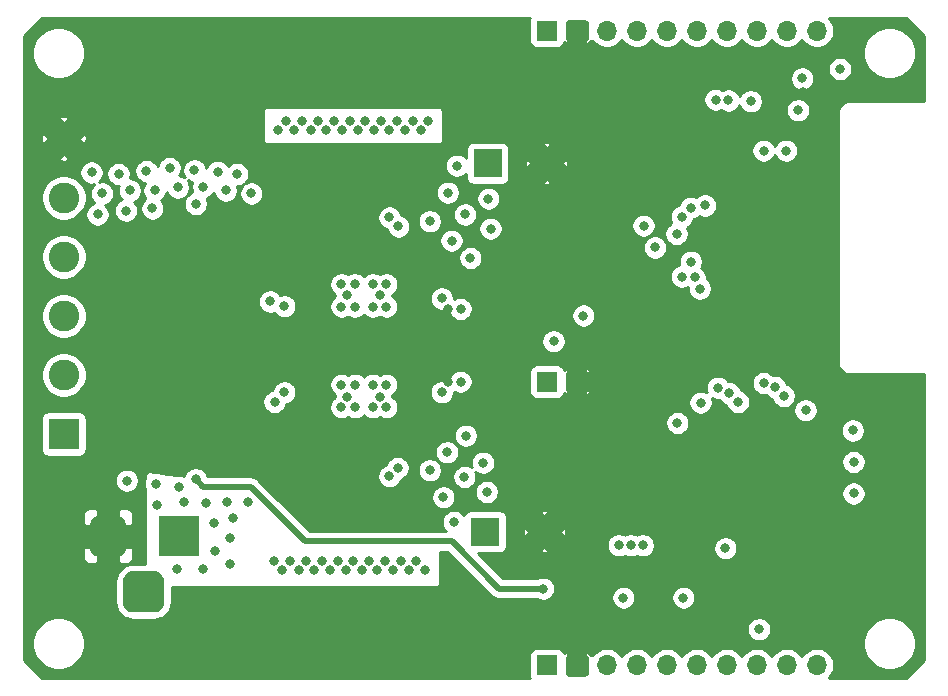
<source format=gbr>
G04 #@! TF.GenerationSoftware,KiCad,Pcbnew,5.1.5-52549c5~84~ubuntu18.04.1*
G04 #@! TF.CreationDate,2020-03-09T10:29:23-07:00*
G04 #@! TF.ProjectId,wifistepper,77696669-7374-4657-9070-65722e6b6963,rev?*
G04 #@! TF.SameCoordinates,Original*
G04 #@! TF.FileFunction,Copper,L2,Inr*
G04 #@! TF.FilePolarity,Positive*
%FSLAX46Y46*%
G04 Gerber Fmt 4.6, Leading zero omitted, Abs format (unit mm)*
G04 Created by KiCad (PCBNEW 5.1.5-52549c5~84~ubuntu18.04.1) date 2020-03-09 10:29:23*
%MOMM*%
%LPD*%
G04 APERTURE LIST*
%ADD10R,3.500000X3.500000*%
%ADD11C,0.100000*%
%ADD12R,2.600000X2.600000*%
%ADD13C,2.600000*%
%ADD14R,1.700000X1.700000*%
%ADD15O,1.700000X1.700000*%
%ADD16C,2.400000*%
%ADD17R,2.400000X2.400000*%
%ADD18C,0.800000*%
%ADD19C,0.500000*%
%ADD20C,0.250000*%
G04 APERTURE END LIST*
D10*
X47592500Y-105918000D03*
G04 #@! TA.AperFunction,ViaPad*
D11*
G36*
X42416013Y-104171611D02*
G01*
X42488818Y-104182411D01*
X42560214Y-104200295D01*
X42629513Y-104225090D01*
X42696048Y-104256559D01*
X42759178Y-104294398D01*
X42818295Y-104338242D01*
X42872830Y-104387670D01*
X42922258Y-104442205D01*
X42966102Y-104501322D01*
X43003941Y-104564452D01*
X43035410Y-104630987D01*
X43060205Y-104700286D01*
X43078089Y-104771682D01*
X43088889Y-104844487D01*
X43092500Y-104918000D01*
X43092500Y-106918000D01*
X43088889Y-106991513D01*
X43078089Y-107064318D01*
X43060205Y-107135714D01*
X43035410Y-107205013D01*
X43003941Y-107271548D01*
X42966102Y-107334678D01*
X42922258Y-107393795D01*
X42872830Y-107448330D01*
X42818295Y-107497758D01*
X42759178Y-107541602D01*
X42696048Y-107579441D01*
X42629513Y-107610910D01*
X42560214Y-107635705D01*
X42488818Y-107653589D01*
X42416013Y-107664389D01*
X42342500Y-107668000D01*
X40842500Y-107668000D01*
X40768987Y-107664389D01*
X40696182Y-107653589D01*
X40624786Y-107635705D01*
X40555487Y-107610910D01*
X40488952Y-107579441D01*
X40425822Y-107541602D01*
X40366705Y-107497758D01*
X40312170Y-107448330D01*
X40262742Y-107393795D01*
X40218898Y-107334678D01*
X40181059Y-107271548D01*
X40149590Y-107205013D01*
X40124795Y-107135714D01*
X40106911Y-107064318D01*
X40096111Y-106991513D01*
X40092500Y-106918000D01*
X40092500Y-104918000D01*
X40096111Y-104844487D01*
X40106911Y-104771682D01*
X40124795Y-104700286D01*
X40149590Y-104630987D01*
X40181059Y-104564452D01*
X40218898Y-104501322D01*
X40262742Y-104442205D01*
X40312170Y-104387670D01*
X40366705Y-104338242D01*
X40425822Y-104294398D01*
X40488952Y-104256559D01*
X40555487Y-104225090D01*
X40624786Y-104200295D01*
X40696182Y-104182411D01*
X40768987Y-104171611D01*
X40842500Y-104168000D01*
X42342500Y-104168000D01*
X42416013Y-104171611D01*
G37*
G04 #@! TD.AperFunction*
G04 #@! TA.AperFunction,ViaPad*
G36*
X45553265Y-108872213D02*
G01*
X45638204Y-108884813D01*
X45721499Y-108905677D01*
X45802348Y-108934605D01*
X45879972Y-108971319D01*
X45953624Y-109015464D01*
X46022594Y-109066616D01*
X46086218Y-109124282D01*
X46143884Y-109187906D01*
X46195036Y-109256876D01*
X46239181Y-109330528D01*
X46275895Y-109408152D01*
X46304823Y-109489001D01*
X46325687Y-109572296D01*
X46338287Y-109657235D01*
X46342500Y-109743000D01*
X46342500Y-111493000D01*
X46338287Y-111578765D01*
X46325687Y-111663704D01*
X46304823Y-111746999D01*
X46275895Y-111827848D01*
X46239181Y-111905472D01*
X46195036Y-111979124D01*
X46143884Y-112048094D01*
X46086218Y-112111718D01*
X46022594Y-112169384D01*
X45953624Y-112220536D01*
X45879972Y-112264681D01*
X45802348Y-112301395D01*
X45721499Y-112330323D01*
X45638204Y-112351187D01*
X45553265Y-112363787D01*
X45467500Y-112368000D01*
X43717500Y-112368000D01*
X43631735Y-112363787D01*
X43546796Y-112351187D01*
X43463501Y-112330323D01*
X43382652Y-112301395D01*
X43305028Y-112264681D01*
X43231376Y-112220536D01*
X43162406Y-112169384D01*
X43098782Y-112111718D01*
X43041116Y-112048094D01*
X42989964Y-111979124D01*
X42945819Y-111905472D01*
X42909105Y-111827848D01*
X42880177Y-111746999D01*
X42859313Y-111663704D01*
X42846713Y-111578765D01*
X42842500Y-111493000D01*
X42842500Y-109743000D01*
X42846713Y-109657235D01*
X42859313Y-109572296D01*
X42880177Y-109489001D01*
X42909105Y-109408152D01*
X42945819Y-109330528D01*
X42989964Y-109256876D01*
X43041116Y-109187906D01*
X43098782Y-109124282D01*
X43162406Y-109066616D01*
X43231376Y-109015464D01*
X43305028Y-108971319D01*
X43382652Y-108934605D01*
X43463501Y-108905677D01*
X43546796Y-108884813D01*
X43631735Y-108872213D01*
X43717500Y-108868000D01*
X45467500Y-108868000D01*
X45553265Y-108872213D01*
G37*
G04 #@! TD.AperFunction*
D12*
X37846000Y-97263000D03*
D13*
X37846000Y-92263000D03*
X37846000Y-87263000D03*
X37846000Y-82263000D03*
X37846000Y-77263000D03*
X37846000Y-72263000D03*
D14*
X78740000Y-92837000D03*
D15*
X81280000Y-92837000D03*
D14*
X78740000Y-116840000D03*
D15*
X81280000Y-116840000D03*
X83820000Y-116840000D03*
X86360000Y-116840000D03*
X88900000Y-116840000D03*
X91440000Y-116840000D03*
X93980000Y-116840000D03*
X96520000Y-116840000D03*
X99060000Y-116840000D03*
X101600000Y-116840000D03*
D16*
X78533000Y-105537000D03*
D17*
X73533000Y-105537000D03*
X73723500Y-74358500D03*
D16*
X78723500Y-74358500D03*
D14*
X78740000Y-63119000D03*
D15*
X81280000Y-63119000D03*
X83820000Y-63119000D03*
X86360000Y-63119000D03*
X88900000Y-63119000D03*
X91440000Y-63119000D03*
X93980000Y-63119000D03*
X96520000Y-63119000D03*
X99060000Y-63119000D03*
X101600000Y-63119000D03*
D18*
X84836000Y-106680000D03*
X85852000Y-106680000D03*
X86868000Y-106680000D03*
X104648000Y-96964500D03*
X104711500Y-99631500D03*
X104711500Y-102298500D03*
X85217000Y-111125000D03*
X89789000Y-96329500D03*
X93853000Y-106934000D03*
X81826418Y-87236618D03*
X90297000Y-111125000D03*
X79311500Y-89408000D03*
X78422500Y-110363000D03*
X96012000Y-69088000D03*
X103568500Y-66357500D03*
X49022000Y-101092000D03*
X100393500Y-68326000D03*
X65405000Y-91249500D03*
X99187000Y-81788000D03*
X97536000Y-81788000D03*
X97536000Y-83439000D03*
X97536000Y-80137000D03*
X95885000Y-81851500D03*
X99187000Y-83439000D03*
X99187000Y-80137000D03*
X95885000Y-80137000D03*
X95885000Y-83439000D03*
X61976000Y-90678000D03*
X64389000Y-90678000D03*
X64389000Y-89027000D03*
X61976000Y-89027000D03*
X63246000Y-89789000D03*
X65405000Y-89789000D03*
X60960000Y-89789000D03*
X63246000Y-91313000D03*
X63246000Y-88201500D03*
X60960000Y-91313000D03*
X65405000Y-88201500D03*
X60960000Y-88201500D03*
X87947500Y-97129600D03*
X70358000Y-86677500D03*
X70358000Y-92837000D03*
X87376000Y-104394000D03*
X87947500Y-99123500D03*
X87947500Y-101346000D03*
X85534500Y-95377000D03*
X81534000Y-106362500D03*
X44704000Y-64516000D03*
X52832000Y-64516000D03*
X55626000Y-64516000D03*
X50165000Y-64516000D03*
X63754000Y-64516000D03*
X58293000Y-64516000D03*
X41910000Y-64516000D03*
X66548000Y-64516000D03*
X72009000Y-64516000D03*
X47371000Y-64516000D03*
X61087000Y-64516000D03*
X74676000Y-64516000D03*
X69215000Y-64516000D03*
X54229000Y-66167000D03*
X62484000Y-66167000D03*
X70612000Y-66167000D03*
X40640000Y-66167000D03*
X46101000Y-66167000D03*
X43307000Y-66167000D03*
X59690000Y-66167000D03*
X65151000Y-66167000D03*
X73406000Y-66167000D03*
X67945000Y-66167000D03*
X48768000Y-66167000D03*
X57023000Y-66167000D03*
X51562000Y-66167000D03*
X61722000Y-113792000D03*
X72644000Y-113792000D03*
X69977000Y-113792000D03*
X45339000Y-113792000D03*
X48133000Y-113792000D03*
X67183000Y-113792000D03*
X42672000Y-113792000D03*
X50800000Y-113792000D03*
X56261000Y-113792000D03*
X53594000Y-113792000D03*
X64516000Y-113792000D03*
X59055000Y-113792000D03*
X68580000Y-115443000D03*
X63119000Y-115443000D03*
X71247000Y-115443000D03*
X49403000Y-115443000D03*
X65786000Y-115443000D03*
X60325000Y-115443000D03*
X54864000Y-115443000D03*
X57658000Y-115443000D03*
X46736000Y-115443000D03*
X41275000Y-115443000D03*
X43942000Y-115443000D03*
X52197000Y-115443000D03*
X74930000Y-113665000D03*
X73914000Y-115443000D03*
X75501500Y-111823500D03*
X73088500Y-111950500D03*
X35433000Y-101219000D03*
X35433000Y-104013000D03*
X35433000Y-106934000D03*
X35433000Y-110109000D03*
X37147500Y-108458000D03*
X37020500Y-105473500D03*
X37084000Y-102552500D03*
X37465000Y-111506000D03*
X39052500Y-110172500D03*
X40894000Y-111887000D03*
X35433000Y-112395000D03*
X47815500Y-111760000D03*
X41910000Y-67818000D03*
X44704000Y-67818000D03*
X38989000Y-67945000D03*
X47498000Y-67945000D03*
X44767500Y-71120000D03*
X43053000Y-69786500D03*
X42037000Y-71628000D03*
X35306000Y-67818000D03*
X74676000Y-67691000D03*
X72771000Y-68580000D03*
X75882500Y-66103500D03*
X102870000Y-91503500D03*
X104965500Y-95059500D03*
X90106500Y-106934000D03*
X92075000Y-73152000D03*
X94297500Y-98615500D03*
X96900998Y-101409500D03*
X96583500Y-91313000D03*
X104457500Y-62674500D03*
X109982000Y-68072000D03*
X105473500Y-68008500D03*
X104330500Y-116903500D03*
X104394000Y-111125000D03*
X110045500Y-112014000D03*
X86931500Y-87947500D03*
X84772500Y-89916000D03*
X88709500Y-91122500D03*
X85280500Y-91567000D03*
X86931500Y-89852500D03*
X86931500Y-92519500D03*
X88900000Y-88963500D03*
X88836500Y-86169500D03*
X85534500Y-93853000D03*
X83629500Y-92900500D03*
X81089500Y-71183500D03*
X81534000Y-68643500D03*
X81978500Y-74612500D03*
X81915000Y-77343000D03*
X82232500Y-80137000D03*
X110109000Y-93281500D03*
X110109000Y-103441500D03*
X101092000Y-110998000D03*
X101155500Y-114363500D03*
X106489500Y-109728000D03*
X110172500Y-98107500D03*
X110172500Y-95758000D03*
X110172500Y-101028500D03*
X110045500Y-106489500D03*
X110045500Y-109029500D03*
X107696000Y-111252000D03*
X81724500Y-109156500D03*
X80899000Y-114554000D03*
X82359500Y-112966500D03*
X85090000Y-112839500D03*
X83883500Y-114681000D03*
X81534000Y-65976500D03*
X84836000Y-79946500D03*
X82232500Y-82613500D03*
X77978000Y-89027000D03*
X38989000Y-101155500D03*
X41402000Y-102933500D03*
X39751000Y-102679500D03*
X49911000Y-111760000D03*
X80899000Y-111442500D03*
X74612500Y-70104000D03*
X72707500Y-71310500D03*
X74676000Y-108331000D03*
X75692000Y-109156500D03*
X78676500Y-113220500D03*
X78613000Y-69977000D03*
X78613000Y-67056000D03*
X75819000Y-68834000D03*
X43561000Y-72580500D03*
X40767000Y-73025000D03*
X40322500Y-69786500D03*
X38608000Y-106934000D03*
X38608000Y-104140000D03*
X35242500Y-73025000D03*
X35242500Y-70358000D03*
X46101000Y-69596000D03*
X46418500Y-89789000D03*
X104203500Y-113347500D03*
X102425500Y-112458500D03*
X96075500Y-67500500D03*
X88328500Y-76263500D03*
X83375500Y-67310000D03*
X55054500Y-90551000D03*
X87249000Y-95313500D03*
X40132000Y-108648500D03*
X37211000Y-69024500D03*
X49911000Y-103124000D03*
X52133500Y-104394000D03*
X68834000Y-100330000D03*
X69977000Y-102616000D03*
X73342500Y-99700000D03*
X71755000Y-100901500D03*
X73660000Y-102171500D03*
X73977500Y-79883000D03*
X70675500Y-80899000D03*
X70358000Y-76835000D03*
X68834000Y-79248000D03*
X70866000Y-104711500D03*
X71120000Y-74549000D03*
X46799500Y-74739500D03*
X42481500Y-75247500D03*
X40195500Y-75120500D03*
X40703500Y-78676500D03*
X43116500Y-78359000D03*
X41084500Y-76898500D03*
X52514500Y-75247500D03*
X44831000Y-74993500D03*
X47498000Y-76390500D03*
X51562000Y-76644500D03*
X50863500Y-75057000D03*
X71818500Y-78676500D03*
X73787000Y-77343000D03*
X72263000Y-82359500D03*
X71882000Y-97409000D03*
X70294500Y-98806000D03*
X43180000Y-101219000D03*
X45656500Y-101473000D03*
X47561500Y-101727000D03*
X45720000Y-103251000D03*
X48006000Y-103060500D03*
X47434500Y-108712000D03*
X48895000Y-74930000D03*
X51879500Y-106045000D03*
X51625500Y-103060500D03*
X50546000Y-104838500D03*
X49593500Y-108712000D03*
X50673000Y-107188000D03*
X51943000Y-108267500D03*
X53403500Y-103060500D03*
X43434000Y-76644500D03*
X45529500Y-76644500D03*
X45339000Y-78168500D03*
X49657000Y-76327000D03*
X49022000Y-77787500D03*
X53721000Y-76898500D03*
X90170000Y-78867000D03*
X86931498Y-79629000D03*
X100647500Y-95250000D03*
X91757500Y-94615000D03*
X61849000Y-85471000D03*
X62484000Y-86487000D03*
X61341000Y-86487000D03*
X62484000Y-84582000D03*
X61341000Y-84582000D03*
X55308500Y-86042500D03*
X56515001Y-86438990D03*
X64643000Y-85471000D03*
X65151000Y-86487000D03*
X64008000Y-86487000D03*
X65151000Y-84582000D03*
X64008000Y-84582000D03*
X69850000Y-85788500D03*
X61849000Y-94107000D03*
X62484000Y-93091000D03*
X61341000Y-93091000D03*
X62484000Y-94996000D03*
X61341000Y-94996000D03*
X56515000Y-93726000D03*
X55689500Y-94551500D03*
X64643000Y-94107000D03*
X65151000Y-94996000D03*
X64008000Y-94996000D03*
X65151000Y-93091000D03*
X64008000Y-93091000D03*
X69850000Y-93726000D03*
X87902240Y-81470500D03*
X90170000Y-83947000D03*
X94170500Y-93789500D03*
X98043998Y-93281500D03*
X98806000Y-94043500D03*
X94932500Y-94549990D03*
X97102247Y-92945160D03*
X93219510Y-93345000D03*
X90932000Y-78105000D03*
X91249500Y-84010500D03*
X91694000Y-84963000D03*
X92136990Y-77914500D03*
X94107000Y-69024500D03*
X100012500Y-69850000D03*
X98996500Y-73279000D03*
X97091502Y-73279000D03*
X93027500Y-68961000D03*
X90932000Y-82677000D03*
X89725500Y-80327500D03*
X100363950Y-67153454D03*
X58039000Y-70739000D03*
X59372500Y-70739000D03*
X60706000Y-70739000D03*
X62039500Y-70739000D03*
X63373000Y-70739000D03*
X64706500Y-70739000D03*
X66040000Y-70739000D03*
X67373500Y-70739000D03*
X68707000Y-70739000D03*
X58737500Y-71501000D03*
X60071000Y-71501000D03*
X61404500Y-71501000D03*
X62738000Y-71501000D03*
X64071500Y-71501000D03*
X65405000Y-71501000D03*
X66738500Y-71501000D03*
X68072000Y-71501000D03*
X71437500Y-86677500D03*
X66167000Y-79692500D03*
X65405000Y-78930500D03*
X57340500Y-71501000D03*
X56642000Y-70739000D03*
X55943500Y-71501000D03*
X55626000Y-108013500D03*
X61023500Y-108013500D03*
X59690000Y-108013500D03*
X58356500Y-108013500D03*
X68389500Y-108775500D03*
X67056000Y-108775500D03*
X65722500Y-108775500D03*
X64389000Y-108775500D03*
X63055500Y-108775500D03*
X61722000Y-108775500D03*
X60388500Y-108775500D03*
X59055000Y-108775500D03*
X57721500Y-108775500D03*
X67691000Y-108013500D03*
X66357500Y-108013500D03*
X65024000Y-108013500D03*
X63690500Y-108013500D03*
X62357000Y-108013500D03*
X71437500Y-92837000D03*
X66103500Y-100139500D03*
X65405000Y-100838000D03*
X57023000Y-108013500D03*
X56324500Y-108775500D03*
X96710502Y-113792000D03*
D19*
X74676000Y-110363000D02*
X78422500Y-110363000D01*
X70675500Y-106362500D02*
X74676000Y-110363000D01*
X53657500Y-101727000D02*
X58293000Y-106362500D01*
X49657000Y-101727000D02*
X53657500Y-101727000D01*
X49022000Y-101092000D02*
X49657000Y-101727000D01*
X58293000Y-106362500D02*
X70675500Y-106362500D01*
D20*
G36*
X77274043Y-62146479D02*
G01*
X77261976Y-62269000D01*
X77261976Y-63969000D01*
X77274043Y-64091521D01*
X77309781Y-64209334D01*
X77367817Y-64317911D01*
X77445920Y-64413080D01*
X77541089Y-64491183D01*
X77649666Y-64549219D01*
X77767479Y-64584957D01*
X77890000Y-64597024D01*
X79590000Y-64597024D01*
X79712521Y-64584957D01*
X79830334Y-64549219D01*
X79938911Y-64491183D01*
X80034080Y-64413080D01*
X80112183Y-64317911D01*
X80170219Y-64209334D01*
X80199379Y-64113205D01*
X80325777Y-64243795D01*
X80362982Y-64274293D01*
X80555000Y-64220579D01*
X80555000Y-63844000D01*
X80430000Y-63844000D01*
X80430000Y-62394000D01*
X80555000Y-62394000D01*
X80555000Y-62269000D01*
X82005000Y-62269000D01*
X82005000Y-62394000D01*
X82130000Y-62394000D01*
X82130000Y-63844000D01*
X82005000Y-63844000D01*
X82005000Y-64220579D01*
X82197018Y-64274293D01*
X82234223Y-64243795D01*
X82435325Y-64036023D01*
X82429412Y-63994002D01*
X82630690Y-63994002D01*
X82674293Y-64059258D01*
X82879742Y-64264707D01*
X83121325Y-64426128D01*
X83389758Y-64537317D01*
X83674725Y-64594000D01*
X83965275Y-64594000D01*
X84250242Y-64537317D01*
X84518675Y-64426128D01*
X84760258Y-64264707D01*
X84965707Y-64059258D01*
X85090000Y-63873241D01*
X85214293Y-64059258D01*
X85419742Y-64264707D01*
X85661325Y-64426128D01*
X85929758Y-64537317D01*
X86214725Y-64594000D01*
X86505275Y-64594000D01*
X86790242Y-64537317D01*
X87058675Y-64426128D01*
X87300258Y-64264707D01*
X87505707Y-64059258D01*
X87630000Y-63873241D01*
X87754293Y-64059258D01*
X87959742Y-64264707D01*
X88201325Y-64426128D01*
X88469758Y-64537317D01*
X88754725Y-64594000D01*
X89045275Y-64594000D01*
X89330242Y-64537317D01*
X89598675Y-64426128D01*
X89840258Y-64264707D01*
X90045707Y-64059258D01*
X90170000Y-63873241D01*
X90294293Y-64059258D01*
X90499742Y-64264707D01*
X90741325Y-64426128D01*
X91009758Y-64537317D01*
X91294725Y-64594000D01*
X91585275Y-64594000D01*
X91870242Y-64537317D01*
X92138675Y-64426128D01*
X92380258Y-64264707D01*
X92585707Y-64059258D01*
X92710000Y-63873241D01*
X92834293Y-64059258D01*
X93039742Y-64264707D01*
X93281325Y-64426128D01*
X93549758Y-64537317D01*
X93834725Y-64594000D01*
X94125275Y-64594000D01*
X94410242Y-64537317D01*
X94678675Y-64426128D01*
X94920258Y-64264707D01*
X95125707Y-64059258D01*
X95250000Y-63873241D01*
X95374293Y-64059258D01*
X95579742Y-64264707D01*
X95821325Y-64426128D01*
X96089758Y-64537317D01*
X96374725Y-64594000D01*
X96665275Y-64594000D01*
X96950242Y-64537317D01*
X97218675Y-64426128D01*
X97460258Y-64264707D01*
X97665707Y-64059258D01*
X97790000Y-63873241D01*
X97914293Y-64059258D01*
X98119742Y-64264707D01*
X98361325Y-64426128D01*
X98629758Y-64537317D01*
X98914725Y-64594000D01*
X99205275Y-64594000D01*
X99490242Y-64537317D01*
X99758675Y-64426128D01*
X100000258Y-64264707D01*
X100205707Y-64059258D01*
X100330000Y-63873241D01*
X100454293Y-64059258D01*
X100659742Y-64264707D01*
X100901325Y-64426128D01*
X101169758Y-64537317D01*
X101454725Y-64594000D01*
X101745275Y-64594000D01*
X102030242Y-64537317D01*
X102298675Y-64426128D01*
X102540258Y-64264707D01*
X102745707Y-64059258D01*
X102907128Y-63817675D01*
X103018317Y-63549242D01*
X103075000Y-63264275D01*
X103075000Y-62973725D01*
X103018317Y-62688758D01*
X102907128Y-62420325D01*
X102745707Y-62178742D01*
X102607965Y-62041000D01*
X109184051Y-62041000D01*
X110679000Y-63535950D01*
X110679000Y-69090000D01*
X104159343Y-69090000D01*
X104134957Y-69092402D01*
X104111508Y-69099515D01*
X103970086Y-69158094D01*
X103948475Y-69169645D01*
X103929533Y-69185191D01*
X103475191Y-69639533D01*
X103459645Y-69658475D01*
X103448094Y-69680086D01*
X103389515Y-69821508D01*
X103382402Y-69844957D01*
X103380000Y-69869343D01*
X103380000Y-91484157D01*
X103382402Y-91508543D01*
X103389515Y-91531992D01*
X103448094Y-91673414D01*
X103459645Y-91695025D01*
X103475191Y-91713967D01*
X103866033Y-92104809D01*
X103884975Y-92120355D01*
X103906586Y-92131906D01*
X104048008Y-92190485D01*
X104071457Y-92197598D01*
X104095843Y-92200000D01*
X110679001Y-92200000D01*
X110679001Y-116423049D01*
X109184051Y-117918000D01*
X102607965Y-117918000D01*
X102745707Y-117780258D01*
X102907128Y-117538675D01*
X103018317Y-117270242D01*
X103075000Y-116985275D01*
X103075000Y-116694725D01*
X103018317Y-116409758D01*
X102907128Y-116141325D01*
X102745707Y-115899742D01*
X102540258Y-115694293D01*
X102298675Y-115532872D01*
X102030242Y-115421683D01*
X101745275Y-115365000D01*
X101454725Y-115365000D01*
X101169758Y-115421683D01*
X100901325Y-115532872D01*
X100659742Y-115694293D01*
X100454293Y-115899742D01*
X100330000Y-116085759D01*
X100205707Y-115899742D01*
X100000258Y-115694293D01*
X99758675Y-115532872D01*
X99490242Y-115421683D01*
X99205275Y-115365000D01*
X98914725Y-115365000D01*
X98629758Y-115421683D01*
X98361325Y-115532872D01*
X98119742Y-115694293D01*
X97914293Y-115899742D01*
X97790000Y-116085759D01*
X97665707Y-115899742D01*
X97460258Y-115694293D01*
X97218675Y-115532872D01*
X96950242Y-115421683D01*
X96665275Y-115365000D01*
X96374725Y-115365000D01*
X96089758Y-115421683D01*
X95821325Y-115532872D01*
X95579742Y-115694293D01*
X95374293Y-115899742D01*
X95250000Y-116085759D01*
X95125707Y-115899742D01*
X94920258Y-115694293D01*
X94678675Y-115532872D01*
X94410242Y-115421683D01*
X94125275Y-115365000D01*
X93834725Y-115365000D01*
X93549758Y-115421683D01*
X93281325Y-115532872D01*
X93039742Y-115694293D01*
X92834293Y-115899742D01*
X92710000Y-116085759D01*
X92585707Y-115899742D01*
X92380258Y-115694293D01*
X92138675Y-115532872D01*
X91870242Y-115421683D01*
X91585275Y-115365000D01*
X91294725Y-115365000D01*
X91009758Y-115421683D01*
X90741325Y-115532872D01*
X90499742Y-115694293D01*
X90294293Y-115899742D01*
X90170000Y-116085759D01*
X90045707Y-115899742D01*
X89840258Y-115694293D01*
X89598675Y-115532872D01*
X89330242Y-115421683D01*
X89045275Y-115365000D01*
X88754725Y-115365000D01*
X88469758Y-115421683D01*
X88201325Y-115532872D01*
X87959742Y-115694293D01*
X87754293Y-115899742D01*
X87630000Y-116085759D01*
X87505707Y-115899742D01*
X87300258Y-115694293D01*
X87058675Y-115532872D01*
X86790242Y-115421683D01*
X86505275Y-115365000D01*
X86214725Y-115365000D01*
X85929758Y-115421683D01*
X85661325Y-115532872D01*
X85419742Y-115694293D01*
X85214293Y-115899742D01*
X85090000Y-116085759D01*
X84965707Y-115899742D01*
X84760258Y-115694293D01*
X84518675Y-115532872D01*
X84250242Y-115421683D01*
X83965275Y-115365000D01*
X83674725Y-115365000D01*
X83389758Y-115421683D01*
X83121325Y-115532872D01*
X82879742Y-115694293D01*
X82674293Y-115899742D01*
X82630690Y-115964998D01*
X82429412Y-115964998D01*
X82435325Y-115922977D01*
X82234223Y-115715205D01*
X82197018Y-115684707D01*
X82005000Y-115738421D01*
X82005000Y-116115000D01*
X82130000Y-116115000D01*
X82130000Y-117565000D01*
X82005000Y-117565000D01*
X82005000Y-117690000D01*
X80555000Y-117690000D01*
X80555000Y-117565000D01*
X80430000Y-117565000D01*
X80430000Y-116115000D01*
X80555000Y-116115000D01*
X80555000Y-115738421D01*
X80362982Y-115684707D01*
X80325777Y-115715205D01*
X80199379Y-115845795D01*
X80170219Y-115749666D01*
X80112183Y-115641089D01*
X80034080Y-115545920D01*
X79938911Y-115467817D01*
X79830334Y-115409781D01*
X79712521Y-115374043D01*
X79590000Y-115361976D01*
X77890000Y-115361976D01*
X77767479Y-115374043D01*
X77649666Y-115409781D01*
X77541089Y-115467817D01*
X77445920Y-115545920D01*
X77367817Y-115641089D01*
X77309781Y-115749666D01*
X77274043Y-115867479D01*
X77261976Y-115990000D01*
X77261976Y-117690000D01*
X77274043Y-117812521D01*
X77306040Y-117918000D01*
X35976950Y-117918000D01*
X34482000Y-116423051D01*
X34482000Y-114780857D01*
X35188000Y-114780857D01*
X35188000Y-115219143D01*
X35273505Y-115649009D01*
X35441230Y-116053933D01*
X35684730Y-116418355D01*
X35994645Y-116728270D01*
X36359067Y-116971770D01*
X36763991Y-117139495D01*
X37193857Y-117225000D01*
X37632143Y-117225000D01*
X38062009Y-117139495D01*
X38466933Y-116971770D01*
X38831355Y-116728270D01*
X39141270Y-116418355D01*
X39384770Y-116053933D01*
X39552495Y-115649009D01*
X39638000Y-115219143D01*
X39638000Y-114780857D01*
X39552495Y-114350991D01*
X39384770Y-113946067D01*
X39214370Y-113691046D01*
X95685502Y-113691046D01*
X95685502Y-113892954D01*
X95724892Y-114090982D01*
X95802158Y-114277520D01*
X95914332Y-114445400D01*
X96057102Y-114588170D01*
X96224982Y-114700344D01*
X96411520Y-114777610D01*
X96609548Y-114817000D01*
X96811456Y-114817000D01*
X96993160Y-114780857D01*
X105519500Y-114780857D01*
X105519500Y-115219143D01*
X105605005Y-115649009D01*
X105772730Y-116053933D01*
X106016230Y-116418355D01*
X106326145Y-116728270D01*
X106690567Y-116971770D01*
X107095491Y-117139495D01*
X107525357Y-117225000D01*
X107963643Y-117225000D01*
X108393509Y-117139495D01*
X108798433Y-116971770D01*
X109162855Y-116728270D01*
X109472770Y-116418355D01*
X109716270Y-116053933D01*
X109883995Y-115649009D01*
X109969500Y-115219143D01*
X109969500Y-114780857D01*
X109883995Y-114350991D01*
X109716270Y-113946067D01*
X109472770Y-113581645D01*
X109162855Y-113271730D01*
X108798433Y-113028230D01*
X108393509Y-112860505D01*
X107963643Y-112775000D01*
X107525357Y-112775000D01*
X107095491Y-112860505D01*
X106690567Y-113028230D01*
X106326145Y-113271730D01*
X106016230Y-113581645D01*
X105772730Y-113946067D01*
X105605005Y-114350991D01*
X105519500Y-114780857D01*
X96993160Y-114780857D01*
X97009484Y-114777610D01*
X97196022Y-114700344D01*
X97363902Y-114588170D01*
X97506672Y-114445400D01*
X97618846Y-114277520D01*
X97696112Y-114090982D01*
X97735502Y-113892954D01*
X97735502Y-113691046D01*
X97696112Y-113493018D01*
X97618846Y-113306480D01*
X97506672Y-113138600D01*
X97363902Y-112995830D01*
X97196022Y-112883656D01*
X97009484Y-112806390D01*
X96811456Y-112767000D01*
X96609548Y-112767000D01*
X96411520Y-112806390D01*
X96224982Y-112883656D01*
X96057102Y-112995830D01*
X95914332Y-113138600D01*
X95802158Y-113306480D01*
X95724892Y-113493018D01*
X95685502Y-113691046D01*
X39214370Y-113691046D01*
X39141270Y-113581645D01*
X38831355Y-113271730D01*
X38466933Y-113028230D01*
X38062009Y-112860505D01*
X37632143Y-112775000D01*
X37193857Y-112775000D01*
X36763991Y-112860505D01*
X36359067Y-113028230D01*
X35994645Y-113271730D01*
X35684730Y-113581645D01*
X35441230Y-113946067D01*
X35273505Y-114350991D01*
X35188000Y-114780857D01*
X34482000Y-114780857D01*
X34482000Y-109743000D01*
X42214476Y-109743000D01*
X42214476Y-111493000D01*
X42243356Y-111786225D01*
X42328887Y-112068182D01*
X42467781Y-112328035D01*
X42654702Y-112555798D01*
X42882465Y-112742719D01*
X43142318Y-112881613D01*
X43424275Y-112967144D01*
X43717500Y-112996024D01*
X45467500Y-112996024D01*
X45760725Y-112967144D01*
X46042682Y-112881613D01*
X46302535Y-112742719D01*
X46530298Y-112555798D01*
X46717219Y-112328035D01*
X46856113Y-112068182D01*
X46941644Y-111786225D01*
X46970524Y-111493000D01*
X46970524Y-110234000D01*
X69396000Y-110234000D01*
X69420386Y-110231598D01*
X69443836Y-110224485D01*
X69585257Y-110165906D01*
X69606868Y-110154354D01*
X69625810Y-110138809D01*
X69641355Y-110119867D01*
X69652906Y-110098257D01*
X69711485Y-109956836D01*
X69718598Y-109933387D01*
X69721000Y-109909000D01*
X69721000Y-107237500D01*
X70313064Y-107237500D01*
X74026883Y-110951319D01*
X74054288Y-110984712D01*
X74187524Y-111094056D01*
X74339532Y-111175305D01*
X74466080Y-111213694D01*
X74504469Y-111225339D01*
X74675999Y-111242233D01*
X74718978Y-111238000D01*
X77887077Y-111238000D01*
X77936980Y-111271344D01*
X78123518Y-111348610D01*
X78321546Y-111388000D01*
X78523454Y-111388000D01*
X78721482Y-111348610D01*
X78908020Y-111271344D01*
X79075900Y-111159170D01*
X79211024Y-111024046D01*
X84192000Y-111024046D01*
X84192000Y-111225954D01*
X84231390Y-111423982D01*
X84308656Y-111610520D01*
X84420830Y-111778400D01*
X84563600Y-111921170D01*
X84731480Y-112033344D01*
X84918018Y-112110610D01*
X85116046Y-112150000D01*
X85317954Y-112150000D01*
X85515982Y-112110610D01*
X85702520Y-112033344D01*
X85870400Y-111921170D01*
X86013170Y-111778400D01*
X86125344Y-111610520D01*
X86202610Y-111423982D01*
X86242000Y-111225954D01*
X86242000Y-111024046D01*
X89272000Y-111024046D01*
X89272000Y-111225954D01*
X89311390Y-111423982D01*
X89388656Y-111610520D01*
X89500830Y-111778400D01*
X89643600Y-111921170D01*
X89811480Y-112033344D01*
X89998018Y-112110610D01*
X90196046Y-112150000D01*
X90397954Y-112150000D01*
X90595982Y-112110610D01*
X90782520Y-112033344D01*
X90950400Y-111921170D01*
X91093170Y-111778400D01*
X91205344Y-111610520D01*
X91282610Y-111423982D01*
X91322000Y-111225954D01*
X91322000Y-111024046D01*
X91282610Y-110826018D01*
X91205344Y-110639480D01*
X91093170Y-110471600D01*
X90950400Y-110328830D01*
X90782520Y-110216656D01*
X90595982Y-110139390D01*
X90397954Y-110100000D01*
X90196046Y-110100000D01*
X89998018Y-110139390D01*
X89811480Y-110216656D01*
X89643600Y-110328830D01*
X89500830Y-110471600D01*
X89388656Y-110639480D01*
X89311390Y-110826018D01*
X89272000Y-111024046D01*
X86242000Y-111024046D01*
X86202610Y-110826018D01*
X86125344Y-110639480D01*
X86013170Y-110471600D01*
X85870400Y-110328830D01*
X85702520Y-110216656D01*
X85515982Y-110139390D01*
X85317954Y-110100000D01*
X85116046Y-110100000D01*
X84918018Y-110139390D01*
X84731480Y-110216656D01*
X84563600Y-110328830D01*
X84420830Y-110471600D01*
X84308656Y-110639480D01*
X84231390Y-110826018D01*
X84192000Y-111024046D01*
X79211024Y-111024046D01*
X79218670Y-111016400D01*
X79330844Y-110848520D01*
X79408110Y-110661982D01*
X79447500Y-110463954D01*
X79447500Y-110262046D01*
X79408110Y-110064018D01*
X79330844Y-109877480D01*
X79218670Y-109709600D01*
X79075900Y-109566830D01*
X78908020Y-109454656D01*
X78721482Y-109377390D01*
X78523454Y-109338000D01*
X78321546Y-109338000D01*
X78123518Y-109377390D01*
X77936980Y-109454656D01*
X77887077Y-109488000D01*
X75038436Y-109488000D01*
X72915460Y-107365024D01*
X74733000Y-107365024D01*
X74855521Y-107352957D01*
X74973334Y-107317219D01*
X75081911Y-107259183D01*
X75177080Y-107181080D01*
X75187972Y-107167807D01*
X78139629Y-107167807D01*
X78293606Y-107355137D01*
X78652908Y-107366905D01*
X78772394Y-107355137D01*
X78926371Y-107167807D01*
X78533000Y-106774437D01*
X78139629Y-107167807D01*
X75187972Y-107167807D01*
X75255183Y-107085911D01*
X75313219Y-106977334D01*
X75348957Y-106859521D01*
X75361024Y-106737000D01*
X75361024Y-106579046D01*
X83811000Y-106579046D01*
X83811000Y-106780954D01*
X83850390Y-106978982D01*
X83927656Y-107165520D01*
X84039830Y-107333400D01*
X84182600Y-107476170D01*
X84350480Y-107588344D01*
X84537018Y-107665610D01*
X84735046Y-107705000D01*
X84936954Y-107705000D01*
X85134982Y-107665610D01*
X85321520Y-107588344D01*
X85344000Y-107573323D01*
X85366480Y-107588344D01*
X85553018Y-107665610D01*
X85751046Y-107705000D01*
X85952954Y-107705000D01*
X86150982Y-107665610D01*
X86337520Y-107588344D01*
X86360000Y-107573323D01*
X86382480Y-107588344D01*
X86569018Y-107665610D01*
X86767046Y-107705000D01*
X86968954Y-107705000D01*
X87166982Y-107665610D01*
X87353520Y-107588344D01*
X87521400Y-107476170D01*
X87664170Y-107333400D01*
X87776344Y-107165520D01*
X87853610Y-106978982D01*
X87882638Y-106833046D01*
X92828000Y-106833046D01*
X92828000Y-107034954D01*
X92867390Y-107232982D01*
X92944656Y-107419520D01*
X93056830Y-107587400D01*
X93199600Y-107730170D01*
X93367480Y-107842344D01*
X93554018Y-107919610D01*
X93752046Y-107959000D01*
X93953954Y-107959000D01*
X94151982Y-107919610D01*
X94338520Y-107842344D01*
X94506400Y-107730170D01*
X94649170Y-107587400D01*
X94761344Y-107419520D01*
X94838610Y-107232982D01*
X94878000Y-107034954D01*
X94878000Y-106833046D01*
X94838610Y-106635018D01*
X94761344Y-106448480D01*
X94649170Y-106280600D01*
X94506400Y-106137830D01*
X94338520Y-106025656D01*
X94151982Y-105948390D01*
X93953954Y-105909000D01*
X93752046Y-105909000D01*
X93554018Y-105948390D01*
X93367480Y-106025656D01*
X93199600Y-106137830D01*
X93056830Y-106280600D01*
X92944656Y-106448480D01*
X92867390Y-106635018D01*
X92828000Y-106833046D01*
X87882638Y-106833046D01*
X87893000Y-106780954D01*
X87893000Y-106579046D01*
X87853610Y-106381018D01*
X87776344Y-106194480D01*
X87664170Y-106026600D01*
X87521400Y-105883830D01*
X87353520Y-105771656D01*
X87166982Y-105694390D01*
X86968954Y-105655000D01*
X86767046Y-105655000D01*
X86569018Y-105694390D01*
X86382480Y-105771656D01*
X86360000Y-105786677D01*
X86337520Y-105771656D01*
X86150982Y-105694390D01*
X85952954Y-105655000D01*
X85751046Y-105655000D01*
X85553018Y-105694390D01*
X85366480Y-105771656D01*
X85344000Y-105786677D01*
X85321520Y-105771656D01*
X85134982Y-105694390D01*
X84936954Y-105655000D01*
X84735046Y-105655000D01*
X84537018Y-105694390D01*
X84350480Y-105771656D01*
X84182600Y-105883830D01*
X84039830Y-106026600D01*
X83927656Y-106194480D01*
X83850390Y-106381018D01*
X83811000Y-106579046D01*
X75361024Y-106579046D01*
X75361024Y-105656908D01*
X76703095Y-105656908D01*
X76714863Y-105776394D01*
X76902193Y-105930371D01*
X77295563Y-105537000D01*
X79770437Y-105537000D01*
X80163807Y-105930371D01*
X80351137Y-105776394D01*
X80362905Y-105417092D01*
X80351137Y-105297606D01*
X80163807Y-105143629D01*
X79770437Y-105537000D01*
X77295563Y-105537000D01*
X76902193Y-105143629D01*
X76714863Y-105297606D01*
X76703095Y-105656908D01*
X75361024Y-105656908D01*
X75361024Y-104337000D01*
X75348957Y-104214479D01*
X75313219Y-104096666D01*
X75255183Y-103988089D01*
X75187973Y-103906193D01*
X78139629Y-103906193D01*
X78533000Y-104299563D01*
X78926371Y-103906193D01*
X78772394Y-103718863D01*
X78413092Y-103707095D01*
X78293606Y-103718863D01*
X78139629Y-103906193D01*
X75187973Y-103906193D01*
X75177080Y-103892920D01*
X75081911Y-103814817D01*
X74973334Y-103756781D01*
X74855521Y-103721043D01*
X74733000Y-103708976D01*
X72333000Y-103708976D01*
X72210479Y-103721043D01*
X72092666Y-103756781D01*
X71984089Y-103814817D01*
X71888920Y-103892920D01*
X71810817Y-103988089D01*
X71752781Y-104096666D01*
X71732535Y-104163408D01*
X71662170Y-104058100D01*
X71519400Y-103915330D01*
X71351520Y-103803156D01*
X71164982Y-103725890D01*
X70966954Y-103686500D01*
X70765046Y-103686500D01*
X70567018Y-103725890D01*
X70380480Y-103803156D01*
X70212600Y-103915330D01*
X70069830Y-104058100D01*
X69957656Y-104225980D01*
X69880390Y-104412518D01*
X69841000Y-104610546D01*
X69841000Y-104812454D01*
X69880390Y-105010482D01*
X69957656Y-105197020D01*
X70069830Y-105364900D01*
X70192430Y-105487500D01*
X58655437Y-105487500D01*
X55682983Y-102515046D01*
X68952000Y-102515046D01*
X68952000Y-102716954D01*
X68991390Y-102914982D01*
X69068656Y-103101520D01*
X69180830Y-103269400D01*
X69323600Y-103412170D01*
X69491480Y-103524344D01*
X69678018Y-103601610D01*
X69876046Y-103641000D01*
X70077954Y-103641000D01*
X70275982Y-103601610D01*
X70462520Y-103524344D01*
X70630400Y-103412170D01*
X70773170Y-103269400D01*
X70885344Y-103101520D01*
X70962610Y-102914982D01*
X71002000Y-102716954D01*
X71002000Y-102515046D01*
X70962610Y-102317018D01*
X70885344Y-102130480D01*
X70845298Y-102070546D01*
X72635000Y-102070546D01*
X72635000Y-102272454D01*
X72674390Y-102470482D01*
X72751656Y-102657020D01*
X72863830Y-102824900D01*
X73006600Y-102967670D01*
X73174480Y-103079844D01*
X73361018Y-103157110D01*
X73559046Y-103196500D01*
X73760954Y-103196500D01*
X73958982Y-103157110D01*
X74145520Y-103079844D01*
X74313400Y-102967670D01*
X74456170Y-102824900D01*
X74568344Y-102657020D01*
X74645610Y-102470482D01*
X74685000Y-102272454D01*
X74685000Y-102197546D01*
X103686500Y-102197546D01*
X103686500Y-102399454D01*
X103725890Y-102597482D01*
X103803156Y-102784020D01*
X103915330Y-102951900D01*
X104058100Y-103094670D01*
X104225980Y-103206844D01*
X104412518Y-103284110D01*
X104610546Y-103323500D01*
X104812454Y-103323500D01*
X105010482Y-103284110D01*
X105197020Y-103206844D01*
X105364900Y-103094670D01*
X105507670Y-102951900D01*
X105619844Y-102784020D01*
X105697110Y-102597482D01*
X105736500Y-102399454D01*
X105736500Y-102197546D01*
X105697110Y-101999518D01*
X105619844Y-101812980D01*
X105507670Y-101645100D01*
X105364900Y-101502330D01*
X105197020Y-101390156D01*
X105010482Y-101312890D01*
X104812454Y-101273500D01*
X104610546Y-101273500D01*
X104412518Y-101312890D01*
X104225980Y-101390156D01*
X104058100Y-101502330D01*
X103915330Y-101645100D01*
X103803156Y-101812980D01*
X103725890Y-101999518D01*
X103686500Y-102197546D01*
X74685000Y-102197546D01*
X74685000Y-102070546D01*
X74645610Y-101872518D01*
X74568344Y-101685980D01*
X74456170Y-101518100D01*
X74313400Y-101375330D01*
X74145520Y-101263156D01*
X73958982Y-101185890D01*
X73760954Y-101146500D01*
X73559046Y-101146500D01*
X73361018Y-101185890D01*
X73174480Y-101263156D01*
X73006600Y-101375330D01*
X72863830Y-101518100D01*
X72751656Y-101685980D01*
X72674390Y-101872518D01*
X72635000Y-102070546D01*
X70845298Y-102070546D01*
X70773170Y-101962600D01*
X70630400Y-101819830D01*
X70462520Y-101707656D01*
X70275982Y-101630390D01*
X70077954Y-101591000D01*
X69876046Y-101591000D01*
X69678018Y-101630390D01*
X69491480Y-101707656D01*
X69323600Y-101819830D01*
X69180830Y-101962600D01*
X69068656Y-102130480D01*
X68991390Y-102317018D01*
X68952000Y-102515046D01*
X55682983Y-102515046D01*
X54306617Y-101138681D01*
X54279212Y-101105288D01*
X54145976Y-100995944D01*
X53993968Y-100914695D01*
X53829030Y-100864661D01*
X53700479Y-100852000D01*
X53657500Y-100847767D01*
X53614521Y-100852000D01*
X50019437Y-100852000D01*
X50019319Y-100851882D01*
X50007610Y-100793018D01*
X49984426Y-100737046D01*
X64380000Y-100737046D01*
X64380000Y-100938954D01*
X64419390Y-101136982D01*
X64496656Y-101323520D01*
X64608830Y-101491400D01*
X64751600Y-101634170D01*
X64919480Y-101746344D01*
X65106018Y-101823610D01*
X65304046Y-101863000D01*
X65505954Y-101863000D01*
X65703982Y-101823610D01*
X65890520Y-101746344D01*
X66058400Y-101634170D01*
X66201170Y-101491400D01*
X66313344Y-101323520D01*
X66390610Y-101136982D01*
X66392580Y-101127080D01*
X66402482Y-101125110D01*
X66589020Y-101047844D01*
X66756900Y-100935670D01*
X66899670Y-100792900D01*
X67011844Y-100625020D01*
X67089110Y-100438482D01*
X67128500Y-100240454D01*
X67128500Y-100229046D01*
X67809000Y-100229046D01*
X67809000Y-100430954D01*
X67848390Y-100628982D01*
X67925656Y-100815520D01*
X68037830Y-100983400D01*
X68180600Y-101126170D01*
X68348480Y-101238344D01*
X68535018Y-101315610D01*
X68733046Y-101355000D01*
X68934954Y-101355000D01*
X69132982Y-101315610D01*
X69319520Y-101238344D01*
X69487400Y-101126170D01*
X69630170Y-100983400D01*
X69742344Y-100815520D01*
X69748546Y-100800546D01*
X70730000Y-100800546D01*
X70730000Y-101002454D01*
X70769390Y-101200482D01*
X70846656Y-101387020D01*
X70958830Y-101554900D01*
X71101600Y-101697670D01*
X71269480Y-101809844D01*
X71456018Y-101887110D01*
X71654046Y-101926500D01*
X71855954Y-101926500D01*
X72053982Y-101887110D01*
X72240520Y-101809844D01*
X72408400Y-101697670D01*
X72551170Y-101554900D01*
X72663344Y-101387020D01*
X72740610Y-101200482D01*
X72780000Y-101002454D01*
X72780000Y-100800546D01*
X72740610Y-100602518D01*
X72699414Y-100503062D01*
X72856980Y-100608344D01*
X73043518Y-100685610D01*
X73241546Y-100725000D01*
X73443454Y-100725000D01*
X73641482Y-100685610D01*
X73828020Y-100608344D01*
X73995900Y-100496170D01*
X74138670Y-100353400D01*
X74250844Y-100185520D01*
X74328110Y-99998982D01*
X74367500Y-99800954D01*
X74367500Y-99599046D01*
X74353875Y-99530546D01*
X103686500Y-99530546D01*
X103686500Y-99732454D01*
X103725890Y-99930482D01*
X103803156Y-100117020D01*
X103915330Y-100284900D01*
X104058100Y-100427670D01*
X104225980Y-100539844D01*
X104412518Y-100617110D01*
X104610546Y-100656500D01*
X104812454Y-100656500D01*
X105010482Y-100617110D01*
X105197020Y-100539844D01*
X105364900Y-100427670D01*
X105507670Y-100284900D01*
X105619844Y-100117020D01*
X105697110Y-99930482D01*
X105736500Y-99732454D01*
X105736500Y-99530546D01*
X105697110Y-99332518D01*
X105619844Y-99145980D01*
X105507670Y-98978100D01*
X105364900Y-98835330D01*
X105197020Y-98723156D01*
X105010482Y-98645890D01*
X104812454Y-98606500D01*
X104610546Y-98606500D01*
X104412518Y-98645890D01*
X104225980Y-98723156D01*
X104058100Y-98835330D01*
X103915330Y-98978100D01*
X103803156Y-99145980D01*
X103725890Y-99332518D01*
X103686500Y-99530546D01*
X74353875Y-99530546D01*
X74328110Y-99401018D01*
X74250844Y-99214480D01*
X74138670Y-99046600D01*
X73995900Y-98903830D01*
X73828020Y-98791656D01*
X73641482Y-98714390D01*
X73443454Y-98675000D01*
X73241546Y-98675000D01*
X73043518Y-98714390D01*
X72856980Y-98791656D01*
X72689100Y-98903830D01*
X72546330Y-99046600D01*
X72434156Y-99214480D01*
X72356890Y-99401018D01*
X72317500Y-99599046D01*
X72317500Y-99800954D01*
X72356890Y-99998982D01*
X72398086Y-100098438D01*
X72240520Y-99993156D01*
X72053982Y-99915890D01*
X71855954Y-99876500D01*
X71654046Y-99876500D01*
X71456018Y-99915890D01*
X71269480Y-99993156D01*
X71101600Y-100105330D01*
X70958830Y-100248100D01*
X70846656Y-100415980D01*
X70769390Y-100602518D01*
X70730000Y-100800546D01*
X69748546Y-100800546D01*
X69819610Y-100628982D01*
X69859000Y-100430954D01*
X69859000Y-100229046D01*
X69819610Y-100031018D01*
X69742344Y-99844480D01*
X69630170Y-99676600D01*
X69487400Y-99533830D01*
X69319520Y-99421656D01*
X69132982Y-99344390D01*
X68934954Y-99305000D01*
X68733046Y-99305000D01*
X68535018Y-99344390D01*
X68348480Y-99421656D01*
X68180600Y-99533830D01*
X68037830Y-99676600D01*
X67925656Y-99844480D01*
X67848390Y-100031018D01*
X67809000Y-100229046D01*
X67128500Y-100229046D01*
X67128500Y-100038546D01*
X67089110Y-99840518D01*
X67011844Y-99653980D01*
X66899670Y-99486100D01*
X66756900Y-99343330D01*
X66589020Y-99231156D01*
X66402482Y-99153890D01*
X66204454Y-99114500D01*
X66002546Y-99114500D01*
X65804518Y-99153890D01*
X65617980Y-99231156D01*
X65450100Y-99343330D01*
X65307330Y-99486100D01*
X65195156Y-99653980D01*
X65117890Y-99840518D01*
X65115920Y-99850420D01*
X65106018Y-99852390D01*
X64919480Y-99929656D01*
X64751600Y-100041830D01*
X64608830Y-100184600D01*
X64496656Y-100352480D01*
X64419390Y-100539018D01*
X64380000Y-100737046D01*
X49984426Y-100737046D01*
X49930344Y-100606480D01*
X49818170Y-100438600D01*
X49675400Y-100295830D01*
X49507520Y-100183656D01*
X49320982Y-100106390D01*
X49122954Y-100067000D01*
X48921046Y-100067000D01*
X48723018Y-100106390D01*
X48536480Y-100183656D01*
X48368600Y-100295830D01*
X48225830Y-100438600D01*
X48113656Y-100606480D01*
X48040295Y-100783590D01*
X47930122Y-100770236D01*
X47860482Y-100741390D01*
X47662454Y-100702000D01*
X47460546Y-100702000D01*
X47425192Y-100709032D01*
X46103933Y-100548880D01*
X45955482Y-100487390D01*
X45757454Y-100448000D01*
X45555546Y-100448000D01*
X45448059Y-100469380D01*
X45070107Y-100423568D01*
X45045609Y-100423018D01*
X45017860Y-100428326D01*
X44861154Y-100477184D01*
X44838588Y-100486735D01*
X44818319Y-100500506D01*
X44801126Y-100517966D01*
X44784370Y-100545222D01*
X44717010Y-100694910D01*
X44709193Y-100718134D01*
X44706000Y-100746206D01*
X44706000Y-101089254D01*
X44670890Y-101174018D01*
X44631500Y-101372046D01*
X44631500Y-101573954D01*
X44670890Y-101771982D01*
X44706000Y-101856746D01*
X44706000Y-103094745D01*
X44695000Y-103150046D01*
X44695000Y-103351954D01*
X44706000Y-103407255D01*
X44706000Y-108239976D01*
X43717500Y-108239976D01*
X43424275Y-108268856D01*
X43142318Y-108354387D01*
X42882465Y-108493281D01*
X42654702Y-108680202D01*
X42467781Y-108907965D01*
X42328887Y-109167818D01*
X42243356Y-109449775D01*
X42214476Y-109743000D01*
X34482000Y-109743000D01*
X34482000Y-107668000D01*
X39464476Y-107668000D01*
X39476543Y-107790521D01*
X39512281Y-107908334D01*
X39570317Y-108016911D01*
X39648420Y-108112080D01*
X39743589Y-108190183D01*
X39852166Y-108248219D01*
X39969979Y-108283957D01*
X40092500Y-108296024D01*
X40561250Y-108293000D01*
X40717500Y-108136750D01*
X40717500Y-106793000D01*
X42467500Y-106793000D01*
X42467500Y-108136750D01*
X42623750Y-108293000D01*
X43092500Y-108296024D01*
X43215021Y-108283957D01*
X43332834Y-108248219D01*
X43441411Y-108190183D01*
X43536580Y-108112080D01*
X43614683Y-108016911D01*
X43672719Y-107908334D01*
X43708457Y-107790521D01*
X43720524Y-107668000D01*
X43717500Y-106949250D01*
X43561250Y-106793000D01*
X42467500Y-106793000D01*
X40717500Y-106793000D01*
X39623750Y-106793000D01*
X39467500Y-106949250D01*
X39464476Y-107668000D01*
X34482000Y-107668000D01*
X34482000Y-104168000D01*
X39464476Y-104168000D01*
X39467500Y-104886750D01*
X39623750Y-105043000D01*
X40717500Y-105043000D01*
X40717500Y-103699250D01*
X42467500Y-103699250D01*
X42467500Y-105043000D01*
X43561250Y-105043000D01*
X43717500Y-104886750D01*
X43720524Y-104168000D01*
X43708457Y-104045479D01*
X43672719Y-103927666D01*
X43614683Y-103819089D01*
X43536580Y-103723920D01*
X43441411Y-103645817D01*
X43332834Y-103587781D01*
X43215021Y-103552043D01*
X43092500Y-103539976D01*
X42623750Y-103543000D01*
X42467500Y-103699250D01*
X40717500Y-103699250D01*
X40561250Y-103543000D01*
X40092500Y-103539976D01*
X39969979Y-103552043D01*
X39852166Y-103587781D01*
X39743589Y-103645817D01*
X39648420Y-103723920D01*
X39570317Y-103819089D01*
X39512281Y-103927666D01*
X39476543Y-104045479D01*
X39464476Y-104168000D01*
X34482000Y-104168000D01*
X34482000Y-101118046D01*
X42155000Y-101118046D01*
X42155000Y-101319954D01*
X42194390Y-101517982D01*
X42271656Y-101704520D01*
X42383830Y-101872400D01*
X42526600Y-102015170D01*
X42694480Y-102127344D01*
X42881018Y-102204610D01*
X43079046Y-102244000D01*
X43280954Y-102244000D01*
X43478982Y-102204610D01*
X43665520Y-102127344D01*
X43833400Y-102015170D01*
X43976170Y-101872400D01*
X44088344Y-101704520D01*
X44165610Y-101517982D01*
X44205000Y-101319954D01*
X44205000Y-101118046D01*
X44165610Y-100920018D01*
X44088344Y-100733480D01*
X43976170Y-100565600D01*
X43833400Y-100422830D01*
X43665520Y-100310656D01*
X43478982Y-100233390D01*
X43280954Y-100194000D01*
X43079046Y-100194000D01*
X42881018Y-100233390D01*
X42694480Y-100310656D01*
X42526600Y-100422830D01*
X42383830Y-100565600D01*
X42271656Y-100733480D01*
X42194390Y-100920018D01*
X42155000Y-101118046D01*
X34482000Y-101118046D01*
X34482000Y-95963000D01*
X35917976Y-95963000D01*
X35917976Y-98563000D01*
X35930043Y-98685521D01*
X35965781Y-98803334D01*
X36023817Y-98911911D01*
X36101920Y-99007080D01*
X36197089Y-99085183D01*
X36305666Y-99143219D01*
X36423479Y-99178957D01*
X36546000Y-99191024D01*
X39146000Y-99191024D01*
X39268521Y-99178957D01*
X39386334Y-99143219D01*
X39494911Y-99085183D01*
X39590080Y-99007080D01*
X39668183Y-98911911D01*
X39726219Y-98803334D01*
X39756034Y-98705046D01*
X69269500Y-98705046D01*
X69269500Y-98906954D01*
X69308890Y-99104982D01*
X69386156Y-99291520D01*
X69498330Y-99459400D01*
X69641100Y-99602170D01*
X69808980Y-99714344D01*
X69995518Y-99791610D01*
X70193546Y-99831000D01*
X70395454Y-99831000D01*
X70593482Y-99791610D01*
X70780020Y-99714344D01*
X70947900Y-99602170D01*
X71090670Y-99459400D01*
X71202844Y-99291520D01*
X71280110Y-99104982D01*
X71319500Y-98906954D01*
X71319500Y-98705046D01*
X71280110Y-98507018D01*
X71202844Y-98320480D01*
X71090670Y-98152600D01*
X70947900Y-98009830D01*
X70780020Y-97897656D01*
X70593482Y-97820390D01*
X70395454Y-97781000D01*
X70193546Y-97781000D01*
X69995518Y-97820390D01*
X69808980Y-97897656D01*
X69641100Y-98009830D01*
X69498330Y-98152600D01*
X69386156Y-98320480D01*
X69308890Y-98507018D01*
X69269500Y-98705046D01*
X39756034Y-98705046D01*
X39761957Y-98685521D01*
X39774024Y-98563000D01*
X39774024Y-97308046D01*
X70857000Y-97308046D01*
X70857000Y-97509954D01*
X70896390Y-97707982D01*
X70973656Y-97894520D01*
X71085830Y-98062400D01*
X71228600Y-98205170D01*
X71396480Y-98317344D01*
X71583018Y-98394610D01*
X71781046Y-98434000D01*
X71982954Y-98434000D01*
X72180982Y-98394610D01*
X72367520Y-98317344D01*
X72535400Y-98205170D01*
X72678170Y-98062400D01*
X72790344Y-97894520D01*
X72867610Y-97707982D01*
X72907000Y-97509954D01*
X72907000Y-97308046D01*
X72867610Y-97110018D01*
X72790344Y-96923480D01*
X72678170Y-96755600D01*
X72535400Y-96612830D01*
X72367520Y-96500656D01*
X72180982Y-96423390D01*
X71982954Y-96384000D01*
X71781046Y-96384000D01*
X71583018Y-96423390D01*
X71396480Y-96500656D01*
X71228600Y-96612830D01*
X71085830Y-96755600D01*
X70973656Y-96923480D01*
X70896390Y-97110018D01*
X70857000Y-97308046D01*
X39774024Y-97308046D01*
X39774024Y-96228546D01*
X88764000Y-96228546D01*
X88764000Y-96430454D01*
X88803390Y-96628482D01*
X88880656Y-96815020D01*
X88992830Y-96982900D01*
X89135600Y-97125670D01*
X89303480Y-97237844D01*
X89490018Y-97315110D01*
X89688046Y-97354500D01*
X89889954Y-97354500D01*
X90087982Y-97315110D01*
X90274520Y-97237844D01*
X90442400Y-97125670D01*
X90585170Y-96982900D01*
X90664919Y-96863546D01*
X103623000Y-96863546D01*
X103623000Y-97065454D01*
X103662390Y-97263482D01*
X103739656Y-97450020D01*
X103851830Y-97617900D01*
X103994600Y-97760670D01*
X104162480Y-97872844D01*
X104349018Y-97950110D01*
X104547046Y-97989500D01*
X104748954Y-97989500D01*
X104946982Y-97950110D01*
X105133520Y-97872844D01*
X105301400Y-97760670D01*
X105444170Y-97617900D01*
X105556344Y-97450020D01*
X105633610Y-97263482D01*
X105673000Y-97065454D01*
X105673000Y-96863546D01*
X105633610Y-96665518D01*
X105556344Y-96478980D01*
X105444170Y-96311100D01*
X105301400Y-96168330D01*
X105133520Y-96056156D01*
X104946982Y-95978890D01*
X104748954Y-95939500D01*
X104547046Y-95939500D01*
X104349018Y-95978890D01*
X104162480Y-96056156D01*
X103994600Y-96168330D01*
X103851830Y-96311100D01*
X103739656Y-96478980D01*
X103662390Y-96665518D01*
X103623000Y-96863546D01*
X90664919Y-96863546D01*
X90697344Y-96815020D01*
X90774610Y-96628482D01*
X90814000Y-96430454D01*
X90814000Y-96228546D01*
X90774610Y-96030518D01*
X90697344Y-95843980D01*
X90585170Y-95676100D01*
X90442400Y-95533330D01*
X90274520Y-95421156D01*
X90087982Y-95343890D01*
X89889954Y-95304500D01*
X89688046Y-95304500D01*
X89490018Y-95343890D01*
X89303480Y-95421156D01*
X89135600Y-95533330D01*
X88992830Y-95676100D01*
X88880656Y-95843980D01*
X88803390Y-96030518D01*
X88764000Y-96228546D01*
X39774024Y-96228546D01*
X39774024Y-95963000D01*
X39761957Y-95840479D01*
X39726219Y-95722666D01*
X39668183Y-95614089D01*
X39590080Y-95518920D01*
X39494911Y-95440817D01*
X39386334Y-95382781D01*
X39268521Y-95347043D01*
X39146000Y-95334976D01*
X36546000Y-95334976D01*
X36423479Y-95347043D01*
X36305666Y-95382781D01*
X36197089Y-95440817D01*
X36101920Y-95518920D01*
X36023817Y-95614089D01*
X35965781Y-95722666D01*
X35930043Y-95840479D01*
X35917976Y-95963000D01*
X34482000Y-95963000D01*
X34482000Y-94450546D01*
X54664500Y-94450546D01*
X54664500Y-94652454D01*
X54703890Y-94850482D01*
X54781156Y-95037020D01*
X54893330Y-95204900D01*
X55036100Y-95347670D01*
X55203980Y-95459844D01*
X55390518Y-95537110D01*
X55588546Y-95576500D01*
X55790454Y-95576500D01*
X55988482Y-95537110D01*
X56175020Y-95459844D01*
X56342900Y-95347670D01*
X56485670Y-95204900D01*
X56597844Y-95037020D01*
X56675110Y-94850482D01*
X56698150Y-94734650D01*
X56813982Y-94711610D01*
X57000520Y-94634344D01*
X57168400Y-94522170D01*
X57311170Y-94379400D01*
X57423344Y-94211520D01*
X57500610Y-94024982D01*
X57540000Y-93826954D01*
X57540000Y-93625046D01*
X57500610Y-93427018D01*
X57423344Y-93240480D01*
X57311170Y-93072600D01*
X57228616Y-92990046D01*
X60316000Y-92990046D01*
X60316000Y-93191954D01*
X60355390Y-93389982D01*
X60432656Y-93576520D01*
X60544830Y-93744400D01*
X60687600Y-93887170D01*
X60828870Y-93981564D01*
X60824000Y-94006046D01*
X60824000Y-94108690D01*
X60687600Y-94199830D01*
X60544830Y-94342600D01*
X60432656Y-94510480D01*
X60355390Y-94697018D01*
X60316000Y-94895046D01*
X60316000Y-95096954D01*
X60355390Y-95294982D01*
X60432656Y-95481520D01*
X60544830Y-95649400D01*
X60687600Y-95792170D01*
X60855480Y-95904344D01*
X61042018Y-95981610D01*
X61240046Y-96021000D01*
X61441954Y-96021000D01*
X61639982Y-95981610D01*
X61826520Y-95904344D01*
X61912500Y-95846894D01*
X61998480Y-95904344D01*
X62185018Y-95981610D01*
X62383046Y-96021000D01*
X62584954Y-96021000D01*
X62782982Y-95981610D01*
X62969520Y-95904344D01*
X63137400Y-95792170D01*
X63246000Y-95683570D01*
X63354600Y-95792170D01*
X63522480Y-95904344D01*
X63709018Y-95981610D01*
X63907046Y-96021000D01*
X64108954Y-96021000D01*
X64306982Y-95981610D01*
X64493520Y-95904344D01*
X64579500Y-95846894D01*
X64665480Y-95904344D01*
X64852018Y-95981610D01*
X65050046Y-96021000D01*
X65251954Y-96021000D01*
X65449982Y-95981610D01*
X65636520Y-95904344D01*
X65804400Y-95792170D01*
X65947170Y-95649400D01*
X66059344Y-95481520D01*
X66136610Y-95294982D01*
X66176000Y-95096954D01*
X66176000Y-94895046D01*
X66136610Y-94697018D01*
X66059344Y-94510480D01*
X65947170Y-94342600D01*
X65804400Y-94199830D01*
X65668000Y-94108690D01*
X65668000Y-94006046D01*
X65663130Y-93981564D01*
X65804400Y-93887170D01*
X65947170Y-93744400D01*
X66026919Y-93625046D01*
X68825000Y-93625046D01*
X68825000Y-93826954D01*
X68864390Y-94024982D01*
X68941656Y-94211520D01*
X69053830Y-94379400D01*
X69196600Y-94522170D01*
X69364480Y-94634344D01*
X69551018Y-94711610D01*
X69749046Y-94751000D01*
X69950954Y-94751000D01*
X70148982Y-94711610D01*
X70335520Y-94634344D01*
X70503400Y-94522170D01*
X70511524Y-94514046D01*
X90732500Y-94514046D01*
X90732500Y-94715954D01*
X90771890Y-94913982D01*
X90849156Y-95100520D01*
X90961330Y-95268400D01*
X91104100Y-95411170D01*
X91271980Y-95523344D01*
X91458518Y-95600610D01*
X91656546Y-95640000D01*
X91858454Y-95640000D01*
X92056482Y-95600610D01*
X92243020Y-95523344D01*
X92410900Y-95411170D01*
X92553670Y-95268400D01*
X92665844Y-95100520D01*
X92743110Y-94913982D01*
X92782500Y-94715954D01*
X92782500Y-94514046D01*
X92743110Y-94316018D01*
X92710705Y-94237786D01*
X92733990Y-94253344D01*
X92920528Y-94330610D01*
X93118556Y-94370000D01*
X93320464Y-94370000D01*
X93325015Y-94369095D01*
X93374330Y-94442900D01*
X93517100Y-94585670D01*
X93684980Y-94697844D01*
X93871518Y-94775110D01*
X93934698Y-94787677D01*
X93946890Y-94848972D01*
X94024156Y-95035510D01*
X94136330Y-95203390D01*
X94279100Y-95346160D01*
X94446980Y-95458334D01*
X94633518Y-95535600D01*
X94831546Y-95574990D01*
X95033454Y-95574990D01*
X95231482Y-95535600D01*
X95418020Y-95458334D01*
X95585900Y-95346160D01*
X95728670Y-95203390D01*
X95764981Y-95149046D01*
X99622500Y-95149046D01*
X99622500Y-95350954D01*
X99661890Y-95548982D01*
X99739156Y-95735520D01*
X99851330Y-95903400D01*
X99994100Y-96046170D01*
X100161980Y-96158344D01*
X100348518Y-96235610D01*
X100546546Y-96275000D01*
X100748454Y-96275000D01*
X100946482Y-96235610D01*
X101133020Y-96158344D01*
X101300900Y-96046170D01*
X101443670Y-95903400D01*
X101555844Y-95735520D01*
X101633110Y-95548982D01*
X101672500Y-95350954D01*
X101672500Y-95149046D01*
X101633110Y-94951018D01*
X101555844Y-94764480D01*
X101443670Y-94596600D01*
X101300900Y-94453830D01*
X101133020Y-94341656D01*
X100946482Y-94264390D01*
X100748454Y-94225000D01*
X100546546Y-94225000D01*
X100348518Y-94264390D01*
X100161980Y-94341656D01*
X99994100Y-94453830D01*
X99851330Y-94596600D01*
X99739156Y-94764480D01*
X99661890Y-94951018D01*
X99622500Y-95149046D01*
X95764981Y-95149046D01*
X95840844Y-95035510D01*
X95918110Y-94848972D01*
X95957500Y-94650944D01*
X95957500Y-94449036D01*
X95918110Y-94251008D01*
X95840844Y-94064470D01*
X95728670Y-93896590D01*
X95585900Y-93753820D01*
X95418020Y-93641646D01*
X95231482Y-93564380D01*
X95168302Y-93551813D01*
X95156110Y-93490518D01*
X95078844Y-93303980D01*
X94966670Y-93136100D01*
X94823900Y-92993330D01*
X94656020Y-92881156D01*
X94566815Y-92844206D01*
X96077247Y-92844206D01*
X96077247Y-93046114D01*
X96116637Y-93244142D01*
X96193903Y-93430680D01*
X96306077Y-93598560D01*
X96448847Y-93741330D01*
X96616727Y-93853504D01*
X96803265Y-93930770D01*
X97001293Y-93970160D01*
X97203201Y-93970160D01*
X97269834Y-93956906D01*
X97390598Y-94077670D01*
X97558478Y-94189844D01*
X97745016Y-94267110D01*
X97807885Y-94279615D01*
X97820390Y-94342482D01*
X97897656Y-94529020D01*
X98009830Y-94696900D01*
X98152600Y-94839670D01*
X98320480Y-94951844D01*
X98507018Y-95029110D01*
X98705046Y-95068500D01*
X98906954Y-95068500D01*
X99104982Y-95029110D01*
X99291520Y-94951844D01*
X99459400Y-94839670D01*
X99602170Y-94696900D01*
X99714344Y-94529020D01*
X99791610Y-94342482D01*
X99831000Y-94144454D01*
X99831000Y-93942546D01*
X99791610Y-93744518D01*
X99714344Y-93557980D01*
X99602170Y-93390100D01*
X99459400Y-93247330D01*
X99291520Y-93135156D01*
X99104982Y-93057890D01*
X99042113Y-93045385D01*
X99029608Y-92982518D01*
X98952342Y-92795980D01*
X98840168Y-92628100D01*
X98697398Y-92485330D01*
X98529518Y-92373156D01*
X98342980Y-92295890D01*
X98144952Y-92256500D01*
X97943044Y-92256500D01*
X97876411Y-92269754D01*
X97755647Y-92148990D01*
X97587767Y-92036816D01*
X97401229Y-91959550D01*
X97203201Y-91920160D01*
X97001293Y-91920160D01*
X96803265Y-91959550D01*
X96616727Y-92036816D01*
X96448847Y-92148990D01*
X96306077Y-92291760D01*
X96193903Y-92459640D01*
X96116637Y-92646178D01*
X96077247Y-92844206D01*
X94566815Y-92844206D01*
X94469482Y-92803890D01*
X94271454Y-92764500D01*
X94069546Y-92764500D01*
X94064995Y-92765405D01*
X94015680Y-92691600D01*
X93872910Y-92548830D01*
X93705030Y-92436656D01*
X93518492Y-92359390D01*
X93320464Y-92320000D01*
X93118556Y-92320000D01*
X92920528Y-92359390D01*
X92733990Y-92436656D01*
X92566110Y-92548830D01*
X92423340Y-92691600D01*
X92311166Y-92859480D01*
X92233900Y-93046018D01*
X92194510Y-93244046D01*
X92194510Y-93445954D01*
X92233900Y-93643982D01*
X92266305Y-93722214D01*
X92243020Y-93706656D01*
X92056482Y-93629390D01*
X91858454Y-93590000D01*
X91656546Y-93590000D01*
X91458518Y-93629390D01*
X91271980Y-93706656D01*
X91104100Y-93818830D01*
X90961330Y-93961600D01*
X90849156Y-94129480D01*
X90771890Y-94316018D01*
X90732500Y-94514046D01*
X70511524Y-94514046D01*
X70646170Y-94379400D01*
X70758344Y-94211520D01*
X70835610Y-94024982D01*
X70875000Y-93826954D01*
X70875000Y-93693908D01*
X70951980Y-93745344D01*
X71138518Y-93822610D01*
X71336546Y-93862000D01*
X71538454Y-93862000D01*
X71736482Y-93822610D01*
X71923020Y-93745344D01*
X72090900Y-93633170D01*
X72233670Y-93490400D01*
X72345844Y-93322520D01*
X72423110Y-93135982D01*
X72462500Y-92937954D01*
X72462500Y-92736046D01*
X72423110Y-92538018D01*
X72345844Y-92351480D01*
X72233670Y-92183600D01*
X72090900Y-92040830D01*
X72010338Y-91987000D01*
X77261976Y-91987000D01*
X77261976Y-93687000D01*
X77274043Y-93809521D01*
X77309781Y-93927334D01*
X77367817Y-94035911D01*
X77445920Y-94131080D01*
X77541089Y-94209183D01*
X77649666Y-94267219D01*
X77767479Y-94302957D01*
X77890000Y-94315024D01*
X79590000Y-94315024D01*
X79712521Y-94302957D01*
X79830334Y-94267219D01*
X79938911Y-94209183D01*
X80034080Y-94131080D01*
X80112183Y-94035911D01*
X80170219Y-93927334D01*
X80199379Y-93831205D01*
X80325777Y-93961795D01*
X80362982Y-93992293D01*
X80555000Y-93938579D01*
X80555000Y-93562000D01*
X82005000Y-93562000D01*
X82005000Y-93938579D01*
X82197018Y-93992293D01*
X82234223Y-93961795D01*
X82435325Y-93754023D01*
X82408305Y-93562000D01*
X82005000Y-93562000D01*
X80555000Y-93562000D01*
X80430000Y-93562000D01*
X80430000Y-92112000D01*
X80555000Y-92112000D01*
X80555000Y-91735421D01*
X82005000Y-91735421D01*
X82005000Y-92112000D01*
X82408305Y-92112000D01*
X82435325Y-91919977D01*
X82234223Y-91712205D01*
X82197018Y-91681707D01*
X82005000Y-91735421D01*
X80555000Y-91735421D01*
X80362982Y-91681707D01*
X80325777Y-91712205D01*
X80199379Y-91842795D01*
X80170219Y-91746666D01*
X80112183Y-91638089D01*
X80034080Y-91542920D01*
X79938911Y-91464817D01*
X79830334Y-91406781D01*
X79712521Y-91371043D01*
X79590000Y-91358976D01*
X77890000Y-91358976D01*
X77767479Y-91371043D01*
X77649666Y-91406781D01*
X77541089Y-91464817D01*
X77445920Y-91542920D01*
X77367817Y-91638089D01*
X77309781Y-91746666D01*
X77274043Y-91864479D01*
X77261976Y-91987000D01*
X72010338Y-91987000D01*
X71923020Y-91928656D01*
X71736482Y-91851390D01*
X71538454Y-91812000D01*
X71336546Y-91812000D01*
X71138518Y-91851390D01*
X70951980Y-91928656D01*
X70784100Y-92040830D01*
X70641330Y-92183600D01*
X70529156Y-92351480D01*
X70451890Y-92538018D01*
X70412500Y-92736046D01*
X70412500Y-92869092D01*
X70335520Y-92817656D01*
X70148982Y-92740390D01*
X69950954Y-92701000D01*
X69749046Y-92701000D01*
X69551018Y-92740390D01*
X69364480Y-92817656D01*
X69196600Y-92929830D01*
X69053830Y-93072600D01*
X68941656Y-93240480D01*
X68864390Y-93427018D01*
X68825000Y-93625046D01*
X66026919Y-93625046D01*
X66059344Y-93576520D01*
X66136610Y-93389982D01*
X66176000Y-93191954D01*
X66176000Y-92990046D01*
X66136610Y-92792018D01*
X66059344Y-92605480D01*
X65947170Y-92437600D01*
X65804400Y-92294830D01*
X65636520Y-92182656D01*
X65449982Y-92105390D01*
X65251954Y-92066000D01*
X65050046Y-92066000D01*
X64852018Y-92105390D01*
X64665480Y-92182656D01*
X64579500Y-92240106D01*
X64493520Y-92182656D01*
X64306982Y-92105390D01*
X64108954Y-92066000D01*
X63907046Y-92066000D01*
X63709018Y-92105390D01*
X63522480Y-92182656D01*
X63354600Y-92294830D01*
X63246000Y-92403430D01*
X63137400Y-92294830D01*
X62969520Y-92182656D01*
X62782982Y-92105390D01*
X62584954Y-92066000D01*
X62383046Y-92066000D01*
X62185018Y-92105390D01*
X61998480Y-92182656D01*
X61912500Y-92240106D01*
X61826520Y-92182656D01*
X61639982Y-92105390D01*
X61441954Y-92066000D01*
X61240046Y-92066000D01*
X61042018Y-92105390D01*
X60855480Y-92182656D01*
X60687600Y-92294830D01*
X60544830Y-92437600D01*
X60432656Y-92605480D01*
X60355390Y-92792018D01*
X60316000Y-92990046D01*
X57228616Y-92990046D01*
X57168400Y-92929830D01*
X57000520Y-92817656D01*
X56813982Y-92740390D01*
X56615954Y-92701000D01*
X56414046Y-92701000D01*
X56216018Y-92740390D01*
X56029480Y-92817656D01*
X55861600Y-92929830D01*
X55718830Y-93072600D01*
X55606656Y-93240480D01*
X55529390Y-93427018D01*
X55506350Y-93542850D01*
X55390518Y-93565890D01*
X55203980Y-93643156D01*
X55036100Y-93755330D01*
X54893330Y-93898100D01*
X54781156Y-94065980D01*
X54703890Y-94252518D01*
X54664500Y-94450546D01*
X34482000Y-94450546D01*
X34482000Y-92073404D01*
X35921000Y-92073404D01*
X35921000Y-92452596D01*
X35994977Y-92824502D01*
X36140087Y-93174829D01*
X36350755Y-93490116D01*
X36618884Y-93758245D01*
X36934171Y-93968913D01*
X37284498Y-94114023D01*
X37656404Y-94188000D01*
X38035596Y-94188000D01*
X38407502Y-94114023D01*
X38757829Y-93968913D01*
X39073116Y-93758245D01*
X39341245Y-93490116D01*
X39551913Y-93174829D01*
X39697023Y-92824502D01*
X39771000Y-92452596D01*
X39771000Y-92073404D01*
X39697023Y-91701498D01*
X39551913Y-91351171D01*
X39341245Y-91035884D01*
X39073116Y-90767755D01*
X38757829Y-90557087D01*
X38407502Y-90411977D01*
X38035596Y-90338000D01*
X37656404Y-90338000D01*
X37284498Y-90411977D01*
X36934171Y-90557087D01*
X36618884Y-90767755D01*
X36350755Y-91035884D01*
X36140087Y-91351171D01*
X35994977Y-91701498D01*
X35921000Y-92073404D01*
X34482000Y-92073404D01*
X34482000Y-89307046D01*
X78286500Y-89307046D01*
X78286500Y-89508954D01*
X78325890Y-89706982D01*
X78403156Y-89893520D01*
X78515330Y-90061400D01*
X78658100Y-90204170D01*
X78825980Y-90316344D01*
X79012518Y-90393610D01*
X79210546Y-90433000D01*
X79412454Y-90433000D01*
X79610482Y-90393610D01*
X79797020Y-90316344D01*
X79964900Y-90204170D01*
X80107670Y-90061400D01*
X80219844Y-89893520D01*
X80297110Y-89706982D01*
X80336500Y-89508954D01*
X80336500Y-89307046D01*
X80297110Y-89109018D01*
X80219844Y-88922480D01*
X80107670Y-88754600D01*
X79964900Y-88611830D01*
X79797020Y-88499656D01*
X79610482Y-88422390D01*
X79412454Y-88383000D01*
X79210546Y-88383000D01*
X79012518Y-88422390D01*
X78825980Y-88499656D01*
X78658100Y-88611830D01*
X78515330Y-88754600D01*
X78403156Y-88922480D01*
X78325890Y-89109018D01*
X78286500Y-89307046D01*
X34482000Y-89307046D01*
X34482000Y-87073404D01*
X35921000Y-87073404D01*
X35921000Y-87452596D01*
X35994977Y-87824502D01*
X36140087Y-88174829D01*
X36350755Y-88490116D01*
X36618884Y-88758245D01*
X36934171Y-88968913D01*
X37284498Y-89114023D01*
X37656404Y-89188000D01*
X38035596Y-89188000D01*
X38407502Y-89114023D01*
X38757829Y-88968913D01*
X39073116Y-88758245D01*
X39341245Y-88490116D01*
X39551913Y-88174829D01*
X39697023Y-87824502D01*
X39771000Y-87452596D01*
X39771000Y-87073404D01*
X39697023Y-86701498D01*
X39551913Y-86351171D01*
X39341245Y-86035884D01*
X39246907Y-85941546D01*
X54283500Y-85941546D01*
X54283500Y-86143454D01*
X54322890Y-86341482D01*
X54400156Y-86528020D01*
X54512330Y-86695900D01*
X54655100Y-86838670D01*
X54822980Y-86950844D01*
X55009518Y-87028110D01*
X55207546Y-87067500D01*
X55409454Y-87067500D01*
X55607482Y-87028110D01*
X55661054Y-87005920D01*
X55718831Y-87092390D01*
X55861601Y-87235160D01*
X56029481Y-87347334D01*
X56216019Y-87424600D01*
X56414047Y-87463990D01*
X56615955Y-87463990D01*
X56813983Y-87424600D01*
X57000521Y-87347334D01*
X57168401Y-87235160D01*
X57311171Y-87092390D01*
X57423345Y-86924510D01*
X57500611Y-86737972D01*
X57540001Y-86539944D01*
X57540001Y-86338036D01*
X57500611Y-86140008D01*
X57423345Y-85953470D01*
X57311171Y-85785590D01*
X57168401Y-85642820D01*
X57000521Y-85530646D01*
X56813983Y-85453380D01*
X56615955Y-85413990D01*
X56414047Y-85413990D01*
X56216019Y-85453380D01*
X56162447Y-85475570D01*
X56104670Y-85389100D01*
X55961900Y-85246330D01*
X55794020Y-85134156D01*
X55607482Y-85056890D01*
X55409454Y-85017500D01*
X55207546Y-85017500D01*
X55009518Y-85056890D01*
X54822980Y-85134156D01*
X54655100Y-85246330D01*
X54512330Y-85389100D01*
X54400156Y-85556980D01*
X54322890Y-85743518D01*
X54283500Y-85941546D01*
X39246907Y-85941546D01*
X39073116Y-85767755D01*
X38757829Y-85557087D01*
X38407502Y-85411977D01*
X38035596Y-85338000D01*
X37656404Y-85338000D01*
X37284498Y-85411977D01*
X36934171Y-85557087D01*
X36618884Y-85767755D01*
X36350755Y-86035884D01*
X36140087Y-86351171D01*
X35994977Y-86701498D01*
X35921000Y-87073404D01*
X34482000Y-87073404D01*
X34482000Y-84481046D01*
X60316000Y-84481046D01*
X60316000Y-84682954D01*
X60355390Y-84880982D01*
X60432656Y-85067520D01*
X60544830Y-85235400D01*
X60687600Y-85378170D01*
X60824000Y-85469310D01*
X60824000Y-85571954D01*
X60828870Y-85596436D01*
X60687600Y-85690830D01*
X60544830Y-85833600D01*
X60432656Y-86001480D01*
X60355390Y-86188018D01*
X60316000Y-86386046D01*
X60316000Y-86587954D01*
X60355390Y-86785982D01*
X60432656Y-86972520D01*
X60544830Y-87140400D01*
X60687600Y-87283170D01*
X60855480Y-87395344D01*
X61042018Y-87472610D01*
X61240046Y-87512000D01*
X61441954Y-87512000D01*
X61639982Y-87472610D01*
X61826520Y-87395344D01*
X61912500Y-87337894D01*
X61998480Y-87395344D01*
X62185018Y-87472610D01*
X62383046Y-87512000D01*
X62584954Y-87512000D01*
X62782982Y-87472610D01*
X62969520Y-87395344D01*
X63137400Y-87283170D01*
X63246000Y-87174570D01*
X63354600Y-87283170D01*
X63522480Y-87395344D01*
X63709018Y-87472610D01*
X63907046Y-87512000D01*
X64108954Y-87512000D01*
X64306982Y-87472610D01*
X64493520Y-87395344D01*
X64579500Y-87337894D01*
X64665480Y-87395344D01*
X64852018Y-87472610D01*
X65050046Y-87512000D01*
X65251954Y-87512000D01*
X65449982Y-87472610D01*
X65636520Y-87395344D01*
X65804400Y-87283170D01*
X65947170Y-87140400D01*
X66059344Y-86972520D01*
X66136610Y-86785982D01*
X66176000Y-86587954D01*
X66176000Y-86386046D01*
X66136610Y-86188018D01*
X66059344Y-86001480D01*
X65947170Y-85833600D01*
X65804400Y-85690830D01*
X65799486Y-85687546D01*
X68825000Y-85687546D01*
X68825000Y-85889454D01*
X68864390Y-86087482D01*
X68941656Y-86274020D01*
X69053830Y-86441900D01*
X69196600Y-86584670D01*
X69364480Y-86696844D01*
X69551018Y-86774110D01*
X69749046Y-86813500D01*
X69950954Y-86813500D01*
X70148982Y-86774110D01*
X70335520Y-86696844D01*
X70412500Y-86645408D01*
X70412500Y-86778454D01*
X70451890Y-86976482D01*
X70529156Y-87163020D01*
X70641330Y-87330900D01*
X70784100Y-87473670D01*
X70951980Y-87585844D01*
X71138518Y-87663110D01*
X71336546Y-87702500D01*
X71538454Y-87702500D01*
X71736482Y-87663110D01*
X71923020Y-87585844D01*
X72090900Y-87473670D01*
X72233670Y-87330900D01*
X72345844Y-87163020D01*
X72357175Y-87135664D01*
X80801418Y-87135664D01*
X80801418Y-87337572D01*
X80840808Y-87535600D01*
X80918074Y-87722138D01*
X81030248Y-87890018D01*
X81173018Y-88032788D01*
X81340898Y-88144962D01*
X81527436Y-88222228D01*
X81725464Y-88261618D01*
X81927372Y-88261618D01*
X82125400Y-88222228D01*
X82311938Y-88144962D01*
X82479818Y-88032788D01*
X82622588Y-87890018D01*
X82734762Y-87722138D01*
X82812028Y-87535600D01*
X82851418Y-87337572D01*
X82851418Y-87135664D01*
X82812028Y-86937636D01*
X82734762Y-86751098D01*
X82622588Y-86583218D01*
X82479818Y-86440448D01*
X82311938Y-86328274D01*
X82125400Y-86251008D01*
X81927372Y-86211618D01*
X81725464Y-86211618D01*
X81527436Y-86251008D01*
X81340898Y-86328274D01*
X81173018Y-86440448D01*
X81030248Y-86583218D01*
X80918074Y-86751098D01*
X80840808Y-86937636D01*
X80801418Y-87135664D01*
X72357175Y-87135664D01*
X72423110Y-86976482D01*
X72462500Y-86778454D01*
X72462500Y-86576546D01*
X72423110Y-86378518D01*
X72345844Y-86191980D01*
X72233670Y-86024100D01*
X72090900Y-85881330D01*
X71923020Y-85769156D01*
X71736482Y-85691890D01*
X71538454Y-85652500D01*
X71336546Y-85652500D01*
X71138518Y-85691890D01*
X70951980Y-85769156D01*
X70875000Y-85820592D01*
X70875000Y-85687546D01*
X70835610Y-85489518D01*
X70758344Y-85302980D01*
X70646170Y-85135100D01*
X70503400Y-84992330D01*
X70335520Y-84880156D01*
X70148982Y-84802890D01*
X69950954Y-84763500D01*
X69749046Y-84763500D01*
X69551018Y-84802890D01*
X69364480Y-84880156D01*
X69196600Y-84992330D01*
X69053830Y-85135100D01*
X68941656Y-85302980D01*
X68864390Y-85489518D01*
X68825000Y-85687546D01*
X65799486Y-85687546D01*
X65663130Y-85596436D01*
X65668000Y-85571954D01*
X65668000Y-85469310D01*
X65804400Y-85378170D01*
X65947170Y-85235400D01*
X66059344Y-85067520D01*
X66136610Y-84880982D01*
X66176000Y-84682954D01*
X66176000Y-84481046D01*
X66136610Y-84283018D01*
X66059344Y-84096480D01*
X65947170Y-83928600D01*
X65864616Y-83846046D01*
X89145000Y-83846046D01*
X89145000Y-84047954D01*
X89184390Y-84245982D01*
X89261656Y-84432520D01*
X89373830Y-84600400D01*
X89516600Y-84743170D01*
X89684480Y-84855344D01*
X89871018Y-84932610D01*
X90069046Y-84972000D01*
X90270954Y-84972000D01*
X90468982Y-84932610D01*
X90655520Y-84855344D01*
X90662233Y-84850859D01*
X90670170Y-84856162D01*
X90669000Y-84862046D01*
X90669000Y-85063954D01*
X90708390Y-85261982D01*
X90785656Y-85448520D01*
X90897830Y-85616400D01*
X91040600Y-85759170D01*
X91208480Y-85871344D01*
X91395018Y-85948610D01*
X91593046Y-85988000D01*
X91794954Y-85988000D01*
X91992982Y-85948610D01*
X92179520Y-85871344D01*
X92347400Y-85759170D01*
X92490170Y-85616400D01*
X92602344Y-85448520D01*
X92679610Y-85261982D01*
X92719000Y-85063954D01*
X92719000Y-84862046D01*
X92679610Y-84664018D01*
X92602344Y-84477480D01*
X92490170Y-84309600D01*
X92347400Y-84166830D01*
X92273330Y-84117338D01*
X92274500Y-84111454D01*
X92274500Y-83909546D01*
X92235110Y-83711518D01*
X92157844Y-83524980D01*
X92045670Y-83357100D01*
X91902900Y-83214330D01*
X91835719Y-83169441D01*
X91840344Y-83162520D01*
X91917610Y-82975982D01*
X91957000Y-82777954D01*
X91957000Y-82576046D01*
X91917610Y-82378018D01*
X91840344Y-82191480D01*
X91728170Y-82023600D01*
X91585400Y-81880830D01*
X91417520Y-81768656D01*
X91230982Y-81691390D01*
X91032954Y-81652000D01*
X90831046Y-81652000D01*
X90633018Y-81691390D01*
X90446480Y-81768656D01*
X90278600Y-81880830D01*
X90135830Y-82023600D01*
X90023656Y-82191480D01*
X89946390Y-82378018D01*
X89907000Y-82576046D01*
X89907000Y-82777954D01*
X89940729Y-82947524D01*
X89871018Y-82961390D01*
X89684480Y-83038656D01*
X89516600Y-83150830D01*
X89373830Y-83293600D01*
X89261656Y-83461480D01*
X89184390Y-83648018D01*
X89145000Y-83846046D01*
X65864616Y-83846046D01*
X65804400Y-83785830D01*
X65636520Y-83673656D01*
X65449982Y-83596390D01*
X65251954Y-83557000D01*
X65050046Y-83557000D01*
X64852018Y-83596390D01*
X64665480Y-83673656D01*
X64579500Y-83731106D01*
X64493520Y-83673656D01*
X64306982Y-83596390D01*
X64108954Y-83557000D01*
X63907046Y-83557000D01*
X63709018Y-83596390D01*
X63522480Y-83673656D01*
X63354600Y-83785830D01*
X63246000Y-83894430D01*
X63137400Y-83785830D01*
X62969520Y-83673656D01*
X62782982Y-83596390D01*
X62584954Y-83557000D01*
X62383046Y-83557000D01*
X62185018Y-83596390D01*
X61998480Y-83673656D01*
X61912500Y-83731106D01*
X61826520Y-83673656D01*
X61639982Y-83596390D01*
X61441954Y-83557000D01*
X61240046Y-83557000D01*
X61042018Y-83596390D01*
X60855480Y-83673656D01*
X60687600Y-83785830D01*
X60544830Y-83928600D01*
X60432656Y-84096480D01*
X60355390Y-84283018D01*
X60316000Y-84481046D01*
X34482000Y-84481046D01*
X34482000Y-82073404D01*
X35921000Y-82073404D01*
X35921000Y-82452596D01*
X35994977Y-82824502D01*
X36140087Y-83174829D01*
X36350755Y-83490116D01*
X36618884Y-83758245D01*
X36934171Y-83968913D01*
X37284498Y-84114023D01*
X37656404Y-84188000D01*
X38035596Y-84188000D01*
X38407502Y-84114023D01*
X38757829Y-83968913D01*
X39073116Y-83758245D01*
X39341245Y-83490116D01*
X39551913Y-83174829D01*
X39697023Y-82824502D01*
X39771000Y-82452596D01*
X39771000Y-82258546D01*
X71238000Y-82258546D01*
X71238000Y-82460454D01*
X71277390Y-82658482D01*
X71354656Y-82845020D01*
X71466830Y-83012900D01*
X71609600Y-83155670D01*
X71777480Y-83267844D01*
X71964018Y-83345110D01*
X72162046Y-83384500D01*
X72363954Y-83384500D01*
X72561982Y-83345110D01*
X72748520Y-83267844D01*
X72916400Y-83155670D01*
X73059170Y-83012900D01*
X73171344Y-82845020D01*
X73248610Y-82658482D01*
X73288000Y-82460454D01*
X73288000Y-82258546D01*
X73248610Y-82060518D01*
X73171344Y-81873980D01*
X73059170Y-81706100D01*
X72916400Y-81563330D01*
X72748520Y-81451156D01*
X72561982Y-81373890D01*
X72540144Y-81369546D01*
X86877240Y-81369546D01*
X86877240Y-81571454D01*
X86916630Y-81769482D01*
X86993896Y-81956020D01*
X87106070Y-82123900D01*
X87248840Y-82266670D01*
X87416720Y-82378844D01*
X87603258Y-82456110D01*
X87801286Y-82495500D01*
X88003194Y-82495500D01*
X88201222Y-82456110D01*
X88387760Y-82378844D01*
X88555640Y-82266670D01*
X88698410Y-82123900D01*
X88810584Y-81956020D01*
X88887850Y-81769482D01*
X88927240Y-81571454D01*
X88927240Y-81369546D01*
X88887850Y-81171518D01*
X88810584Y-80984980D01*
X88698410Y-80817100D01*
X88555640Y-80674330D01*
X88387760Y-80562156D01*
X88201222Y-80484890D01*
X88003194Y-80445500D01*
X87801286Y-80445500D01*
X87603258Y-80484890D01*
X87416720Y-80562156D01*
X87248840Y-80674330D01*
X87106070Y-80817100D01*
X86993896Y-80984980D01*
X86916630Y-81171518D01*
X86877240Y-81369546D01*
X72540144Y-81369546D01*
X72363954Y-81334500D01*
X72162046Y-81334500D01*
X71964018Y-81373890D01*
X71777480Y-81451156D01*
X71609600Y-81563330D01*
X71466830Y-81706100D01*
X71354656Y-81873980D01*
X71277390Y-82060518D01*
X71238000Y-82258546D01*
X39771000Y-82258546D01*
X39771000Y-82073404D01*
X39697023Y-81701498D01*
X39551913Y-81351171D01*
X39341245Y-81035884D01*
X39103407Y-80798046D01*
X69650500Y-80798046D01*
X69650500Y-80999954D01*
X69689890Y-81197982D01*
X69767156Y-81384520D01*
X69879330Y-81552400D01*
X70022100Y-81695170D01*
X70189980Y-81807344D01*
X70376518Y-81884610D01*
X70574546Y-81924000D01*
X70776454Y-81924000D01*
X70974482Y-81884610D01*
X71161020Y-81807344D01*
X71328900Y-81695170D01*
X71471670Y-81552400D01*
X71583844Y-81384520D01*
X71661110Y-81197982D01*
X71700500Y-80999954D01*
X71700500Y-80798046D01*
X71661110Y-80600018D01*
X71583844Y-80413480D01*
X71471670Y-80245600D01*
X71328900Y-80102830D01*
X71161020Y-79990656D01*
X70974482Y-79913390D01*
X70776454Y-79874000D01*
X70574546Y-79874000D01*
X70376518Y-79913390D01*
X70189980Y-79990656D01*
X70022100Y-80102830D01*
X69879330Y-80245600D01*
X69767156Y-80413480D01*
X69689890Y-80600018D01*
X69650500Y-80798046D01*
X39103407Y-80798046D01*
X39073116Y-80767755D01*
X38757829Y-80557087D01*
X38407502Y-80411977D01*
X38035596Y-80338000D01*
X37656404Y-80338000D01*
X37284498Y-80411977D01*
X36934171Y-80557087D01*
X36618884Y-80767755D01*
X36350755Y-81035884D01*
X36140087Y-81351171D01*
X35994977Y-81701498D01*
X35921000Y-82073404D01*
X34482000Y-82073404D01*
X34482000Y-77073404D01*
X35921000Y-77073404D01*
X35921000Y-77452596D01*
X35994977Y-77824502D01*
X36140087Y-78174829D01*
X36350755Y-78490116D01*
X36618884Y-78758245D01*
X36934171Y-78968913D01*
X37284498Y-79114023D01*
X37656404Y-79188000D01*
X38035596Y-79188000D01*
X38407502Y-79114023D01*
X38757829Y-78968913D01*
X39073116Y-78758245D01*
X39341245Y-78490116D01*
X39551913Y-78174829D01*
X39697023Y-77824502D01*
X39771000Y-77452596D01*
X39771000Y-77073404D01*
X39697023Y-76701498D01*
X39551913Y-76351171D01*
X39341245Y-76035884D01*
X39073116Y-75767755D01*
X38757829Y-75557087D01*
X38407502Y-75411977D01*
X38035596Y-75338000D01*
X37656404Y-75338000D01*
X37284498Y-75411977D01*
X36934171Y-75557087D01*
X36618884Y-75767755D01*
X36350755Y-76035884D01*
X36140087Y-76351171D01*
X35994977Y-76701498D01*
X35921000Y-77073404D01*
X34482000Y-77073404D01*
X34482000Y-75019546D01*
X39170500Y-75019546D01*
X39170500Y-75221454D01*
X39209890Y-75419482D01*
X39287156Y-75606020D01*
X39399330Y-75773900D01*
X39542100Y-75916670D01*
X39709980Y-76028844D01*
X39896518Y-76106110D01*
X40094546Y-76145500D01*
X40296454Y-76145500D01*
X40410644Y-76122786D01*
X40288330Y-76245100D01*
X40176156Y-76412980D01*
X40098890Y-76599518D01*
X40059500Y-76797546D01*
X40059500Y-76999454D01*
X40098890Y-77197482D01*
X40176156Y-77384020D01*
X40288330Y-77551900D01*
X40423537Y-77687107D01*
X40404518Y-77690890D01*
X40217980Y-77768156D01*
X40050100Y-77880330D01*
X39907330Y-78023100D01*
X39795156Y-78190980D01*
X39717890Y-78377518D01*
X39678500Y-78575546D01*
X39678500Y-78777454D01*
X39717890Y-78975482D01*
X39795156Y-79162020D01*
X39907330Y-79329900D01*
X40050100Y-79472670D01*
X40217980Y-79584844D01*
X40404518Y-79662110D01*
X40602546Y-79701500D01*
X40804454Y-79701500D01*
X41002482Y-79662110D01*
X41189020Y-79584844D01*
X41356900Y-79472670D01*
X41499670Y-79329900D01*
X41611844Y-79162020D01*
X41689110Y-78975482D01*
X41728500Y-78777454D01*
X41728500Y-78575546D01*
X41689110Y-78377518D01*
X41611844Y-78190980D01*
X41499670Y-78023100D01*
X41364463Y-77887893D01*
X41383482Y-77884110D01*
X41570020Y-77806844D01*
X41737900Y-77694670D01*
X41880670Y-77551900D01*
X41992844Y-77384020D01*
X42070110Y-77197482D01*
X42109500Y-76999454D01*
X42109500Y-76797546D01*
X42070110Y-76599518D01*
X41992844Y-76412980D01*
X41880670Y-76245100D01*
X41737900Y-76102330D01*
X41570020Y-75990156D01*
X41383482Y-75912890D01*
X41185454Y-75873500D01*
X40983546Y-75873500D01*
X40869356Y-75896214D01*
X40991670Y-75773900D01*
X41103844Y-75606020D01*
X41181110Y-75419482D01*
X41220500Y-75221454D01*
X41220500Y-75146546D01*
X41456500Y-75146546D01*
X41456500Y-75348454D01*
X41495890Y-75546482D01*
X41573156Y-75733020D01*
X41685330Y-75900900D01*
X41828100Y-76043670D01*
X41995980Y-76155844D01*
X42182518Y-76233110D01*
X42380546Y-76272500D01*
X42478635Y-76272500D01*
X42448390Y-76345518D01*
X42409000Y-76543546D01*
X42409000Y-76745454D01*
X42448390Y-76943482D01*
X42525656Y-77130020D01*
X42637830Y-77297900D01*
X42743839Y-77403909D01*
X42630980Y-77450656D01*
X42463100Y-77562830D01*
X42320330Y-77705600D01*
X42208156Y-77873480D01*
X42130890Y-78060018D01*
X42091500Y-78258046D01*
X42091500Y-78459954D01*
X42130890Y-78657982D01*
X42208156Y-78844520D01*
X42320330Y-79012400D01*
X42463100Y-79155170D01*
X42630980Y-79267344D01*
X42817518Y-79344610D01*
X43015546Y-79384000D01*
X43217454Y-79384000D01*
X43415482Y-79344610D01*
X43602020Y-79267344D01*
X43769900Y-79155170D01*
X43912670Y-79012400D01*
X44024844Y-78844520D01*
X44102110Y-78657982D01*
X44141500Y-78459954D01*
X44141500Y-78258046D01*
X44102110Y-78060018D01*
X44024844Y-77873480D01*
X43912670Y-77705600D01*
X43806661Y-77599591D01*
X43919520Y-77552844D01*
X44087400Y-77440670D01*
X44230170Y-77297900D01*
X44342344Y-77130020D01*
X44419610Y-76943482D01*
X44459000Y-76745454D01*
X44459000Y-76543546D01*
X44419610Y-76345518D01*
X44342344Y-76158980D01*
X44230170Y-75991100D01*
X44087400Y-75848330D01*
X43919520Y-75736156D01*
X43732982Y-75658890D01*
X43534954Y-75619500D01*
X43436865Y-75619500D01*
X43467110Y-75546482D01*
X43506500Y-75348454D01*
X43506500Y-75146546D01*
X43467110Y-74948518D01*
X43443926Y-74892546D01*
X43806000Y-74892546D01*
X43806000Y-75094454D01*
X43845390Y-75292482D01*
X43922656Y-75479020D01*
X44034830Y-75646900D01*
X44177600Y-75789670D01*
X44345480Y-75901844D01*
X44532018Y-75979110D01*
X44716784Y-76015862D01*
X44621156Y-76158980D01*
X44543890Y-76345518D01*
X44504500Y-76543546D01*
X44504500Y-76745454D01*
X44543890Y-76943482D01*
X44621156Y-77130020D01*
X44733330Y-77297900D01*
X44758830Y-77323400D01*
X44685600Y-77372330D01*
X44542830Y-77515100D01*
X44430656Y-77682980D01*
X44353390Y-77869518D01*
X44314000Y-78067546D01*
X44314000Y-78269454D01*
X44353390Y-78467482D01*
X44430656Y-78654020D01*
X44542830Y-78821900D01*
X44685600Y-78964670D01*
X44853480Y-79076844D01*
X45040018Y-79154110D01*
X45238046Y-79193500D01*
X45439954Y-79193500D01*
X45637982Y-79154110D01*
X45824520Y-79076844D01*
X45992400Y-78964670D01*
X46127524Y-78829546D01*
X64380000Y-78829546D01*
X64380000Y-79031454D01*
X64419390Y-79229482D01*
X64496656Y-79416020D01*
X64608830Y-79583900D01*
X64751600Y-79726670D01*
X64919480Y-79838844D01*
X65106018Y-79916110D01*
X65168885Y-79928615D01*
X65181390Y-79991482D01*
X65258656Y-80178020D01*
X65370830Y-80345900D01*
X65513600Y-80488670D01*
X65681480Y-80600844D01*
X65868018Y-80678110D01*
X66066046Y-80717500D01*
X66267954Y-80717500D01*
X66465982Y-80678110D01*
X66652520Y-80600844D01*
X66820400Y-80488670D01*
X66963170Y-80345900D01*
X67075344Y-80178020D01*
X67152610Y-79991482D01*
X67192000Y-79793454D01*
X67192000Y-79591546D01*
X67152610Y-79393518D01*
X67075344Y-79206980D01*
X67035298Y-79147046D01*
X67809000Y-79147046D01*
X67809000Y-79348954D01*
X67848390Y-79546982D01*
X67925656Y-79733520D01*
X68037830Y-79901400D01*
X68180600Y-80044170D01*
X68348480Y-80156344D01*
X68535018Y-80233610D01*
X68733046Y-80273000D01*
X68934954Y-80273000D01*
X69132982Y-80233610D01*
X69319520Y-80156344D01*
X69487400Y-80044170D01*
X69630170Y-79901400D01*
X69709919Y-79782046D01*
X72952500Y-79782046D01*
X72952500Y-79983954D01*
X72991890Y-80181982D01*
X73069156Y-80368520D01*
X73181330Y-80536400D01*
X73324100Y-80679170D01*
X73491980Y-80791344D01*
X73678518Y-80868610D01*
X73876546Y-80908000D01*
X74078454Y-80908000D01*
X74276482Y-80868610D01*
X74463020Y-80791344D01*
X74630900Y-80679170D01*
X74773670Y-80536400D01*
X74885844Y-80368520D01*
X74963110Y-80181982D01*
X75002500Y-79983954D01*
X75002500Y-79782046D01*
X74963110Y-79584018D01*
X74939926Y-79528046D01*
X85906498Y-79528046D01*
X85906498Y-79729954D01*
X85945888Y-79927982D01*
X86023154Y-80114520D01*
X86135328Y-80282400D01*
X86278098Y-80425170D01*
X86445978Y-80537344D01*
X86632516Y-80614610D01*
X86830544Y-80654000D01*
X87032452Y-80654000D01*
X87230480Y-80614610D01*
X87417018Y-80537344D01*
X87584898Y-80425170D01*
X87727668Y-80282400D01*
X87764988Y-80226546D01*
X88700500Y-80226546D01*
X88700500Y-80428454D01*
X88739890Y-80626482D01*
X88817156Y-80813020D01*
X88929330Y-80980900D01*
X89072100Y-81123670D01*
X89239980Y-81235844D01*
X89426518Y-81313110D01*
X89624546Y-81352500D01*
X89826454Y-81352500D01*
X90024482Y-81313110D01*
X90211020Y-81235844D01*
X90378900Y-81123670D01*
X90521670Y-80980900D01*
X90633844Y-80813020D01*
X90711110Y-80626482D01*
X90750500Y-80428454D01*
X90750500Y-80226546D01*
X90711110Y-80028518D01*
X90633844Y-79841980D01*
X90603670Y-79796821D01*
X90655520Y-79775344D01*
X90823400Y-79663170D01*
X90966170Y-79520400D01*
X91078344Y-79352520D01*
X91155610Y-79165982D01*
X91168115Y-79103115D01*
X91230982Y-79090610D01*
X91417520Y-79013344D01*
X91585400Y-78901170D01*
X91660136Y-78826434D01*
X91838008Y-78900110D01*
X92036036Y-78939500D01*
X92237944Y-78939500D01*
X92435972Y-78900110D01*
X92622510Y-78822844D01*
X92790390Y-78710670D01*
X92933160Y-78567900D01*
X93045334Y-78400020D01*
X93122600Y-78213482D01*
X93161990Y-78015454D01*
X93161990Y-77813546D01*
X93122600Y-77615518D01*
X93045334Y-77428980D01*
X92933160Y-77261100D01*
X92790390Y-77118330D01*
X92622510Y-77006156D01*
X92435972Y-76928890D01*
X92237944Y-76889500D01*
X92036036Y-76889500D01*
X91838008Y-76928890D01*
X91651470Y-77006156D01*
X91483590Y-77118330D01*
X91408854Y-77193066D01*
X91230982Y-77119390D01*
X91032954Y-77080000D01*
X90831046Y-77080000D01*
X90633018Y-77119390D01*
X90446480Y-77196656D01*
X90278600Y-77308830D01*
X90135830Y-77451600D01*
X90023656Y-77619480D01*
X89946390Y-77806018D01*
X89933885Y-77868885D01*
X89871018Y-77881390D01*
X89684480Y-77958656D01*
X89516600Y-78070830D01*
X89373830Y-78213600D01*
X89261656Y-78381480D01*
X89184390Y-78568018D01*
X89145000Y-78766046D01*
X89145000Y-78967954D01*
X89184390Y-79165982D01*
X89261656Y-79352520D01*
X89291830Y-79397679D01*
X89239980Y-79419156D01*
X89072100Y-79531330D01*
X88929330Y-79674100D01*
X88817156Y-79841980D01*
X88739890Y-80028518D01*
X88700500Y-80226546D01*
X87764988Y-80226546D01*
X87839842Y-80114520D01*
X87917108Y-79927982D01*
X87956498Y-79729954D01*
X87956498Y-79528046D01*
X87917108Y-79330018D01*
X87839842Y-79143480D01*
X87727668Y-78975600D01*
X87584898Y-78832830D01*
X87417018Y-78720656D01*
X87230480Y-78643390D01*
X87032452Y-78604000D01*
X86830544Y-78604000D01*
X86632516Y-78643390D01*
X86445978Y-78720656D01*
X86278098Y-78832830D01*
X86135328Y-78975600D01*
X86023154Y-79143480D01*
X85945888Y-79330018D01*
X85906498Y-79528046D01*
X74939926Y-79528046D01*
X74885844Y-79397480D01*
X74773670Y-79229600D01*
X74630900Y-79086830D01*
X74463020Y-78974656D01*
X74276482Y-78897390D01*
X74078454Y-78858000D01*
X73876546Y-78858000D01*
X73678518Y-78897390D01*
X73491980Y-78974656D01*
X73324100Y-79086830D01*
X73181330Y-79229600D01*
X73069156Y-79397480D01*
X72991890Y-79584018D01*
X72952500Y-79782046D01*
X69709919Y-79782046D01*
X69742344Y-79733520D01*
X69819610Y-79546982D01*
X69859000Y-79348954D01*
X69859000Y-79147046D01*
X69819610Y-78949018D01*
X69742344Y-78762480D01*
X69630170Y-78594600D01*
X69611116Y-78575546D01*
X70793500Y-78575546D01*
X70793500Y-78777454D01*
X70832890Y-78975482D01*
X70910156Y-79162020D01*
X71022330Y-79329900D01*
X71165100Y-79472670D01*
X71332980Y-79584844D01*
X71519518Y-79662110D01*
X71717546Y-79701500D01*
X71919454Y-79701500D01*
X72117482Y-79662110D01*
X72304020Y-79584844D01*
X72471900Y-79472670D01*
X72614670Y-79329900D01*
X72726844Y-79162020D01*
X72804110Y-78975482D01*
X72843500Y-78777454D01*
X72843500Y-78575546D01*
X72804110Y-78377518D01*
X72726844Y-78190980D01*
X72614670Y-78023100D01*
X72471900Y-77880330D01*
X72304020Y-77768156D01*
X72117482Y-77690890D01*
X71919454Y-77651500D01*
X71717546Y-77651500D01*
X71519518Y-77690890D01*
X71332980Y-77768156D01*
X71165100Y-77880330D01*
X71022330Y-78023100D01*
X70910156Y-78190980D01*
X70832890Y-78377518D01*
X70793500Y-78575546D01*
X69611116Y-78575546D01*
X69487400Y-78451830D01*
X69319520Y-78339656D01*
X69132982Y-78262390D01*
X68934954Y-78223000D01*
X68733046Y-78223000D01*
X68535018Y-78262390D01*
X68348480Y-78339656D01*
X68180600Y-78451830D01*
X68037830Y-78594600D01*
X67925656Y-78762480D01*
X67848390Y-78949018D01*
X67809000Y-79147046D01*
X67035298Y-79147046D01*
X66963170Y-79039100D01*
X66820400Y-78896330D01*
X66652520Y-78784156D01*
X66465982Y-78706890D01*
X66403115Y-78694385D01*
X66390610Y-78631518D01*
X66313344Y-78444980D01*
X66201170Y-78277100D01*
X66058400Y-78134330D01*
X65890520Y-78022156D01*
X65703982Y-77944890D01*
X65505954Y-77905500D01*
X65304046Y-77905500D01*
X65106018Y-77944890D01*
X64919480Y-78022156D01*
X64751600Y-78134330D01*
X64608830Y-78277100D01*
X64496656Y-78444980D01*
X64419390Y-78631518D01*
X64380000Y-78829546D01*
X46127524Y-78829546D01*
X46135170Y-78821900D01*
X46247344Y-78654020D01*
X46324610Y-78467482D01*
X46364000Y-78269454D01*
X46364000Y-78067546D01*
X46324610Y-77869518D01*
X46247344Y-77682980D01*
X46135170Y-77515100D01*
X46109670Y-77489600D01*
X46182900Y-77440670D01*
X46325670Y-77297900D01*
X46437844Y-77130020D01*
X46515110Y-76943482D01*
X46548360Y-76776322D01*
X46589656Y-76876020D01*
X46701830Y-77043900D01*
X46844600Y-77186670D01*
X47012480Y-77298844D01*
X47199018Y-77376110D01*
X47397046Y-77415500D01*
X47598954Y-77415500D01*
X47796982Y-77376110D01*
X47983520Y-77298844D01*
X48151400Y-77186670D01*
X48294170Y-77043900D01*
X48406344Y-76876020D01*
X48483610Y-76689482D01*
X48523000Y-76491454D01*
X48523000Y-76289546D01*
X48483610Y-76091518D01*
X48406344Y-75904980D01*
X48323378Y-75780812D01*
X48409480Y-75838344D01*
X48596018Y-75915610D01*
X48708669Y-75938018D01*
X48671390Y-76028018D01*
X48632000Y-76226046D01*
X48632000Y-76427954D01*
X48671390Y-76625982D01*
X48742637Y-76797988D01*
X48723018Y-76801890D01*
X48536480Y-76879156D01*
X48368600Y-76991330D01*
X48225830Y-77134100D01*
X48113656Y-77301980D01*
X48036390Y-77488518D01*
X47997000Y-77686546D01*
X47997000Y-77888454D01*
X48036390Y-78086482D01*
X48113656Y-78273020D01*
X48225830Y-78440900D01*
X48368600Y-78583670D01*
X48536480Y-78695844D01*
X48723018Y-78773110D01*
X48921046Y-78812500D01*
X49122954Y-78812500D01*
X49320982Y-78773110D01*
X49507520Y-78695844D01*
X49675400Y-78583670D01*
X49818170Y-78440900D01*
X49930344Y-78273020D01*
X50007610Y-78086482D01*
X50047000Y-77888454D01*
X50047000Y-77686546D01*
X50007610Y-77488518D01*
X49936363Y-77316512D01*
X49955982Y-77312610D01*
X50142520Y-77235344D01*
X50310400Y-77123170D01*
X50453170Y-76980400D01*
X50553782Y-76829824D01*
X50576390Y-76943482D01*
X50653656Y-77130020D01*
X50765830Y-77297900D01*
X50908600Y-77440670D01*
X51076480Y-77552844D01*
X51263018Y-77630110D01*
X51461046Y-77669500D01*
X51662954Y-77669500D01*
X51860982Y-77630110D01*
X52047520Y-77552844D01*
X52215400Y-77440670D01*
X52358170Y-77297900D01*
X52470344Y-77130020D01*
X52547610Y-76943482D01*
X52587000Y-76745454D01*
X52587000Y-76543546D01*
X52547610Y-76345518D01*
X52517365Y-76272500D01*
X52615454Y-76272500D01*
X52813482Y-76233110D01*
X53000020Y-76155844D01*
X53042410Y-76127520D01*
X52924830Y-76245100D01*
X52812656Y-76412980D01*
X52735390Y-76599518D01*
X52696000Y-76797546D01*
X52696000Y-76999454D01*
X52735390Y-77197482D01*
X52812656Y-77384020D01*
X52924830Y-77551900D01*
X53067600Y-77694670D01*
X53235480Y-77806844D01*
X53422018Y-77884110D01*
X53620046Y-77923500D01*
X53821954Y-77923500D01*
X54019982Y-77884110D01*
X54206520Y-77806844D01*
X54374400Y-77694670D01*
X54517170Y-77551900D01*
X54629344Y-77384020D01*
X54706610Y-77197482D01*
X54746000Y-76999454D01*
X54746000Y-76797546D01*
X54733370Y-76734046D01*
X69333000Y-76734046D01*
X69333000Y-76935954D01*
X69372390Y-77133982D01*
X69449656Y-77320520D01*
X69561830Y-77488400D01*
X69704600Y-77631170D01*
X69872480Y-77743344D01*
X70059018Y-77820610D01*
X70257046Y-77860000D01*
X70458954Y-77860000D01*
X70656982Y-77820610D01*
X70843520Y-77743344D01*
X71011400Y-77631170D01*
X71154170Y-77488400D01*
X71266344Y-77320520D01*
X71298848Y-77242046D01*
X72762000Y-77242046D01*
X72762000Y-77443954D01*
X72801390Y-77641982D01*
X72878656Y-77828520D01*
X72990830Y-77996400D01*
X73133600Y-78139170D01*
X73301480Y-78251344D01*
X73488018Y-78328610D01*
X73686046Y-78368000D01*
X73887954Y-78368000D01*
X74085982Y-78328610D01*
X74272520Y-78251344D01*
X74440400Y-78139170D01*
X74583170Y-77996400D01*
X74695344Y-77828520D01*
X74772610Y-77641982D01*
X74812000Y-77443954D01*
X74812000Y-77242046D01*
X74772610Y-77044018D01*
X74695344Y-76857480D01*
X74583170Y-76689600D01*
X74440400Y-76546830D01*
X74272520Y-76434656D01*
X74085982Y-76357390D01*
X73887954Y-76318000D01*
X73686046Y-76318000D01*
X73488018Y-76357390D01*
X73301480Y-76434656D01*
X73133600Y-76546830D01*
X72990830Y-76689600D01*
X72878656Y-76857480D01*
X72801390Y-77044018D01*
X72762000Y-77242046D01*
X71298848Y-77242046D01*
X71343610Y-77133982D01*
X71383000Y-76935954D01*
X71383000Y-76734046D01*
X71343610Y-76536018D01*
X71266344Y-76349480D01*
X71154170Y-76181600D01*
X71011400Y-76038830D01*
X70843520Y-75926656D01*
X70656982Y-75849390D01*
X70458954Y-75810000D01*
X70257046Y-75810000D01*
X70059018Y-75849390D01*
X69872480Y-75926656D01*
X69704600Y-76038830D01*
X69561830Y-76181600D01*
X69449656Y-76349480D01*
X69372390Y-76536018D01*
X69333000Y-76734046D01*
X54733370Y-76734046D01*
X54706610Y-76599518D01*
X54629344Y-76412980D01*
X54517170Y-76245100D01*
X54374400Y-76102330D01*
X54206520Y-75990156D01*
X54019982Y-75912890D01*
X53821954Y-75873500D01*
X53620046Y-75873500D01*
X53422018Y-75912890D01*
X53235480Y-75990156D01*
X53193090Y-76018480D01*
X53310670Y-75900900D01*
X53422844Y-75733020D01*
X53500110Y-75546482D01*
X53539500Y-75348454D01*
X53539500Y-75146546D01*
X53500110Y-74948518D01*
X53422844Y-74761980D01*
X53310670Y-74594100D01*
X53167900Y-74451330D01*
X53162986Y-74448046D01*
X70095000Y-74448046D01*
X70095000Y-74649954D01*
X70134390Y-74847982D01*
X70211656Y-75034520D01*
X70323830Y-75202400D01*
X70466600Y-75345170D01*
X70634480Y-75457344D01*
X70821018Y-75534610D01*
X71019046Y-75574000D01*
X71220954Y-75574000D01*
X71418982Y-75534610D01*
X71605520Y-75457344D01*
X71773400Y-75345170D01*
X71895476Y-75223094D01*
X71895476Y-75558500D01*
X71907543Y-75681021D01*
X71943281Y-75798834D01*
X72001317Y-75907411D01*
X72079420Y-76002580D01*
X72174589Y-76080683D01*
X72283166Y-76138719D01*
X72400979Y-76174457D01*
X72523500Y-76186524D01*
X74923500Y-76186524D01*
X75046021Y-76174457D01*
X75163834Y-76138719D01*
X75272411Y-76080683D01*
X75367580Y-76002580D01*
X75378472Y-75989307D01*
X78330129Y-75989307D01*
X78484106Y-76176637D01*
X78843408Y-76188405D01*
X78962894Y-76176637D01*
X79116871Y-75989307D01*
X78723500Y-75595937D01*
X78330129Y-75989307D01*
X75378472Y-75989307D01*
X75445683Y-75907411D01*
X75503719Y-75798834D01*
X75539457Y-75681021D01*
X75551524Y-75558500D01*
X75551524Y-74478408D01*
X76893595Y-74478408D01*
X76905363Y-74597894D01*
X77092693Y-74751871D01*
X77486063Y-74358500D01*
X79960937Y-74358500D01*
X80354307Y-74751871D01*
X80541637Y-74597894D01*
X80553405Y-74238592D01*
X80541637Y-74119106D01*
X80354307Y-73965129D01*
X79960937Y-74358500D01*
X77486063Y-74358500D01*
X77092693Y-73965129D01*
X76905363Y-74119106D01*
X76893595Y-74478408D01*
X75551524Y-74478408D01*
X75551524Y-73178046D01*
X96066502Y-73178046D01*
X96066502Y-73379954D01*
X96105892Y-73577982D01*
X96183158Y-73764520D01*
X96295332Y-73932400D01*
X96438102Y-74075170D01*
X96605982Y-74187344D01*
X96792520Y-74264610D01*
X96990548Y-74304000D01*
X97192456Y-74304000D01*
X97390484Y-74264610D01*
X97577022Y-74187344D01*
X97744902Y-74075170D01*
X97887672Y-73932400D01*
X97999846Y-73764520D01*
X98044001Y-73657920D01*
X98088156Y-73764520D01*
X98200330Y-73932400D01*
X98343100Y-74075170D01*
X98510980Y-74187344D01*
X98697518Y-74264610D01*
X98895546Y-74304000D01*
X99097454Y-74304000D01*
X99295482Y-74264610D01*
X99482020Y-74187344D01*
X99649900Y-74075170D01*
X99792670Y-73932400D01*
X99904844Y-73764520D01*
X99982110Y-73577982D01*
X100021500Y-73379954D01*
X100021500Y-73178046D01*
X99982110Y-72980018D01*
X99904844Y-72793480D01*
X99792670Y-72625600D01*
X99649900Y-72482830D01*
X99482020Y-72370656D01*
X99295482Y-72293390D01*
X99097454Y-72254000D01*
X98895546Y-72254000D01*
X98697518Y-72293390D01*
X98510980Y-72370656D01*
X98343100Y-72482830D01*
X98200330Y-72625600D01*
X98088156Y-72793480D01*
X98044001Y-72900080D01*
X97999846Y-72793480D01*
X97887672Y-72625600D01*
X97744902Y-72482830D01*
X97577022Y-72370656D01*
X97390484Y-72293390D01*
X97192456Y-72254000D01*
X96990548Y-72254000D01*
X96792520Y-72293390D01*
X96605982Y-72370656D01*
X96438102Y-72482830D01*
X96295332Y-72625600D01*
X96183158Y-72793480D01*
X96105892Y-72980018D01*
X96066502Y-73178046D01*
X75551524Y-73178046D01*
X75551524Y-73158500D01*
X75539457Y-73035979D01*
X75503719Y-72918166D01*
X75445683Y-72809589D01*
X75378473Y-72727693D01*
X78330129Y-72727693D01*
X78723500Y-73121063D01*
X79116871Y-72727693D01*
X78962894Y-72540363D01*
X78603592Y-72528595D01*
X78484106Y-72540363D01*
X78330129Y-72727693D01*
X75378473Y-72727693D01*
X75367580Y-72714420D01*
X75272411Y-72636317D01*
X75163834Y-72578281D01*
X75046021Y-72542543D01*
X74923500Y-72530476D01*
X72523500Y-72530476D01*
X72400979Y-72542543D01*
X72283166Y-72578281D01*
X72174589Y-72636317D01*
X72079420Y-72714420D01*
X72001317Y-72809589D01*
X71943281Y-72918166D01*
X71907543Y-73035979D01*
X71895476Y-73158500D01*
X71895476Y-73874906D01*
X71773400Y-73752830D01*
X71605520Y-73640656D01*
X71418982Y-73563390D01*
X71220954Y-73524000D01*
X71019046Y-73524000D01*
X70821018Y-73563390D01*
X70634480Y-73640656D01*
X70466600Y-73752830D01*
X70323830Y-73895600D01*
X70211656Y-74063480D01*
X70134390Y-74250018D01*
X70095000Y-74448046D01*
X53162986Y-74448046D01*
X53000020Y-74339156D01*
X52813482Y-74261890D01*
X52615454Y-74222500D01*
X52413546Y-74222500D01*
X52215518Y-74261890D01*
X52028980Y-74339156D01*
X51861100Y-74451330D01*
X51759470Y-74552960D01*
X51659670Y-74403600D01*
X51516900Y-74260830D01*
X51349020Y-74148656D01*
X51162482Y-74071390D01*
X50964454Y-74032000D01*
X50762546Y-74032000D01*
X50564518Y-74071390D01*
X50377980Y-74148656D01*
X50210100Y-74260830D01*
X50067330Y-74403600D01*
X49955156Y-74571480D01*
X49896794Y-74712380D01*
X49880610Y-74631018D01*
X49803344Y-74444480D01*
X49691170Y-74276600D01*
X49548400Y-74133830D01*
X49380520Y-74021656D01*
X49193982Y-73944390D01*
X48995954Y-73905000D01*
X48794046Y-73905000D01*
X48596018Y-73944390D01*
X48409480Y-74021656D01*
X48241600Y-74133830D01*
X48098830Y-74276600D01*
X47986656Y-74444480D01*
X47909390Y-74631018D01*
X47870000Y-74829046D01*
X47870000Y-75030954D01*
X47909390Y-75228982D01*
X47986656Y-75415520D01*
X48069622Y-75539688D01*
X47983520Y-75482156D01*
X47796982Y-75404890D01*
X47612216Y-75368138D01*
X47707844Y-75225020D01*
X47785110Y-75038482D01*
X47824500Y-74840454D01*
X47824500Y-74638546D01*
X47785110Y-74440518D01*
X47707844Y-74253980D01*
X47595670Y-74086100D01*
X47452900Y-73943330D01*
X47285020Y-73831156D01*
X47098482Y-73753890D01*
X46900454Y-73714500D01*
X46698546Y-73714500D01*
X46500518Y-73753890D01*
X46313980Y-73831156D01*
X46146100Y-73943330D01*
X46003330Y-74086100D01*
X45891156Y-74253980D01*
X45813890Y-74440518D01*
X45780640Y-74607678D01*
X45739344Y-74507980D01*
X45627170Y-74340100D01*
X45484400Y-74197330D01*
X45316520Y-74085156D01*
X45129982Y-74007890D01*
X44931954Y-73968500D01*
X44730046Y-73968500D01*
X44532018Y-74007890D01*
X44345480Y-74085156D01*
X44177600Y-74197330D01*
X44034830Y-74340100D01*
X43922656Y-74507980D01*
X43845390Y-74694518D01*
X43806000Y-74892546D01*
X43443926Y-74892546D01*
X43389844Y-74761980D01*
X43277670Y-74594100D01*
X43134900Y-74451330D01*
X42967020Y-74339156D01*
X42780482Y-74261890D01*
X42582454Y-74222500D01*
X42380546Y-74222500D01*
X42182518Y-74261890D01*
X41995980Y-74339156D01*
X41828100Y-74451330D01*
X41685330Y-74594100D01*
X41573156Y-74761980D01*
X41495890Y-74948518D01*
X41456500Y-75146546D01*
X41220500Y-75146546D01*
X41220500Y-75019546D01*
X41181110Y-74821518D01*
X41103844Y-74634980D01*
X40991670Y-74467100D01*
X40848900Y-74324330D01*
X40681020Y-74212156D01*
X40494482Y-74134890D01*
X40296454Y-74095500D01*
X40094546Y-74095500D01*
X39896518Y-74134890D01*
X39709980Y-74212156D01*
X39542100Y-74324330D01*
X39399330Y-74467100D01*
X39287156Y-74634980D01*
X39209890Y-74821518D01*
X39170500Y-75019546D01*
X34482000Y-75019546D01*
X34482000Y-73976224D01*
X37370213Y-73976224D01*
X37539905Y-74172941D01*
X37918398Y-74195958D01*
X38152095Y-74172941D01*
X38321787Y-73976224D01*
X37846000Y-73500437D01*
X37370213Y-73976224D01*
X34482000Y-73976224D01*
X34482000Y-72335398D01*
X35913042Y-72335398D01*
X35936059Y-72569095D01*
X36132776Y-72738787D01*
X36608563Y-72263000D01*
X39083437Y-72263000D01*
X39559224Y-72738787D01*
X39755941Y-72569095D01*
X39778958Y-72190602D01*
X39755941Y-71956905D01*
X39559224Y-71787213D01*
X39083437Y-72263000D01*
X36608563Y-72263000D01*
X36132776Y-71787213D01*
X35936059Y-71956905D01*
X35913042Y-72335398D01*
X34482000Y-72335398D01*
X34482000Y-70549776D01*
X37370213Y-70549776D01*
X37846000Y-71025563D01*
X38321787Y-70549776D01*
X38152095Y-70353059D01*
X37773602Y-70330042D01*
X37539905Y-70353059D01*
X37370213Y-70549776D01*
X34482000Y-70549776D01*
X34482000Y-69923000D01*
X54675500Y-69923000D01*
X54675500Y-72380500D01*
X54677902Y-72404886D01*
X54685015Y-72428336D01*
X54743594Y-72569757D01*
X54755146Y-72591368D01*
X54770691Y-72610310D01*
X54789633Y-72625855D01*
X54811243Y-72637406D01*
X54952664Y-72695985D01*
X54976113Y-72703098D01*
X55000500Y-72705500D01*
X69650000Y-72705500D01*
X69674386Y-72703098D01*
X69697836Y-72695985D01*
X69839257Y-72637406D01*
X69860868Y-72625854D01*
X69879810Y-72610309D01*
X69895355Y-72591367D01*
X69906906Y-72569757D01*
X69965485Y-72428336D01*
X69972598Y-72404887D01*
X69975000Y-72380500D01*
X69975000Y-69923000D01*
X69972598Y-69898614D01*
X69965485Y-69875164D01*
X69906906Y-69733743D01*
X69895354Y-69712132D01*
X69879809Y-69693190D01*
X69860867Y-69677645D01*
X69839257Y-69666094D01*
X69697836Y-69607515D01*
X69674387Y-69600402D01*
X69650000Y-69598000D01*
X55000500Y-69598000D01*
X54976114Y-69600402D01*
X54952664Y-69607515D01*
X54811243Y-69666094D01*
X54789632Y-69677646D01*
X54770690Y-69693191D01*
X54755145Y-69712133D01*
X54743594Y-69733743D01*
X54685015Y-69875164D01*
X54677902Y-69898613D01*
X54675500Y-69923000D01*
X34482000Y-69923000D01*
X34482000Y-68860046D01*
X92002500Y-68860046D01*
X92002500Y-69061954D01*
X92041890Y-69259982D01*
X92119156Y-69446520D01*
X92231330Y-69614400D01*
X92374100Y-69757170D01*
X92541980Y-69869344D01*
X92728518Y-69946610D01*
X92926546Y-69986000D01*
X93128454Y-69986000D01*
X93326482Y-69946610D01*
X93513020Y-69869344D01*
X93519733Y-69864859D01*
X93621480Y-69932844D01*
X93808018Y-70010110D01*
X94006046Y-70049500D01*
X94207954Y-70049500D01*
X94405982Y-70010110D01*
X94592520Y-69932844D01*
X94760400Y-69820670D01*
X94903170Y-69677900D01*
X95015344Y-69510020D01*
X95046349Y-69435167D01*
X95103656Y-69573520D01*
X95215830Y-69741400D01*
X95358600Y-69884170D01*
X95526480Y-69996344D01*
X95713018Y-70073610D01*
X95911046Y-70113000D01*
X96112954Y-70113000D01*
X96310982Y-70073610D01*
X96497520Y-69996344D01*
X96665400Y-69884170D01*
X96800524Y-69749046D01*
X98987500Y-69749046D01*
X98987500Y-69950954D01*
X99026890Y-70148982D01*
X99104156Y-70335520D01*
X99216330Y-70503400D01*
X99359100Y-70646170D01*
X99526980Y-70758344D01*
X99713518Y-70835610D01*
X99911546Y-70875000D01*
X100113454Y-70875000D01*
X100311482Y-70835610D01*
X100498020Y-70758344D01*
X100665900Y-70646170D01*
X100808670Y-70503400D01*
X100920844Y-70335520D01*
X100998110Y-70148982D01*
X101037500Y-69950954D01*
X101037500Y-69749046D01*
X100998110Y-69551018D01*
X100920844Y-69364480D01*
X100808670Y-69196600D01*
X100665900Y-69053830D01*
X100498020Y-68941656D01*
X100311482Y-68864390D01*
X100113454Y-68825000D01*
X99911546Y-68825000D01*
X99713518Y-68864390D01*
X99526980Y-68941656D01*
X99359100Y-69053830D01*
X99216330Y-69196600D01*
X99104156Y-69364480D01*
X99026890Y-69551018D01*
X98987500Y-69749046D01*
X96800524Y-69749046D01*
X96808170Y-69741400D01*
X96920344Y-69573520D01*
X96997610Y-69386982D01*
X97037000Y-69188954D01*
X97037000Y-68987046D01*
X96997610Y-68789018D01*
X96920344Y-68602480D01*
X96808170Y-68434600D01*
X96665400Y-68291830D01*
X96497520Y-68179656D01*
X96310982Y-68102390D01*
X96112954Y-68063000D01*
X95911046Y-68063000D01*
X95713018Y-68102390D01*
X95526480Y-68179656D01*
X95358600Y-68291830D01*
X95215830Y-68434600D01*
X95103656Y-68602480D01*
X95072651Y-68677333D01*
X95015344Y-68538980D01*
X94903170Y-68371100D01*
X94760400Y-68228330D01*
X94592520Y-68116156D01*
X94405982Y-68038890D01*
X94207954Y-67999500D01*
X94006046Y-67999500D01*
X93808018Y-68038890D01*
X93621480Y-68116156D01*
X93614767Y-68120641D01*
X93513020Y-68052656D01*
X93326482Y-67975390D01*
X93128454Y-67936000D01*
X92926546Y-67936000D01*
X92728518Y-67975390D01*
X92541980Y-68052656D01*
X92374100Y-68164830D01*
X92231330Y-68307600D01*
X92119156Y-68475480D01*
X92041890Y-68662018D01*
X92002500Y-68860046D01*
X34482000Y-68860046D01*
X34482000Y-64780857D01*
X35188000Y-64780857D01*
X35188000Y-65219143D01*
X35273505Y-65649009D01*
X35441230Y-66053933D01*
X35684730Y-66418355D01*
X35994645Y-66728270D01*
X36359067Y-66971770D01*
X36763991Y-67139495D01*
X37193857Y-67225000D01*
X37632143Y-67225000D01*
X38062009Y-67139495D01*
X38272033Y-67052500D01*
X99338950Y-67052500D01*
X99338950Y-67254408D01*
X99378340Y-67452436D01*
X99455606Y-67638974D01*
X99567780Y-67806854D01*
X99710550Y-67949624D01*
X99878430Y-68061798D01*
X100064968Y-68139064D01*
X100262996Y-68178454D01*
X100464904Y-68178454D01*
X100662932Y-68139064D01*
X100849470Y-68061798D01*
X101017350Y-67949624D01*
X101160120Y-67806854D01*
X101272294Y-67638974D01*
X101349560Y-67452436D01*
X101388950Y-67254408D01*
X101388950Y-67052500D01*
X101349560Y-66854472D01*
X101272294Y-66667934D01*
X101160120Y-66500054D01*
X101017350Y-66357284D01*
X100866586Y-66256546D01*
X102543500Y-66256546D01*
X102543500Y-66458454D01*
X102582890Y-66656482D01*
X102660156Y-66843020D01*
X102772330Y-67010900D01*
X102915100Y-67153670D01*
X103082980Y-67265844D01*
X103269518Y-67343110D01*
X103467546Y-67382500D01*
X103669454Y-67382500D01*
X103867482Y-67343110D01*
X104054020Y-67265844D01*
X104221900Y-67153670D01*
X104364670Y-67010900D01*
X104476844Y-66843020D01*
X104554110Y-66656482D01*
X104593500Y-66458454D01*
X104593500Y-66256546D01*
X104554110Y-66058518D01*
X104476844Y-65871980D01*
X104364670Y-65704100D01*
X104221900Y-65561330D01*
X104054020Y-65449156D01*
X103867482Y-65371890D01*
X103669454Y-65332500D01*
X103467546Y-65332500D01*
X103269518Y-65371890D01*
X103082980Y-65449156D01*
X102915100Y-65561330D01*
X102772330Y-65704100D01*
X102660156Y-65871980D01*
X102582890Y-66058518D01*
X102543500Y-66256546D01*
X100866586Y-66256546D01*
X100849470Y-66245110D01*
X100662932Y-66167844D01*
X100464904Y-66128454D01*
X100262996Y-66128454D01*
X100064968Y-66167844D01*
X99878430Y-66245110D01*
X99710550Y-66357284D01*
X99567780Y-66500054D01*
X99455606Y-66667934D01*
X99378340Y-66854472D01*
X99338950Y-67052500D01*
X38272033Y-67052500D01*
X38466933Y-66971770D01*
X38831355Y-66728270D01*
X39141270Y-66418355D01*
X39384770Y-66053933D01*
X39552495Y-65649009D01*
X39638000Y-65219143D01*
X39638000Y-64780857D01*
X105519500Y-64780857D01*
X105519500Y-65219143D01*
X105605005Y-65649009D01*
X105772730Y-66053933D01*
X106016230Y-66418355D01*
X106326145Y-66728270D01*
X106690567Y-66971770D01*
X107095491Y-67139495D01*
X107525357Y-67225000D01*
X107963643Y-67225000D01*
X108393509Y-67139495D01*
X108798433Y-66971770D01*
X109162855Y-66728270D01*
X109472770Y-66418355D01*
X109716270Y-66053933D01*
X109883995Y-65649009D01*
X109969500Y-65219143D01*
X109969500Y-64780857D01*
X109883995Y-64350991D01*
X109716270Y-63946067D01*
X109472770Y-63581645D01*
X109162855Y-63271730D01*
X108798433Y-63028230D01*
X108393509Y-62860505D01*
X107963643Y-62775000D01*
X107525357Y-62775000D01*
X107095491Y-62860505D01*
X106690567Y-63028230D01*
X106326145Y-63271730D01*
X106016230Y-63581645D01*
X105772730Y-63946067D01*
X105605005Y-64350991D01*
X105519500Y-64780857D01*
X39638000Y-64780857D01*
X39552495Y-64350991D01*
X39384770Y-63946067D01*
X39141270Y-63581645D01*
X38831355Y-63271730D01*
X38466933Y-63028230D01*
X38062009Y-62860505D01*
X37632143Y-62775000D01*
X37193857Y-62775000D01*
X36763991Y-62860505D01*
X36359067Y-63028230D01*
X35994645Y-63271730D01*
X35684730Y-63581645D01*
X35441230Y-63946067D01*
X35273505Y-64350991D01*
X35188000Y-64780857D01*
X34482000Y-64780857D01*
X34482000Y-63535949D01*
X35976950Y-62041000D01*
X77306040Y-62041000D01*
X77274043Y-62146479D01*
G37*
X77274043Y-62146479D02*
X77261976Y-62269000D01*
X77261976Y-63969000D01*
X77274043Y-64091521D01*
X77309781Y-64209334D01*
X77367817Y-64317911D01*
X77445920Y-64413080D01*
X77541089Y-64491183D01*
X77649666Y-64549219D01*
X77767479Y-64584957D01*
X77890000Y-64597024D01*
X79590000Y-64597024D01*
X79712521Y-64584957D01*
X79830334Y-64549219D01*
X79938911Y-64491183D01*
X80034080Y-64413080D01*
X80112183Y-64317911D01*
X80170219Y-64209334D01*
X80199379Y-64113205D01*
X80325777Y-64243795D01*
X80362982Y-64274293D01*
X80555000Y-64220579D01*
X80555000Y-63844000D01*
X80430000Y-63844000D01*
X80430000Y-62394000D01*
X80555000Y-62394000D01*
X80555000Y-62269000D01*
X82005000Y-62269000D01*
X82005000Y-62394000D01*
X82130000Y-62394000D01*
X82130000Y-63844000D01*
X82005000Y-63844000D01*
X82005000Y-64220579D01*
X82197018Y-64274293D01*
X82234223Y-64243795D01*
X82435325Y-64036023D01*
X82429412Y-63994002D01*
X82630690Y-63994002D01*
X82674293Y-64059258D01*
X82879742Y-64264707D01*
X83121325Y-64426128D01*
X83389758Y-64537317D01*
X83674725Y-64594000D01*
X83965275Y-64594000D01*
X84250242Y-64537317D01*
X84518675Y-64426128D01*
X84760258Y-64264707D01*
X84965707Y-64059258D01*
X85090000Y-63873241D01*
X85214293Y-64059258D01*
X85419742Y-64264707D01*
X85661325Y-64426128D01*
X85929758Y-64537317D01*
X86214725Y-64594000D01*
X86505275Y-64594000D01*
X86790242Y-64537317D01*
X87058675Y-64426128D01*
X87300258Y-64264707D01*
X87505707Y-64059258D01*
X87630000Y-63873241D01*
X87754293Y-64059258D01*
X87959742Y-64264707D01*
X88201325Y-64426128D01*
X88469758Y-64537317D01*
X88754725Y-64594000D01*
X89045275Y-64594000D01*
X89330242Y-64537317D01*
X89598675Y-64426128D01*
X89840258Y-64264707D01*
X90045707Y-64059258D01*
X90170000Y-63873241D01*
X90294293Y-64059258D01*
X90499742Y-64264707D01*
X90741325Y-64426128D01*
X91009758Y-64537317D01*
X91294725Y-64594000D01*
X91585275Y-64594000D01*
X91870242Y-64537317D01*
X92138675Y-64426128D01*
X92380258Y-64264707D01*
X92585707Y-64059258D01*
X92710000Y-63873241D01*
X92834293Y-64059258D01*
X93039742Y-64264707D01*
X93281325Y-64426128D01*
X93549758Y-64537317D01*
X93834725Y-64594000D01*
X94125275Y-64594000D01*
X94410242Y-64537317D01*
X94678675Y-64426128D01*
X94920258Y-64264707D01*
X95125707Y-64059258D01*
X95250000Y-63873241D01*
X95374293Y-64059258D01*
X95579742Y-64264707D01*
X95821325Y-64426128D01*
X96089758Y-64537317D01*
X96374725Y-64594000D01*
X96665275Y-64594000D01*
X96950242Y-64537317D01*
X97218675Y-64426128D01*
X97460258Y-64264707D01*
X97665707Y-64059258D01*
X97790000Y-63873241D01*
X97914293Y-64059258D01*
X98119742Y-64264707D01*
X98361325Y-64426128D01*
X98629758Y-64537317D01*
X98914725Y-64594000D01*
X99205275Y-64594000D01*
X99490242Y-64537317D01*
X99758675Y-64426128D01*
X100000258Y-64264707D01*
X100205707Y-64059258D01*
X100330000Y-63873241D01*
X100454293Y-64059258D01*
X100659742Y-64264707D01*
X100901325Y-64426128D01*
X101169758Y-64537317D01*
X101454725Y-64594000D01*
X101745275Y-64594000D01*
X102030242Y-64537317D01*
X102298675Y-64426128D01*
X102540258Y-64264707D01*
X102745707Y-64059258D01*
X102907128Y-63817675D01*
X103018317Y-63549242D01*
X103075000Y-63264275D01*
X103075000Y-62973725D01*
X103018317Y-62688758D01*
X102907128Y-62420325D01*
X102745707Y-62178742D01*
X102607965Y-62041000D01*
X109184051Y-62041000D01*
X110679000Y-63535950D01*
X110679000Y-69090000D01*
X104159343Y-69090000D01*
X104134957Y-69092402D01*
X104111508Y-69099515D01*
X103970086Y-69158094D01*
X103948475Y-69169645D01*
X103929533Y-69185191D01*
X103475191Y-69639533D01*
X103459645Y-69658475D01*
X103448094Y-69680086D01*
X103389515Y-69821508D01*
X103382402Y-69844957D01*
X103380000Y-69869343D01*
X103380000Y-91484157D01*
X103382402Y-91508543D01*
X103389515Y-91531992D01*
X103448094Y-91673414D01*
X103459645Y-91695025D01*
X103475191Y-91713967D01*
X103866033Y-92104809D01*
X103884975Y-92120355D01*
X103906586Y-92131906D01*
X104048008Y-92190485D01*
X104071457Y-92197598D01*
X104095843Y-92200000D01*
X110679001Y-92200000D01*
X110679001Y-116423049D01*
X109184051Y-117918000D01*
X102607965Y-117918000D01*
X102745707Y-117780258D01*
X102907128Y-117538675D01*
X103018317Y-117270242D01*
X103075000Y-116985275D01*
X103075000Y-116694725D01*
X103018317Y-116409758D01*
X102907128Y-116141325D01*
X102745707Y-115899742D01*
X102540258Y-115694293D01*
X102298675Y-115532872D01*
X102030242Y-115421683D01*
X101745275Y-115365000D01*
X101454725Y-115365000D01*
X101169758Y-115421683D01*
X100901325Y-115532872D01*
X100659742Y-115694293D01*
X100454293Y-115899742D01*
X100330000Y-116085759D01*
X100205707Y-115899742D01*
X100000258Y-115694293D01*
X99758675Y-115532872D01*
X99490242Y-115421683D01*
X99205275Y-115365000D01*
X98914725Y-115365000D01*
X98629758Y-115421683D01*
X98361325Y-115532872D01*
X98119742Y-115694293D01*
X97914293Y-115899742D01*
X97790000Y-116085759D01*
X97665707Y-115899742D01*
X97460258Y-115694293D01*
X97218675Y-115532872D01*
X96950242Y-115421683D01*
X96665275Y-115365000D01*
X96374725Y-115365000D01*
X96089758Y-115421683D01*
X95821325Y-115532872D01*
X95579742Y-115694293D01*
X95374293Y-115899742D01*
X95250000Y-116085759D01*
X95125707Y-115899742D01*
X94920258Y-115694293D01*
X94678675Y-115532872D01*
X94410242Y-115421683D01*
X94125275Y-115365000D01*
X93834725Y-115365000D01*
X93549758Y-115421683D01*
X93281325Y-115532872D01*
X93039742Y-115694293D01*
X92834293Y-115899742D01*
X92710000Y-116085759D01*
X92585707Y-115899742D01*
X92380258Y-115694293D01*
X92138675Y-115532872D01*
X91870242Y-115421683D01*
X91585275Y-115365000D01*
X91294725Y-115365000D01*
X91009758Y-115421683D01*
X90741325Y-115532872D01*
X90499742Y-115694293D01*
X90294293Y-115899742D01*
X90170000Y-116085759D01*
X90045707Y-115899742D01*
X89840258Y-115694293D01*
X89598675Y-115532872D01*
X89330242Y-115421683D01*
X89045275Y-115365000D01*
X88754725Y-115365000D01*
X88469758Y-115421683D01*
X88201325Y-115532872D01*
X87959742Y-115694293D01*
X87754293Y-115899742D01*
X87630000Y-116085759D01*
X87505707Y-115899742D01*
X87300258Y-115694293D01*
X87058675Y-115532872D01*
X86790242Y-115421683D01*
X86505275Y-115365000D01*
X86214725Y-115365000D01*
X85929758Y-115421683D01*
X85661325Y-115532872D01*
X85419742Y-115694293D01*
X85214293Y-115899742D01*
X85090000Y-116085759D01*
X84965707Y-115899742D01*
X84760258Y-115694293D01*
X84518675Y-115532872D01*
X84250242Y-115421683D01*
X83965275Y-115365000D01*
X83674725Y-115365000D01*
X83389758Y-115421683D01*
X83121325Y-115532872D01*
X82879742Y-115694293D01*
X82674293Y-115899742D01*
X82630690Y-115964998D01*
X82429412Y-115964998D01*
X82435325Y-115922977D01*
X82234223Y-115715205D01*
X82197018Y-115684707D01*
X82005000Y-115738421D01*
X82005000Y-116115000D01*
X82130000Y-116115000D01*
X82130000Y-117565000D01*
X82005000Y-117565000D01*
X82005000Y-117690000D01*
X80555000Y-117690000D01*
X80555000Y-117565000D01*
X80430000Y-117565000D01*
X80430000Y-116115000D01*
X80555000Y-116115000D01*
X80555000Y-115738421D01*
X80362982Y-115684707D01*
X80325777Y-115715205D01*
X80199379Y-115845795D01*
X80170219Y-115749666D01*
X80112183Y-115641089D01*
X80034080Y-115545920D01*
X79938911Y-115467817D01*
X79830334Y-115409781D01*
X79712521Y-115374043D01*
X79590000Y-115361976D01*
X77890000Y-115361976D01*
X77767479Y-115374043D01*
X77649666Y-115409781D01*
X77541089Y-115467817D01*
X77445920Y-115545920D01*
X77367817Y-115641089D01*
X77309781Y-115749666D01*
X77274043Y-115867479D01*
X77261976Y-115990000D01*
X77261976Y-117690000D01*
X77274043Y-117812521D01*
X77306040Y-117918000D01*
X35976950Y-117918000D01*
X34482000Y-116423051D01*
X34482000Y-114780857D01*
X35188000Y-114780857D01*
X35188000Y-115219143D01*
X35273505Y-115649009D01*
X35441230Y-116053933D01*
X35684730Y-116418355D01*
X35994645Y-116728270D01*
X36359067Y-116971770D01*
X36763991Y-117139495D01*
X37193857Y-117225000D01*
X37632143Y-117225000D01*
X38062009Y-117139495D01*
X38466933Y-116971770D01*
X38831355Y-116728270D01*
X39141270Y-116418355D01*
X39384770Y-116053933D01*
X39552495Y-115649009D01*
X39638000Y-115219143D01*
X39638000Y-114780857D01*
X39552495Y-114350991D01*
X39384770Y-113946067D01*
X39214370Y-113691046D01*
X95685502Y-113691046D01*
X95685502Y-113892954D01*
X95724892Y-114090982D01*
X95802158Y-114277520D01*
X95914332Y-114445400D01*
X96057102Y-114588170D01*
X96224982Y-114700344D01*
X96411520Y-114777610D01*
X96609548Y-114817000D01*
X96811456Y-114817000D01*
X96993160Y-114780857D01*
X105519500Y-114780857D01*
X105519500Y-115219143D01*
X105605005Y-115649009D01*
X105772730Y-116053933D01*
X106016230Y-116418355D01*
X106326145Y-116728270D01*
X106690567Y-116971770D01*
X107095491Y-117139495D01*
X107525357Y-117225000D01*
X107963643Y-117225000D01*
X108393509Y-117139495D01*
X108798433Y-116971770D01*
X109162855Y-116728270D01*
X109472770Y-116418355D01*
X109716270Y-116053933D01*
X109883995Y-115649009D01*
X109969500Y-115219143D01*
X109969500Y-114780857D01*
X109883995Y-114350991D01*
X109716270Y-113946067D01*
X109472770Y-113581645D01*
X109162855Y-113271730D01*
X108798433Y-113028230D01*
X108393509Y-112860505D01*
X107963643Y-112775000D01*
X107525357Y-112775000D01*
X107095491Y-112860505D01*
X106690567Y-113028230D01*
X106326145Y-113271730D01*
X106016230Y-113581645D01*
X105772730Y-113946067D01*
X105605005Y-114350991D01*
X105519500Y-114780857D01*
X96993160Y-114780857D01*
X97009484Y-114777610D01*
X97196022Y-114700344D01*
X97363902Y-114588170D01*
X97506672Y-114445400D01*
X97618846Y-114277520D01*
X97696112Y-114090982D01*
X97735502Y-113892954D01*
X97735502Y-113691046D01*
X97696112Y-113493018D01*
X97618846Y-113306480D01*
X97506672Y-113138600D01*
X97363902Y-112995830D01*
X97196022Y-112883656D01*
X97009484Y-112806390D01*
X96811456Y-112767000D01*
X96609548Y-112767000D01*
X96411520Y-112806390D01*
X96224982Y-112883656D01*
X96057102Y-112995830D01*
X95914332Y-113138600D01*
X95802158Y-113306480D01*
X95724892Y-113493018D01*
X95685502Y-113691046D01*
X39214370Y-113691046D01*
X39141270Y-113581645D01*
X38831355Y-113271730D01*
X38466933Y-113028230D01*
X38062009Y-112860505D01*
X37632143Y-112775000D01*
X37193857Y-112775000D01*
X36763991Y-112860505D01*
X36359067Y-113028230D01*
X35994645Y-113271730D01*
X35684730Y-113581645D01*
X35441230Y-113946067D01*
X35273505Y-114350991D01*
X35188000Y-114780857D01*
X34482000Y-114780857D01*
X34482000Y-109743000D01*
X42214476Y-109743000D01*
X42214476Y-111493000D01*
X42243356Y-111786225D01*
X42328887Y-112068182D01*
X42467781Y-112328035D01*
X42654702Y-112555798D01*
X42882465Y-112742719D01*
X43142318Y-112881613D01*
X43424275Y-112967144D01*
X43717500Y-112996024D01*
X45467500Y-112996024D01*
X45760725Y-112967144D01*
X46042682Y-112881613D01*
X46302535Y-112742719D01*
X46530298Y-112555798D01*
X46717219Y-112328035D01*
X46856113Y-112068182D01*
X46941644Y-111786225D01*
X46970524Y-111493000D01*
X46970524Y-110234000D01*
X69396000Y-110234000D01*
X69420386Y-110231598D01*
X69443836Y-110224485D01*
X69585257Y-110165906D01*
X69606868Y-110154354D01*
X69625810Y-110138809D01*
X69641355Y-110119867D01*
X69652906Y-110098257D01*
X69711485Y-109956836D01*
X69718598Y-109933387D01*
X69721000Y-109909000D01*
X69721000Y-107237500D01*
X70313064Y-107237500D01*
X74026883Y-110951319D01*
X74054288Y-110984712D01*
X74187524Y-111094056D01*
X74339532Y-111175305D01*
X74466080Y-111213694D01*
X74504469Y-111225339D01*
X74675999Y-111242233D01*
X74718978Y-111238000D01*
X77887077Y-111238000D01*
X77936980Y-111271344D01*
X78123518Y-111348610D01*
X78321546Y-111388000D01*
X78523454Y-111388000D01*
X78721482Y-111348610D01*
X78908020Y-111271344D01*
X79075900Y-111159170D01*
X79211024Y-111024046D01*
X84192000Y-111024046D01*
X84192000Y-111225954D01*
X84231390Y-111423982D01*
X84308656Y-111610520D01*
X84420830Y-111778400D01*
X84563600Y-111921170D01*
X84731480Y-112033344D01*
X84918018Y-112110610D01*
X85116046Y-112150000D01*
X85317954Y-112150000D01*
X85515982Y-112110610D01*
X85702520Y-112033344D01*
X85870400Y-111921170D01*
X86013170Y-111778400D01*
X86125344Y-111610520D01*
X86202610Y-111423982D01*
X86242000Y-111225954D01*
X86242000Y-111024046D01*
X89272000Y-111024046D01*
X89272000Y-111225954D01*
X89311390Y-111423982D01*
X89388656Y-111610520D01*
X89500830Y-111778400D01*
X89643600Y-111921170D01*
X89811480Y-112033344D01*
X89998018Y-112110610D01*
X90196046Y-112150000D01*
X90397954Y-112150000D01*
X90595982Y-112110610D01*
X90782520Y-112033344D01*
X90950400Y-111921170D01*
X91093170Y-111778400D01*
X91205344Y-111610520D01*
X91282610Y-111423982D01*
X91322000Y-111225954D01*
X91322000Y-111024046D01*
X91282610Y-110826018D01*
X91205344Y-110639480D01*
X91093170Y-110471600D01*
X90950400Y-110328830D01*
X90782520Y-110216656D01*
X90595982Y-110139390D01*
X90397954Y-110100000D01*
X90196046Y-110100000D01*
X89998018Y-110139390D01*
X89811480Y-110216656D01*
X89643600Y-110328830D01*
X89500830Y-110471600D01*
X89388656Y-110639480D01*
X89311390Y-110826018D01*
X89272000Y-111024046D01*
X86242000Y-111024046D01*
X86202610Y-110826018D01*
X86125344Y-110639480D01*
X86013170Y-110471600D01*
X85870400Y-110328830D01*
X85702520Y-110216656D01*
X85515982Y-110139390D01*
X85317954Y-110100000D01*
X85116046Y-110100000D01*
X84918018Y-110139390D01*
X84731480Y-110216656D01*
X84563600Y-110328830D01*
X84420830Y-110471600D01*
X84308656Y-110639480D01*
X84231390Y-110826018D01*
X84192000Y-111024046D01*
X79211024Y-111024046D01*
X79218670Y-111016400D01*
X79330844Y-110848520D01*
X79408110Y-110661982D01*
X79447500Y-110463954D01*
X79447500Y-110262046D01*
X79408110Y-110064018D01*
X79330844Y-109877480D01*
X79218670Y-109709600D01*
X79075900Y-109566830D01*
X78908020Y-109454656D01*
X78721482Y-109377390D01*
X78523454Y-109338000D01*
X78321546Y-109338000D01*
X78123518Y-109377390D01*
X77936980Y-109454656D01*
X77887077Y-109488000D01*
X75038436Y-109488000D01*
X72915460Y-107365024D01*
X74733000Y-107365024D01*
X74855521Y-107352957D01*
X74973334Y-107317219D01*
X75081911Y-107259183D01*
X75177080Y-107181080D01*
X75187972Y-107167807D01*
X78139629Y-107167807D01*
X78293606Y-107355137D01*
X78652908Y-107366905D01*
X78772394Y-107355137D01*
X78926371Y-107167807D01*
X78533000Y-106774437D01*
X78139629Y-107167807D01*
X75187972Y-107167807D01*
X75255183Y-107085911D01*
X75313219Y-106977334D01*
X75348957Y-106859521D01*
X75361024Y-106737000D01*
X75361024Y-106579046D01*
X83811000Y-106579046D01*
X83811000Y-106780954D01*
X83850390Y-106978982D01*
X83927656Y-107165520D01*
X84039830Y-107333400D01*
X84182600Y-107476170D01*
X84350480Y-107588344D01*
X84537018Y-107665610D01*
X84735046Y-107705000D01*
X84936954Y-107705000D01*
X85134982Y-107665610D01*
X85321520Y-107588344D01*
X85344000Y-107573323D01*
X85366480Y-107588344D01*
X85553018Y-107665610D01*
X85751046Y-107705000D01*
X85952954Y-107705000D01*
X86150982Y-107665610D01*
X86337520Y-107588344D01*
X86360000Y-107573323D01*
X86382480Y-107588344D01*
X86569018Y-107665610D01*
X86767046Y-107705000D01*
X86968954Y-107705000D01*
X87166982Y-107665610D01*
X87353520Y-107588344D01*
X87521400Y-107476170D01*
X87664170Y-107333400D01*
X87776344Y-107165520D01*
X87853610Y-106978982D01*
X87882638Y-106833046D01*
X92828000Y-106833046D01*
X92828000Y-107034954D01*
X92867390Y-107232982D01*
X92944656Y-107419520D01*
X93056830Y-107587400D01*
X93199600Y-107730170D01*
X93367480Y-107842344D01*
X93554018Y-107919610D01*
X93752046Y-107959000D01*
X93953954Y-107959000D01*
X94151982Y-107919610D01*
X94338520Y-107842344D01*
X94506400Y-107730170D01*
X94649170Y-107587400D01*
X94761344Y-107419520D01*
X94838610Y-107232982D01*
X94878000Y-107034954D01*
X94878000Y-106833046D01*
X94838610Y-106635018D01*
X94761344Y-106448480D01*
X94649170Y-106280600D01*
X94506400Y-106137830D01*
X94338520Y-106025656D01*
X94151982Y-105948390D01*
X93953954Y-105909000D01*
X93752046Y-105909000D01*
X93554018Y-105948390D01*
X93367480Y-106025656D01*
X93199600Y-106137830D01*
X93056830Y-106280600D01*
X92944656Y-106448480D01*
X92867390Y-106635018D01*
X92828000Y-106833046D01*
X87882638Y-106833046D01*
X87893000Y-106780954D01*
X87893000Y-106579046D01*
X87853610Y-106381018D01*
X87776344Y-106194480D01*
X87664170Y-106026600D01*
X87521400Y-105883830D01*
X87353520Y-105771656D01*
X87166982Y-105694390D01*
X86968954Y-105655000D01*
X86767046Y-105655000D01*
X86569018Y-105694390D01*
X86382480Y-105771656D01*
X86360000Y-105786677D01*
X86337520Y-105771656D01*
X86150982Y-105694390D01*
X85952954Y-105655000D01*
X85751046Y-105655000D01*
X85553018Y-105694390D01*
X85366480Y-105771656D01*
X85344000Y-105786677D01*
X85321520Y-105771656D01*
X85134982Y-105694390D01*
X84936954Y-105655000D01*
X84735046Y-105655000D01*
X84537018Y-105694390D01*
X84350480Y-105771656D01*
X84182600Y-105883830D01*
X84039830Y-106026600D01*
X83927656Y-106194480D01*
X83850390Y-106381018D01*
X83811000Y-106579046D01*
X75361024Y-106579046D01*
X75361024Y-105656908D01*
X76703095Y-105656908D01*
X76714863Y-105776394D01*
X76902193Y-105930371D01*
X77295563Y-105537000D01*
X79770437Y-105537000D01*
X80163807Y-105930371D01*
X80351137Y-105776394D01*
X80362905Y-105417092D01*
X80351137Y-105297606D01*
X80163807Y-105143629D01*
X79770437Y-105537000D01*
X77295563Y-105537000D01*
X76902193Y-105143629D01*
X76714863Y-105297606D01*
X76703095Y-105656908D01*
X75361024Y-105656908D01*
X75361024Y-104337000D01*
X75348957Y-104214479D01*
X75313219Y-104096666D01*
X75255183Y-103988089D01*
X75187973Y-103906193D01*
X78139629Y-103906193D01*
X78533000Y-104299563D01*
X78926371Y-103906193D01*
X78772394Y-103718863D01*
X78413092Y-103707095D01*
X78293606Y-103718863D01*
X78139629Y-103906193D01*
X75187973Y-103906193D01*
X75177080Y-103892920D01*
X75081911Y-103814817D01*
X74973334Y-103756781D01*
X74855521Y-103721043D01*
X74733000Y-103708976D01*
X72333000Y-103708976D01*
X72210479Y-103721043D01*
X72092666Y-103756781D01*
X71984089Y-103814817D01*
X71888920Y-103892920D01*
X71810817Y-103988089D01*
X71752781Y-104096666D01*
X71732535Y-104163408D01*
X71662170Y-104058100D01*
X71519400Y-103915330D01*
X71351520Y-103803156D01*
X71164982Y-103725890D01*
X70966954Y-103686500D01*
X70765046Y-103686500D01*
X70567018Y-103725890D01*
X70380480Y-103803156D01*
X70212600Y-103915330D01*
X70069830Y-104058100D01*
X69957656Y-104225980D01*
X69880390Y-104412518D01*
X69841000Y-104610546D01*
X69841000Y-104812454D01*
X69880390Y-105010482D01*
X69957656Y-105197020D01*
X70069830Y-105364900D01*
X70192430Y-105487500D01*
X58655437Y-105487500D01*
X55682983Y-102515046D01*
X68952000Y-102515046D01*
X68952000Y-102716954D01*
X68991390Y-102914982D01*
X69068656Y-103101520D01*
X69180830Y-103269400D01*
X69323600Y-103412170D01*
X69491480Y-103524344D01*
X69678018Y-103601610D01*
X69876046Y-103641000D01*
X70077954Y-103641000D01*
X70275982Y-103601610D01*
X70462520Y-103524344D01*
X70630400Y-103412170D01*
X70773170Y-103269400D01*
X70885344Y-103101520D01*
X70962610Y-102914982D01*
X71002000Y-102716954D01*
X71002000Y-102515046D01*
X70962610Y-102317018D01*
X70885344Y-102130480D01*
X70845298Y-102070546D01*
X72635000Y-102070546D01*
X72635000Y-102272454D01*
X72674390Y-102470482D01*
X72751656Y-102657020D01*
X72863830Y-102824900D01*
X73006600Y-102967670D01*
X73174480Y-103079844D01*
X73361018Y-103157110D01*
X73559046Y-103196500D01*
X73760954Y-103196500D01*
X73958982Y-103157110D01*
X74145520Y-103079844D01*
X74313400Y-102967670D01*
X74456170Y-102824900D01*
X74568344Y-102657020D01*
X74645610Y-102470482D01*
X74685000Y-102272454D01*
X74685000Y-102197546D01*
X103686500Y-102197546D01*
X103686500Y-102399454D01*
X103725890Y-102597482D01*
X103803156Y-102784020D01*
X103915330Y-102951900D01*
X104058100Y-103094670D01*
X104225980Y-103206844D01*
X104412518Y-103284110D01*
X104610546Y-103323500D01*
X104812454Y-103323500D01*
X105010482Y-103284110D01*
X105197020Y-103206844D01*
X105364900Y-103094670D01*
X105507670Y-102951900D01*
X105619844Y-102784020D01*
X105697110Y-102597482D01*
X105736500Y-102399454D01*
X105736500Y-102197546D01*
X105697110Y-101999518D01*
X105619844Y-101812980D01*
X105507670Y-101645100D01*
X105364900Y-101502330D01*
X105197020Y-101390156D01*
X105010482Y-101312890D01*
X104812454Y-101273500D01*
X104610546Y-101273500D01*
X104412518Y-101312890D01*
X104225980Y-101390156D01*
X104058100Y-101502330D01*
X103915330Y-101645100D01*
X103803156Y-101812980D01*
X103725890Y-101999518D01*
X103686500Y-102197546D01*
X74685000Y-102197546D01*
X74685000Y-102070546D01*
X74645610Y-101872518D01*
X74568344Y-101685980D01*
X74456170Y-101518100D01*
X74313400Y-101375330D01*
X74145520Y-101263156D01*
X73958982Y-101185890D01*
X73760954Y-101146500D01*
X73559046Y-101146500D01*
X73361018Y-101185890D01*
X73174480Y-101263156D01*
X73006600Y-101375330D01*
X72863830Y-101518100D01*
X72751656Y-101685980D01*
X72674390Y-101872518D01*
X72635000Y-102070546D01*
X70845298Y-102070546D01*
X70773170Y-101962600D01*
X70630400Y-101819830D01*
X70462520Y-101707656D01*
X70275982Y-101630390D01*
X70077954Y-101591000D01*
X69876046Y-101591000D01*
X69678018Y-101630390D01*
X69491480Y-101707656D01*
X69323600Y-101819830D01*
X69180830Y-101962600D01*
X69068656Y-102130480D01*
X68991390Y-102317018D01*
X68952000Y-102515046D01*
X55682983Y-102515046D01*
X54306617Y-101138681D01*
X54279212Y-101105288D01*
X54145976Y-100995944D01*
X53993968Y-100914695D01*
X53829030Y-100864661D01*
X53700479Y-100852000D01*
X53657500Y-100847767D01*
X53614521Y-100852000D01*
X50019437Y-100852000D01*
X50019319Y-100851882D01*
X50007610Y-100793018D01*
X49984426Y-100737046D01*
X64380000Y-100737046D01*
X64380000Y-100938954D01*
X64419390Y-101136982D01*
X64496656Y-101323520D01*
X64608830Y-101491400D01*
X64751600Y-101634170D01*
X64919480Y-101746344D01*
X65106018Y-101823610D01*
X65304046Y-101863000D01*
X65505954Y-101863000D01*
X65703982Y-101823610D01*
X65890520Y-101746344D01*
X66058400Y-101634170D01*
X66201170Y-101491400D01*
X66313344Y-101323520D01*
X66390610Y-101136982D01*
X66392580Y-101127080D01*
X66402482Y-101125110D01*
X66589020Y-101047844D01*
X66756900Y-100935670D01*
X66899670Y-100792900D01*
X67011844Y-100625020D01*
X67089110Y-100438482D01*
X67128500Y-100240454D01*
X67128500Y-100229046D01*
X67809000Y-100229046D01*
X67809000Y-100430954D01*
X67848390Y-100628982D01*
X67925656Y-100815520D01*
X68037830Y-100983400D01*
X68180600Y-101126170D01*
X68348480Y-101238344D01*
X68535018Y-101315610D01*
X68733046Y-101355000D01*
X68934954Y-101355000D01*
X69132982Y-101315610D01*
X69319520Y-101238344D01*
X69487400Y-101126170D01*
X69630170Y-100983400D01*
X69742344Y-100815520D01*
X69748546Y-100800546D01*
X70730000Y-100800546D01*
X70730000Y-101002454D01*
X70769390Y-101200482D01*
X70846656Y-101387020D01*
X70958830Y-101554900D01*
X71101600Y-101697670D01*
X71269480Y-101809844D01*
X71456018Y-101887110D01*
X71654046Y-101926500D01*
X71855954Y-101926500D01*
X72053982Y-101887110D01*
X72240520Y-101809844D01*
X72408400Y-101697670D01*
X72551170Y-101554900D01*
X72663344Y-101387020D01*
X72740610Y-101200482D01*
X72780000Y-101002454D01*
X72780000Y-100800546D01*
X72740610Y-100602518D01*
X72699414Y-100503062D01*
X72856980Y-100608344D01*
X73043518Y-100685610D01*
X73241546Y-100725000D01*
X73443454Y-100725000D01*
X73641482Y-100685610D01*
X73828020Y-100608344D01*
X73995900Y-100496170D01*
X74138670Y-100353400D01*
X74250844Y-100185520D01*
X74328110Y-99998982D01*
X74367500Y-99800954D01*
X74367500Y-99599046D01*
X74353875Y-99530546D01*
X103686500Y-99530546D01*
X103686500Y-99732454D01*
X103725890Y-99930482D01*
X103803156Y-100117020D01*
X103915330Y-100284900D01*
X104058100Y-100427670D01*
X104225980Y-100539844D01*
X104412518Y-100617110D01*
X104610546Y-100656500D01*
X104812454Y-100656500D01*
X105010482Y-100617110D01*
X105197020Y-100539844D01*
X105364900Y-100427670D01*
X105507670Y-100284900D01*
X105619844Y-100117020D01*
X105697110Y-99930482D01*
X105736500Y-99732454D01*
X105736500Y-99530546D01*
X105697110Y-99332518D01*
X105619844Y-99145980D01*
X105507670Y-98978100D01*
X105364900Y-98835330D01*
X105197020Y-98723156D01*
X105010482Y-98645890D01*
X104812454Y-98606500D01*
X104610546Y-98606500D01*
X104412518Y-98645890D01*
X104225980Y-98723156D01*
X104058100Y-98835330D01*
X103915330Y-98978100D01*
X103803156Y-99145980D01*
X103725890Y-99332518D01*
X103686500Y-99530546D01*
X74353875Y-99530546D01*
X74328110Y-99401018D01*
X74250844Y-99214480D01*
X74138670Y-99046600D01*
X73995900Y-98903830D01*
X73828020Y-98791656D01*
X73641482Y-98714390D01*
X73443454Y-98675000D01*
X73241546Y-98675000D01*
X73043518Y-98714390D01*
X72856980Y-98791656D01*
X72689100Y-98903830D01*
X72546330Y-99046600D01*
X72434156Y-99214480D01*
X72356890Y-99401018D01*
X72317500Y-99599046D01*
X72317500Y-99800954D01*
X72356890Y-99998982D01*
X72398086Y-100098438D01*
X72240520Y-99993156D01*
X72053982Y-99915890D01*
X71855954Y-99876500D01*
X71654046Y-99876500D01*
X71456018Y-99915890D01*
X71269480Y-99993156D01*
X71101600Y-100105330D01*
X70958830Y-100248100D01*
X70846656Y-100415980D01*
X70769390Y-100602518D01*
X70730000Y-100800546D01*
X69748546Y-100800546D01*
X69819610Y-100628982D01*
X69859000Y-100430954D01*
X69859000Y-100229046D01*
X69819610Y-100031018D01*
X69742344Y-99844480D01*
X69630170Y-99676600D01*
X69487400Y-99533830D01*
X69319520Y-99421656D01*
X69132982Y-99344390D01*
X68934954Y-99305000D01*
X68733046Y-99305000D01*
X68535018Y-99344390D01*
X68348480Y-99421656D01*
X68180600Y-99533830D01*
X68037830Y-99676600D01*
X67925656Y-99844480D01*
X67848390Y-100031018D01*
X67809000Y-100229046D01*
X67128500Y-100229046D01*
X67128500Y-100038546D01*
X67089110Y-99840518D01*
X67011844Y-99653980D01*
X66899670Y-99486100D01*
X66756900Y-99343330D01*
X66589020Y-99231156D01*
X66402482Y-99153890D01*
X66204454Y-99114500D01*
X66002546Y-99114500D01*
X65804518Y-99153890D01*
X65617980Y-99231156D01*
X65450100Y-99343330D01*
X65307330Y-99486100D01*
X65195156Y-99653980D01*
X65117890Y-99840518D01*
X65115920Y-99850420D01*
X65106018Y-99852390D01*
X64919480Y-99929656D01*
X64751600Y-100041830D01*
X64608830Y-100184600D01*
X64496656Y-100352480D01*
X64419390Y-100539018D01*
X64380000Y-100737046D01*
X49984426Y-100737046D01*
X49930344Y-100606480D01*
X49818170Y-100438600D01*
X49675400Y-100295830D01*
X49507520Y-100183656D01*
X49320982Y-100106390D01*
X49122954Y-100067000D01*
X48921046Y-100067000D01*
X48723018Y-100106390D01*
X48536480Y-100183656D01*
X48368600Y-100295830D01*
X48225830Y-100438600D01*
X48113656Y-100606480D01*
X48040295Y-100783590D01*
X47930122Y-100770236D01*
X47860482Y-100741390D01*
X47662454Y-100702000D01*
X47460546Y-100702000D01*
X47425192Y-100709032D01*
X46103933Y-100548880D01*
X45955482Y-100487390D01*
X45757454Y-100448000D01*
X45555546Y-100448000D01*
X45448059Y-100469380D01*
X45070107Y-100423568D01*
X45045609Y-100423018D01*
X45017860Y-100428326D01*
X44861154Y-100477184D01*
X44838588Y-100486735D01*
X44818319Y-100500506D01*
X44801126Y-100517966D01*
X44784370Y-100545222D01*
X44717010Y-100694910D01*
X44709193Y-100718134D01*
X44706000Y-100746206D01*
X44706000Y-101089254D01*
X44670890Y-101174018D01*
X44631500Y-101372046D01*
X44631500Y-101573954D01*
X44670890Y-101771982D01*
X44706000Y-101856746D01*
X44706000Y-103094745D01*
X44695000Y-103150046D01*
X44695000Y-103351954D01*
X44706000Y-103407255D01*
X44706000Y-108239976D01*
X43717500Y-108239976D01*
X43424275Y-108268856D01*
X43142318Y-108354387D01*
X42882465Y-108493281D01*
X42654702Y-108680202D01*
X42467781Y-108907965D01*
X42328887Y-109167818D01*
X42243356Y-109449775D01*
X42214476Y-109743000D01*
X34482000Y-109743000D01*
X34482000Y-107668000D01*
X39464476Y-107668000D01*
X39476543Y-107790521D01*
X39512281Y-107908334D01*
X39570317Y-108016911D01*
X39648420Y-108112080D01*
X39743589Y-108190183D01*
X39852166Y-108248219D01*
X39969979Y-108283957D01*
X40092500Y-108296024D01*
X40561250Y-108293000D01*
X40717500Y-108136750D01*
X40717500Y-106793000D01*
X42467500Y-106793000D01*
X42467500Y-108136750D01*
X42623750Y-108293000D01*
X43092500Y-108296024D01*
X43215021Y-108283957D01*
X43332834Y-108248219D01*
X43441411Y-108190183D01*
X43536580Y-108112080D01*
X43614683Y-108016911D01*
X43672719Y-107908334D01*
X43708457Y-107790521D01*
X43720524Y-107668000D01*
X43717500Y-106949250D01*
X43561250Y-106793000D01*
X42467500Y-106793000D01*
X40717500Y-106793000D01*
X39623750Y-106793000D01*
X39467500Y-106949250D01*
X39464476Y-107668000D01*
X34482000Y-107668000D01*
X34482000Y-104168000D01*
X39464476Y-104168000D01*
X39467500Y-104886750D01*
X39623750Y-105043000D01*
X40717500Y-105043000D01*
X40717500Y-103699250D01*
X42467500Y-103699250D01*
X42467500Y-105043000D01*
X43561250Y-105043000D01*
X43717500Y-104886750D01*
X43720524Y-104168000D01*
X43708457Y-104045479D01*
X43672719Y-103927666D01*
X43614683Y-103819089D01*
X43536580Y-103723920D01*
X43441411Y-103645817D01*
X43332834Y-103587781D01*
X43215021Y-103552043D01*
X43092500Y-103539976D01*
X42623750Y-103543000D01*
X42467500Y-103699250D01*
X40717500Y-103699250D01*
X40561250Y-103543000D01*
X40092500Y-103539976D01*
X39969979Y-103552043D01*
X39852166Y-103587781D01*
X39743589Y-103645817D01*
X39648420Y-103723920D01*
X39570317Y-103819089D01*
X39512281Y-103927666D01*
X39476543Y-104045479D01*
X39464476Y-104168000D01*
X34482000Y-104168000D01*
X34482000Y-101118046D01*
X42155000Y-101118046D01*
X42155000Y-101319954D01*
X42194390Y-101517982D01*
X42271656Y-101704520D01*
X42383830Y-101872400D01*
X42526600Y-102015170D01*
X42694480Y-102127344D01*
X42881018Y-102204610D01*
X43079046Y-102244000D01*
X43280954Y-102244000D01*
X43478982Y-102204610D01*
X43665520Y-102127344D01*
X43833400Y-102015170D01*
X43976170Y-101872400D01*
X44088344Y-101704520D01*
X44165610Y-101517982D01*
X44205000Y-101319954D01*
X44205000Y-101118046D01*
X44165610Y-100920018D01*
X44088344Y-100733480D01*
X43976170Y-100565600D01*
X43833400Y-100422830D01*
X43665520Y-100310656D01*
X43478982Y-100233390D01*
X43280954Y-100194000D01*
X43079046Y-100194000D01*
X42881018Y-100233390D01*
X42694480Y-100310656D01*
X42526600Y-100422830D01*
X42383830Y-100565600D01*
X42271656Y-100733480D01*
X42194390Y-100920018D01*
X42155000Y-101118046D01*
X34482000Y-101118046D01*
X34482000Y-95963000D01*
X35917976Y-95963000D01*
X35917976Y-98563000D01*
X35930043Y-98685521D01*
X35965781Y-98803334D01*
X36023817Y-98911911D01*
X36101920Y-99007080D01*
X36197089Y-99085183D01*
X36305666Y-99143219D01*
X36423479Y-99178957D01*
X36546000Y-99191024D01*
X39146000Y-99191024D01*
X39268521Y-99178957D01*
X39386334Y-99143219D01*
X39494911Y-99085183D01*
X39590080Y-99007080D01*
X39668183Y-98911911D01*
X39726219Y-98803334D01*
X39756034Y-98705046D01*
X69269500Y-98705046D01*
X69269500Y-98906954D01*
X69308890Y-99104982D01*
X69386156Y-99291520D01*
X69498330Y-99459400D01*
X69641100Y-99602170D01*
X69808980Y-99714344D01*
X69995518Y-99791610D01*
X70193546Y-99831000D01*
X70395454Y-99831000D01*
X70593482Y-99791610D01*
X70780020Y-99714344D01*
X70947900Y-99602170D01*
X71090670Y-99459400D01*
X71202844Y-99291520D01*
X71280110Y-99104982D01*
X71319500Y-98906954D01*
X71319500Y-98705046D01*
X71280110Y-98507018D01*
X71202844Y-98320480D01*
X71090670Y-98152600D01*
X70947900Y-98009830D01*
X70780020Y-97897656D01*
X70593482Y-97820390D01*
X70395454Y-97781000D01*
X70193546Y-97781000D01*
X69995518Y-97820390D01*
X69808980Y-97897656D01*
X69641100Y-98009830D01*
X69498330Y-98152600D01*
X69386156Y-98320480D01*
X69308890Y-98507018D01*
X69269500Y-98705046D01*
X39756034Y-98705046D01*
X39761957Y-98685521D01*
X39774024Y-98563000D01*
X39774024Y-97308046D01*
X70857000Y-97308046D01*
X70857000Y-97509954D01*
X70896390Y-97707982D01*
X70973656Y-97894520D01*
X71085830Y-98062400D01*
X71228600Y-98205170D01*
X71396480Y-98317344D01*
X71583018Y-98394610D01*
X71781046Y-98434000D01*
X71982954Y-98434000D01*
X72180982Y-98394610D01*
X72367520Y-98317344D01*
X72535400Y-98205170D01*
X72678170Y-98062400D01*
X72790344Y-97894520D01*
X72867610Y-97707982D01*
X72907000Y-97509954D01*
X72907000Y-97308046D01*
X72867610Y-97110018D01*
X72790344Y-96923480D01*
X72678170Y-96755600D01*
X72535400Y-96612830D01*
X72367520Y-96500656D01*
X72180982Y-96423390D01*
X71982954Y-96384000D01*
X71781046Y-96384000D01*
X71583018Y-96423390D01*
X71396480Y-96500656D01*
X71228600Y-96612830D01*
X71085830Y-96755600D01*
X70973656Y-96923480D01*
X70896390Y-97110018D01*
X70857000Y-97308046D01*
X39774024Y-97308046D01*
X39774024Y-96228546D01*
X88764000Y-96228546D01*
X88764000Y-96430454D01*
X88803390Y-96628482D01*
X88880656Y-96815020D01*
X88992830Y-96982900D01*
X89135600Y-97125670D01*
X89303480Y-97237844D01*
X89490018Y-97315110D01*
X89688046Y-97354500D01*
X89889954Y-97354500D01*
X90087982Y-97315110D01*
X90274520Y-97237844D01*
X90442400Y-97125670D01*
X90585170Y-96982900D01*
X90664919Y-96863546D01*
X103623000Y-96863546D01*
X103623000Y-97065454D01*
X103662390Y-97263482D01*
X103739656Y-97450020D01*
X103851830Y-97617900D01*
X103994600Y-97760670D01*
X104162480Y-97872844D01*
X104349018Y-97950110D01*
X104547046Y-97989500D01*
X104748954Y-97989500D01*
X104946982Y-97950110D01*
X105133520Y-97872844D01*
X105301400Y-97760670D01*
X105444170Y-97617900D01*
X105556344Y-97450020D01*
X105633610Y-97263482D01*
X105673000Y-97065454D01*
X105673000Y-96863546D01*
X105633610Y-96665518D01*
X105556344Y-96478980D01*
X105444170Y-96311100D01*
X105301400Y-96168330D01*
X105133520Y-96056156D01*
X104946982Y-95978890D01*
X104748954Y-95939500D01*
X104547046Y-95939500D01*
X104349018Y-95978890D01*
X104162480Y-96056156D01*
X103994600Y-96168330D01*
X103851830Y-96311100D01*
X103739656Y-96478980D01*
X103662390Y-96665518D01*
X103623000Y-96863546D01*
X90664919Y-96863546D01*
X90697344Y-96815020D01*
X90774610Y-96628482D01*
X90814000Y-96430454D01*
X90814000Y-96228546D01*
X90774610Y-96030518D01*
X90697344Y-95843980D01*
X90585170Y-95676100D01*
X90442400Y-95533330D01*
X90274520Y-95421156D01*
X90087982Y-95343890D01*
X89889954Y-95304500D01*
X89688046Y-95304500D01*
X89490018Y-95343890D01*
X89303480Y-95421156D01*
X89135600Y-95533330D01*
X88992830Y-95676100D01*
X88880656Y-95843980D01*
X88803390Y-96030518D01*
X88764000Y-96228546D01*
X39774024Y-96228546D01*
X39774024Y-95963000D01*
X39761957Y-95840479D01*
X39726219Y-95722666D01*
X39668183Y-95614089D01*
X39590080Y-95518920D01*
X39494911Y-95440817D01*
X39386334Y-95382781D01*
X39268521Y-95347043D01*
X39146000Y-95334976D01*
X36546000Y-95334976D01*
X36423479Y-95347043D01*
X36305666Y-95382781D01*
X36197089Y-95440817D01*
X36101920Y-95518920D01*
X36023817Y-95614089D01*
X35965781Y-95722666D01*
X35930043Y-95840479D01*
X35917976Y-95963000D01*
X34482000Y-95963000D01*
X34482000Y-94450546D01*
X54664500Y-94450546D01*
X54664500Y-94652454D01*
X54703890Y-94850482D01*
X54781156Y-95037020D01*
X54893330Y-95204900D01*
X55036100Y-95347670D01*
X55203980Y-95459844D01*
X55390518Y-95537110D01*
X55588546Y-95576500D01*
X55790454Y-95576500D01*
X55988482Y-95537110D01*
X56175020Y-95459844D01*
X56342900Y-95347670D01*
X56485670Y-95204900D01*
X56597844Y-95037020D01*
X56675110Y-94850482D01*
X56698150Y-94734650D01*
X56813982Y-94711610D01*
X57000520Y-94634344D01*
X57168400Y-94522170D01*
X57311170Y-94379400D01*
X57423344Y-94211520D01*
X57500610Y-94024982D01*
X57540000Y-93826954D01*
X57540000Y-93625046D01*
X57500610Y-93427018D01*
X57423344Y-93240480D01*
X57311170Y-93072600D01*
X57228616Y-92990046D01*
X60316000Y-92990046D01*
X60316000Y-93191954D01*
X60355390Y-93389982D01*
X60432656Y-93576520D01*
X60544830Y-93744400D01*
X60687600Y-93887170D01*
X60828870Y-93981564D01*
X60824000Y-94006046D01*
X60824000Y-94108690D01*
X60687600Y-94199830D01*
X60544830Y-94342600D01*
X60432656Y-94510480D01*
X60355390Y-94697018D01*
X60316000Y-94895046D01*
X60316000Y-95096954D01*
X60355390Y-95294982D01*
X60432656Y-95481520D01*
X60544830Y-95649400D01*
X60687600Y-95792170D01*
X60855480Y-95904344D01*
X61042018Y-95981610D01*
X61240046Y-96021000D01*
X61441954Y-96021000D01*
X61639982Y-95981610D01*
X61826520Y-95904344D01*
X61912500Y-95846894D01*
X61998480Y-95904344D01*
X62185018Y-95981610D01*
X62383046Y-96021000D01*
X62584954Y-96021000D01*
X62782982Y-95981610D01*
X62969520Y-95904344D01*
X63137400Y-95792170D01*
X63246000Y-95683570D01*
X63354600Y-95792170D01*
X63522480Y-95904344D01*
X63709018Y-95981610D01*
X63907046Y-96021000D01*
X64108954Y-96021000D01*
X64306982Y-95981610D01*
X64493520Y-95904344D01*
X64579500Y-95846894D01*
X64665480Y-95904344D01*
X64852018Y-95981610D01*
X65050046Y-96021000D01*
X65251954Y-96021000D01*
X65449982Y-95981610D01*
X65636520Y-95904344D01*
X65804400Y-95792170D01*
X65947170Y-95649400D01*
X66059344Y-95481520D01*
X66136610Y-95294982D01*
X66176000Y-95096954D01*
X66176000Y-94895046D01*
X66136610Y-94697018D01*
X66059344Y-94510480D01*
X65947170Y-94342600D01*
X65804400Y-94199830D01*
X65668000Y-94108690D01*
X65668000Y-94006046D01*
X65663130Y-93981564D01*
X65804400Y-93887170D01*
X65947170Y-93744400D01*
X66026919Y-93625046D01*
X68825000Y-93625046D01*
X68825000Y-93826954D01*
X68864390Y-94024982D01*
X68941656Y-94211520D01*
X69053830Y-94379400D01*
X69196600Y-94522170D01*
X69364480Y-94634344D01*
X69551018Y-94711610D01*
X69749046Y-94751000D01*
X69950954Y-94751000D01*
X70148982Y-94711610D01*
X70335520Y-94634344D01*
X70503400Y-94522170D01*
X70511524Y-94514046D01*
X90732500Y-94514046D01*
X90732500Y-94715954D01*
X90771890Y-94913982D01*
X90849156Y-95100520D01*
X90961330Y-95268400D01*
X91104100Y-95411170D01*
X91271980Y-95523344D01*
X91458518Y-95600610D01*
X91656546Y-95640000D01*
X91858454Y-95640000D01*
X92056482Y-95600610D01*
X92243020Y-95523344D01*
X92410900Y-95411170D01*
X92553670Y-95268400D01*
X92665844Y-95100520D01*
X92743110Y-94913982D01*
X92782500Y-94715954D01*
X92782500Y-94514046D01*
X92743110Y-94316018D01*
X92710705Y-94237786D01*
X92733990Y-94253344D01*
X92920528Y-94330610D01*
X93118556Y-94370000D01*
X93320464Y-94370000D01*
X93325015Y-94369095D01*
X93374330Y-94442900D01*
X93517100Y-94585670D01*
X93684980Y-94697844D01*
X93871518Y-94775110D01*
X93934698Y-94787677D01*
X93946890Y-94848972D01*
X94024156Y-95035510D01*
X94136330Y-95203390D01*
X94279100Y-95346160D01*
X94446980Y-95458334D01*
X94633518Y-95535600D01*
X94831546Y-95574990D01*
X95033454Y-95574990D01*
X95231482Y-95535600D01*
X95418020Y-95458334D01*
X95585900Y-95346160D01*
X95728670Y-95203390D01*
X95764981Y-95149046D01*
X99622500Y-95149046D01*
X99622500Y-95350954D01*
X99661890Y-95548982D01*
X99739156Y-95735520D01*
X99851330Y-95903400D01*
X99994100Y-96046170D01*
X100161980Y-96158344D01*
X100348518Y-96235610D01*
X100546546Y-96275000D01*
X100748454Y-96275000D01*
X100946482Y-96235610D01*
X101133020Y-96158344D01*
X101300900Y-96046170D01*
X101443670Y-95903400D01*
X101555844Y-95735520D01*
X101633110Y-95548982D01*
X101672500Y-95350954D01*
X101672500Y-95149046D01*
X101633110Y-94951018D01*
X101555844Y-94764480D01*
X101443670Y-94596600D01*
X101300900Y-94453830D01*
X101133020Y-94341656D01*
X100946482Y-94264390D01*
X100748454Y-94225000D01*
X100546546Y-94225000D01*
X100348518Y-94264390D01*
X100161980Y-94341656D01*
X99994100Y-94453830D01*
X99851330Y-94596600D01*
X99739156Y-94764480D01*
X99661890Y-94951018D01*
X99622500Y-95149046D01*
X95764981Y-95149046D01*
X95840844Y-95035510D01*
X95918110Y-94848972D01*
X95957500Y-94650944D01*
X95957500Y-94449036D01*
X95918110Y-94251008D01*
X95840844Y-94064470D01*
X95728670Y-93896590D01*
X95585900Y-93753820D01*
X95418020Y-93641646D01*
X95231482Y-93564380D01*
X95168302Y-93551813D01*
X95156110Y-93490518D01*
X95078844Y-93303980D01*
X94966670Y-93136100D01*
X94823900Y-92993330D01*
X94656020Y-92881156D01*
X94566815Y-92844206D01*
X96077247Y-92844206D01*
X96077247Y-93046114D01*
X96116637Y-93244142D01*
X96193903Y-93430680D01*
X96306077Y-93598560D01*
X96448847Y-93741330D01*
X96616727Y-93853504D01*
X96803265Y-93930770D01*
X97001293Y-93970160D01*
X97203201Y-93970160D01*
X97269834Y-93956906D01*
X97390598Y-94077670D01*
X97558478Y-94189844D01*
X97745016Y-94267110D01*
X97807885Y-94279615D01*
X97820390Y-94342482D01*
X97897656Y-94529020D01*
X98009830Y-94696900D01*
X98152600Y-94839670D01*
X98320480Y-94951844D01*
X98507018Y-95029110D01*
X98705046Y-95068500D01*
X98906954Y-95068500D01*
X99104982Y-95029110D01*
X99291520Y-94951844D01*
X99459400Y-94839670D01*
X99602170Y-94696900D01*
X99714344Y-94529020D01*
X99791610Y-94342482D01*
X99831000Y-94144454D01*
X99831000Y-93942546D01*
X99791610Y-93744518D01*
X99714344Y-93557980D01*
X99602170Y-93390100D01*
X99459400Y-93247330D01*
X99291520Y-93135156D01*
X99104982Y-93057890D01*
X99042113Y-93045385D01*
X99029608Y-92982518D01*
X98952342Y-92795980D01*
X98840168Y-92628100D01*
X98697398Y-92485330D01*
X98529518Y-92373156D01*
X98342980Y-92295890D01*
X98144952Y-92256500D01*
X97943044Y-92256500D01*
X97876411Y-92269754D01*
X97755647Y-92148990D01*
X97587767Y-92036816D01*
X97401229Y-91959550D01*
X97203201Y-91920160D01*
X97001293Y-91920160D01*
X96803265Y-91959550D01*
X96616727Y-92036816D01*
X96448847Y-92148990D01*
X96306077Y-92291760D01*
X96193903Y-92459640D01*
X96116637Y-92646178D01*
X96077247Y-92844206D01*
X94566815Y-92844206D01*
X94469482Y-92803890D01*
X94271454Y-92764500D01*
X94069546Y-92764500D01*
X94064995Y-92765405D01*
X94015680Y-92691600D01*
X93872910Y-92548830D01*
X93705030Y-92436656D01*
X93518492Y-92359390D01*
X93320464Y-92320000D01*
X93118556Y-92320000D01*
X92920528Y-92359390D01*
X92733990Y-92436656D01*
X92566110Y-92548830D01*
X92423340Y-92691600D01*
X92311166Y-92859480D01*
X92233900Y-93046018D01*
X92194510Y-93244046D01*
X92194510Y-93445954D01*
X92233900Y-93643982D01*
X92266305Y-93722214D01*
X92243020Y-93706656D01*
X92056482Y-93629390D01*
X91858454Y-93590000D01*
X91656546Y-93590000D01*
X91458518Y-93629390D01*
X91271980Y-93706656D01*
X91104100Y-93818830D01*
X90961330Y-93961600D01*
X90849156Y-94129480D01*
X90771890Y-94316018D01*
X90732500Y-94514046D01*
X70511524Y-94514046D01*
X70646170Y-94379400D01*
X70758344Y-94211520D01*
X70835610Y-94024982D01*
X70875000Y-93826954D01*
X70875000Y-93693908D01*
X70951980Y-93745344D01*
X71138518Y-93822610D01*
X71336546Y-93862000D01*
X71538454Y-93862000D01*
X71736482Y-93822610D01*
X71923020Y-93745344D01*
X72090900Y-93633170D01*
X72233670Y-93490400D01*
X72345844Y-93322520D01*
X72423110Y-93135982D01*
X72462500Y-92937954D01*
X72462500Y-92736046D01*
X72423110Y-92538018D01*
X72345844Y-92351480D01*
X72233670Y-92183600D01*
X72090900Y-92040830D01*
X72010338Y-91987000D01*
X77261976Y-91987000D01*
X77261976Y-93687000D01*
X77274043Y-93809521D01*
X77309781Y-93927334D01*
X77367817Y-94035911D01*
X77445920Y-94131080D01*
X77541089Y-94209183D01*
X77649666Y-94267219D01*
X77767479Y-94302957D01*
X77890000Y-94315024D01*
X79590000Y-94315024D01*
X79712521Y-94302957D01*
X79830334Y-94267219D01*
X79938911Y-94209183D01*
X80034080Y-94131080D01*
X80112183Y-94035911D01*
X80170219Y-93927334D01*
X80199379Y-93831205D01*
X80325777Y-93961795D01*
X80362982Y-93992293D01*
X80555000Y-93938579D01*
X80555000Y-93562000D01*
X82005000Y-93562000D01*
X82005000Y-93938579D01*
X82197018Y-93992293D01*
X82234223Y-93961795D01*
X82435325Y-93754023D01*
X82408305Y-93562000D01*
X82005000Y-93562000D01*
X80555000Y-93562000D01*
X80430000Y-93562000D01*
X80430000Y-92112000D01*
X80555000Y-92112000D01*
X80555000Y-91735421D01*
X82005000Y-91735421D01*
X82005000Y-92112000D01*
X82408305Y-92112000D01*
X82435325Y-91919977D01*
X82234223Y-91712205D01*
X82197018Y-91681707D01*
X82005000Y-91735421D01*
X80555000Y-91735421D01*
X80362982Y-91681707D01*
X80325777Y-91712205D01*
X80199379Y-91842795D01*
X80170219Y-91746666D01*
X80112183Y-91638089D01*
X80034080Y-91542920D01*
X79938911Y-91464817D01*
X79830334Y-91406781D01*
X79712521Y-91371043D01*
X79590000Y-91358976D01*
X77890000Y-91358976D01*
X77767479Y-91371043D01*
X77649666Y-91406781D01*
X77541089Y-91464817D01*
X77445920Y-91542920D01*
X77367817Y-91638089D01*
X77309781Y-91746666D01*
X77274043Y-91864479D01*
X77261976Y-91987000D01*
X72010338Y-91987000D01*
X71923020Y-91928656D01*
X71736482Y-91851390D01*
X71538454Y-91812000D01*
X71336546Y-91812000D01*
X71138518Y-91851390D01*
X70951980Y-91928656D01*
X70784100Y-92040830D01*
X70641330Y-92183600D01*
X70529156Y-92351480D01*
X70451890Y-92538018D01*
X70412500Y-92736046D01*
X70412500Y-92869092D01*
X70335520Y-92817656D01*
X70148982Y-92740390D01*
X69950954Y-92701000D01*
X69749046Y-92701000D01*
X69551018Y-92740390D01*
X69364480Y-92817656D01*
X69196600Y-92929830D01*
X69053830Y-93072600D01*
X68941656Y-93240480D01*
X68864390Y-93427018D01*
X68825000Y-93625046D01*
X66026919Y-93625046D01*
X66059344Y-93576520D01*
X66136610Y-93389982D01*
X66176000Y-93191954D01*
X66176000Y-92990046D01*
X66136610Y-92792018D01*
X66059344Y-92605480D01*
X65947170Y-92437600D01*
X65804400Y-92294830D01*
X65636520Y-92182656D01*
X65449982Y-92105390D01*
X65251954Y-92066000D01*
X65050046Y-92066000D01*
X64852018Y-92105390D01*
X64665480Y-92182656D01*
X64579500Y-92240106D01*
X64493520Y-92182656D01*
X64306982Y-92105390D01*
X64108954Y-92066000D01*
X63907046Y-92066000D01*
X63709018Y-92105390D01*
X63522480Y-92182656D01*
X63354600Y-92294830D01*
X63246000Y-92403430D01*
X63137400Y-92294830D01*
X62969520Y-92182656D01*
X62782982Y-92105390D01*
X62584954Y-92066000D01*
X62383046Y-92066000D01*
X62185018Y-92105390D01*
X61998480Y-92182656D01*
X61912500Y-92240106D01*
X61826520Y-92182656D01*
X61639982Y-92105390D01*
X61441954Y-92066000D01*
X61240046Y-92066000D01*
X61042018Y-92105390D01*
X60855480Y-92182656D01*
X60687600Y-92294830D01*
X60544830Y-92437600D01*
X60432656Y-92605480D01*
X60355390Y-92792018D01*
X60316000Y-92990046D01*
X57228616Y-92990046D01*
X57168400Y-92929830D01*
X57000520Y-92817656D01*
X56813982Y-92740390D01*
X56615954Y-92701000D01*
X56414046Y-92701000D01*
X56216018Y-92740390D01*
X56029480Y-92817656D01*
X55861600Y-92929830D01*
X55718830Y-93072600D01*
X55606656Y-93240480D01*
X55529390Y-93427018D01*
X55506350Y-93542850D01*
X55390518Y-93565890D01*
X55203980Y-93643156D01*
X55036100Y-93755330D01*
X54893330Y-93898100D01*
X54781156Y-94065980D01*
X54703890Y-94252518D01*
X54664500Y-94450546D01*
X34482000Y-94450546D01*
X34482000Y-92073404D01*
X35921000Y-92073404D01*
X35921000Y-92452596D01*
X35994977Y-92824502D01*
X36140087Y-93174829D01*
X36350755Y-93490116D01*
X36618884Y-93758245D01*
X36934171Y-93968913D01*
X37284498Y-94114023D01*
X37656404Y-94188000D01*
X38035596Y-94188000D01*
X38407502Y-94114023D01*
X38757829Y-93968913D01*
X39073116Y-93758245D01*
X39341245Y-93490116D01*
X39551913Y-93174829D01*
X39697023Y-92824502D01*
X39771000Y-92452596D01*
X39771000Y-92073404D01*
X39697023Y-91701498D01*
X39551913Y-91351171D01*
X39341245Y-91035884D01*
X39073116Y-90767755D01*
X38757829Y-90557087D01*
X38407502Y-90411977D01*
X38035596Y-90338000D01*
X37656404Y-90338000D01*
X37284498Y-90411977D01*
X36934171Y-90557087D01*
X36618884Y-90767755D01*
X36350755Y-91035884D01*
X36140087Y-91351171D01*
X35994977Y-91701498D01*
X35921000Y-92073404D01*
X34482000Y-92073404D01*
X34482000Y-89307046D01*
X78286500Y-89307046D01*
X78286500Y-89508954D01*
X78325890Y-89706982D01*
X78403156Y-89893520D01*
X78515330Y-90061400D01*
X78658100Y-90204170D01*
X78825980Y-90316344D01*
X79012518Y-90393610D01*
X79210546Y-90433000D01*
X79412454Y-90433000D01*
X79610482Y-90393610D01*
X79797020Y-90316344D01*
X79964900Y-90204170D01*
X80107670Y-90061400D01*
X80219844Y-89893520D01*
X80297110Y-89706982D01*
X80336500Y-89508954D01*
X80336500Y-89307046D01*
X80297110Y-89109018D01*
X80219844Y-88922480D01*
X80107670Y-88754600D01*
X79964900Y-88611830D01*
X79797020Y-88499656D01*
X79610482Y-88422390D01*
X79412454Y-88383000D01*
X79210546Y-88383000D01*
X79012518Y-88422390D01*
X78825980Y-88499656D01*
X78658100Y-88611830D01*
X78515330Y-88754600D01*
X78403156Y-88922480D01*
X78325890Y-89109018D01*
X78286500Y-89307046D01*
X34482000Y-89307046D01*
X34482000Y-87073404D01*
X35921000Y-87073404D01*
X35921000Y-87452596D01*
X35994977Y-87824502D01*
X36140087Y-88174829D01*
X36350755Y-88490116D01*
X36618884Y-88758245D01*
X36934171Y-88968913D01*
X37284498Y-89114023D01*
X37656404Y-89188000D01*
X38035596Y-89188000D01*
X38407502Y-89114023D01*
X38757829Y-88968913D01*
X39073116Y-88758245D01*
X39341245Y-88490116D01*
X39551913Y-88174829D01*
X39697023Y-87824502D01*
X39771000Y-87452596D01*
X39771000Y-87073404D01*
X39697023Y-86701498D01*
X39551913Y-86351171D01*
X39341245Y-86035884D01*
X39246907Y-85941546D01*
X54283500Y-85941546D01*
X54283500Y-86143454D01*
X54322890Y-86341482D01*
X54400156Y-86528020D01*
X54512330Y-86695900D01*
X54655100Y-86838670D01*
X54822980Y-86950844D01*
X55009518Y-87028110D01*
X55207546Y-87067500D01*
X55409454Y-87067500D01*
X55607482Y-87028110D01*
X55661054Y-87005920D01*
X55718831Y-87092390D01*
X55861601Y-87235160D01*
X56029481Y-87347334D01*
X56216019Y-87424600D01*
X56414047Y-87463990D01*
X56615955Y-87463990D01*
X56813983Y-87424600D01*
X57000521Y-87347334D01*
X57168401Y-87235160D01*
X57311171Y-87092390D01*
X57423345Y-86924510D01*
X57500611Y-86737972D01*
X57540001Y-86539944D01*
X57540001Y-86338036D01*
X57500611Y-86140008D01*
X57423345Y-85953470D01*
X57311171Y-85785590D01*
X57168401Y-85642820D01*
X57000521Y-85530646D01*
X56813983Y-85453380D01*
X56615955Y-85413990D01*
X56414047Y-85413990D01*
X56216019Y-85453380D01*
X56162447Y-85475570D01*
X56104670Y-85389100D01*
X55961900Y-85246330D01*
X55794020Y-85134156D01*
X55607482Y-85056890D01*
X55409454Y-85017500D01*
X55207546Y-85017500D01*
X55009518Y-85056890D01*
X54822980Y-85134156D01*
X54655100Y-85246330D01*
X54512330Y-85389100D01*
X54400156Y-85556980D01*
X54322890Y-85743518D01*
X54283500Y-85941546D01*
X39246907Y-85941546D01*
X39073116Y-85767755D01*
X38757829Y-85557087D01*
X38407502Y-85411977D01*
X38035596Y-85338000D01*
X37656404Y-85338000D01*
X37284498Y-85411977D01*
X36934171Y-85557087D01*
X36618884Y-85767755D01*
X36350755Y-86035884D01*
X36140087Y-86351171D01*
X35994977Y-86701498D01*
X35921000Y-87073404D01*
X34482000Y-87073404D01*
X34482000Y-84481046D01*
X60316000Y-84481046D01*
X60316000Y-84682954D01*
X60355390Y-84880982D01*
X60432656Y-85067520D01*
X60544830Y-85235400D01*
X60687600Y-85378170D01*
X60824000Y-85469310D01*
X60824000Y-85571954D01*
X60828870Y-85596436D01*
X60687600Y-85690830D01*
X60544830Y-85833600D01*
X60432656Y-86001480D01*
X60355390Y-86188018D01*
X60316000Y-86386046D01*
X60316000Y-86587954D01*
X60355390Y-86785982D01*
X60432656Y-86972520D01*
X60544830Y-87140400D01*
X60687600Y-87283170D01*
X60855480Y-87395344D01*
X61042018Y-87472610D01*
X61240046Y-87512000D01*
X61441954Y-87512000D01*
X61639982Y-87472610D01*
X61826520Y-87395344D01*
X61912500Y-87337894D01*
X61998480Y-87395344D01*
X62185018Y-87472610D01*
X62383046Y-87512000D01*
X62584954Y-87512000D01*
X62782982Y-87472610D01*
X62969520Y-87395344D01*
X63137400Y-87283170D01*
X63246000Y-87174570D01*
X63354600Y-87283170D01*
X63522480Y-87395344D01*
X63709018Y-87472610D01*
X63907046Y-87512000D01*
X64108954Y-87512000D01*
X64306982Y-87472610D01*
X64493520Y-87395344D01*
X64579500Y-87337894D01*
X64665480Y-87395344D01*
X64852018Y-87472610D01*
X65050046Y-87512000D01*
X65251954Y-87512000D01*
X65449982Y-87472610D01*
X65636520Y-87395344D01*
X65804400Y-87283170D01*
X65947170Y-87140400D01*
X66059344Y-86972520D01*
X66136610Y-86785982D01*
X66176000Y-86587954D01*
X66176000Y-86386046D01*
X66136610Y-86188018D01*
X66059344Y-86001480D01*
X65947170Y-85833600D01*
X65804400Y-85690830D01*
X65799486Y-85687546D01*
X68825000Y-85687546D01*
X68825000Y-85889454D01*
X68864390Y-86087482D01*
X68941656Y-86274020D01*
X69053830Y-86441900D01*
X69196600Y-86584670D01*
X69364480Y-86696844D01*
X69551018Y-86774110D01*
X69749046Y-86813500D01*
X69950954Y-86813500D01*
X70148982Y-86774110D01*
X70335520Y-86696844D01*
X70412500Y-86645408D01*
X70412500Y-86778454D01*
X70451890Y-86976482D01*
X70529156Y-87163020D01*
X70641330Y-87330900D01*
X70784100Y-87473670D01*
X70951980Y-87585844D01*
X71138518Y-87663110D01*
X71336546Y-87702500D01*
X71538454Y-87702500D01*
X71736482Y-87663110D01*
X71923020Y-87585844D01*
X72090900Y-87473670D01*
X72233670Y-87330900D01*
X72345844Y-87163020D01*
X72357175Y-87135664D01*
X80801418Y-87135664D01*
X80801418Y-87337572D01*
X80840808Y-87535600D01*
X80918074Y-87722138D01*
X81030248Y-87890018D01*
X81173018Y-88032788D01*
X81340898Y-88144962D01*
X81527436Y-88222228D01*
X81725464Y-88261618D01*
X81927372Y-88261618D01*
X82125400Y-88222228D01*
X82311938Y-88144962D01*
X82479818Y-88032788D01*
X82622588Y-87890018D01*
X82734762Y-87722138D01*
X82812028Y-87535600D01*
X82851418Y-87337572D01*
X82851418Y-87135664D01*
X82812028Y-86937636D01*
X82734762Y-86751098D01*
X82622588Y-86583218D01*
X82479818Y-86440448D01*
X82311938Y-86328274D01*
X82125400Y-86251008D01*
X81927372Y-86211618D01*
X81725464Y-86211618D01*
X81527436Y-86251008D01*
X81340898Y-86328274D01*
X81173018Y-86440448D01*
X81030248Y-86583218D01*
X80918074Y-86751098D01*
X80840808Y-86937636D01*
X80801418Y-87135664D01*
X72357175Y-87135664D01*
X72423110Y-86976482D01*
X72462500Y-86778454D01*
X72462500Y-86576546D01*
X72423110Y-86378518D01*
X72345844Y-86191980D01*
X72233670Y-86024100D01*
X72090900Y-85881330D01*
X71923020Y-85769156D01*
X71736482Y-85691890D01*
X71538454Y-85652500D01*
X71336546Y-85652500D01*
X71138518Y-85691890D01*
X70951980Y-85769156D01*
X70875000Y-85820592D01*
X70875000Y-85687546D01*
X70835610Y-85489518D01*
X70758344Y-85302980D01*
X70646170Y-85135100D01*
X70503400Y-84992330D01*
X70335520Y-84880156D01*
X70148982Y-84802890D01*
X69950954Y-84763500D01*
X69749046Y-84763500D01*
X69551018Y-84802890D01*
X69364480Y-84880156D01*
X69196600Y-84992330D01*
X69053830Y-85135100D01*
X68941656Y-85302980D01*
X68864390Y-85489518D01*
X68825000Y-85687546D01*
X65799486Y-85687546D01*
X65663130Y-85596436D01*
X65668000Y-85571954D01*
X65668000Y-85469310D01*
X65804400Y-85378170D01*
X65947170Y-85235400D01*
X66059344Y-85067520D01*
X66136610Y-84880982D01*
X66176000Y-84682954D01*
X66176000Y-84481046D01*
X66136610Y-84283018D01*
X66059344Y-84096480D01*
X65947170Y-83928600D01*
X65864616Y-83846046D01*
X89145000Y-83846046D01*
X89145000Y-84047954D01*
X89184390Y-84245982D01*
X89261656Y-84432520D01*
X89373830Y-84600400D01*
X89516600Y-84743170D01*
X89684480Y-84855344D01*
X89871018Y-84932610D01*
X90069046Y-84972000D01*
X90270954Y-84972000D01*
X90468982Y-84932610D01*
X90655520Y-84855344D01*
X90662233Y-84850859D01*
X90670170Y-84856162D01*
X90669000Y-84862046D01*
X90669000Y-85063954D01*
X90708390Y-85261982D01*
X90785656Y-85448520D01*
X90897830Y-85616400D01*
X91040600Y-85759170D01*
X91208480Y-85871344D01*
X91395018Y-85948610D01*
X91593046Y-85988000D01*
X91794954Y-85988000D01*
X91992982Y-85948610D01*
X92179520Y-85871344D01*
X92347400Y-85759170D01*
X92490170Y-85616400D01*
X92602344Y-85448520D01*
X92679610Y-85261982D01*
X92719000Y-85063954D01*
X92719000Y-84862046D01*
X92679610Y-84664018D01*
X92602344Y-84477480D01*
X92490170Y-84309600D01*
X92347400Y-84166830D01*
X92273330Y-84117338D01*
X92274500Y-84111454D01*
X92274500Y-83909546D01*
X92235110Y-83711518D01*
X92157844Y-83524980D01*
X92045670Y-83357100D01*
X91902900Y-83214330D01*
X91835719Y-83169441D01*
X91840344Y-83162520D01*
X91917610Y-82975982D01*
X91957000Y-82777954D01*
X91957000Y-82576046D01*
X91917610Y-82378018D01*
X91840344Y-82191480D01*
X91728170Y-82023600D01*
X91585400Y-81880830D01*
X91417520Y-81768656D01*
X91230982Y-81691390D01*
X91032954Y-81652000D01*
X90831046Y-81652000D01*
X90633018Y-81691390D01*
X90446480Y-81768656D01*
X90278600Y-81880830D01*
X90135830Y-82023600D01*
X90023656Y-82191480D01*
X89946390Y-82378018D01*
X89907000Y-82576046D01*
X89907000Y-82777954D01*
X89940729Y-82947524D01*
X89871018Y-82961390D01*
X89684480Y-83038656D01*
X89516600Y-83150830D01*
X89373830Y-83293600D01*
X89261656Y-83461480D01*
X89184390Y-83648018D01*
X89145000Y-83846046D01*
X65864616Y-83846046D01*
X65804400Y-83785830D01*
X65636520Y-83673656D01*
X65449982Y-83596390D01*
X65251954Y-83557000D01*
X65050046Y-83557000D01*
X64852018Y-83596390D01*
X64665480Y-83673656D01*
X64579500Y-83731106D01*
X64493520Y-83673656D01*
X64306982Y-83596390D01*
X64108954Y-83557000D01*
X63907046Y-83557000D01*
X63709018Y-83596390D01*
X63522480Y-83673656D01*
X63354600Y-83785830D01*
X63246000Y-83894430D01*
X63137400Y-83785830D01*
X62969520Y-83673656D01*
X62782982Y-83596390D01*
X62584954Y-83557000D01*
X62383046Y-83557000D01*
X62185018Y-83596390D01*
X61998480Y-83673656D01*
X61912500Y-83731106D01*
X61826520Y-83673656D01*
X61639982Y-83596390D01*
X61441954Y-83557000D01*
X61240046Y-83557000D01*
X61042018Y-83596390D01*
X60855480Y-83673656D01*
X60687600Y-83785830D01*
X60544830Y-83928600D01*
X60432656Y-84096480D01*
X60355390Y-84283018D01*
X60316000Y-84481046D01*
X34482000Y-84481046D01*
X34482000Y-82073404D01*
X35921000Y-82073404D01*
X35921000Y-82452596D01*
X35994977Y-82824502D01*
X36140087Y-83174829D01*
X36350755Y-83490116D01*
X36618884Y-83758245D01*
X36934171Y-83968913D01*
X37284498Y-84114023D01*
X37656404Y-84188000D01*
X38035596Y-84188000D01*
X38407502Y-84114023D01*
X38757829Y-83968913D01*
X39073116Y-83758245D01*
X39341245Y-83490116D01*
X39551913Y-83174829D01*
X39697023Y-82824502D01*
X39771000Y-82452596D01*
X39771000Y-82258546D01*
X71238000Y-82258546D01*
X71238000Y-82460454D01*
X71277390Y-82658482D01*
X71354656Y-82845020D01*
X71466830Y-83012900D01*
X71609600Y-83155670D01*
X71777480Y-83267844D01*
X71964018Y-83345110D01*
X72162046Y-83384500D01*
X72363954Y-83384500D01*
X72561982Y-83345110D01*
X72748520Y-83267844D01*
X72916400Y-83155670D01*
X73059170Y-83012900D01*
X73171344Y-82845020D01*
X73248610Y-82658482D01*
X73288000Y-82460454D01*
X73288000Y-82258546D01*
X73248610Y-82060518D01*
X73171344Y-81873980D01*
X73059170Y-81706100D01*
X72916400Y-81563330D01*
X72748520Y-81451156D01*
X72561982Y-81373890D01*
X72540144Y-81369546D01*
X86877240Y-81369546D01*
X86877240Y-81571454D01*
X86916630Y-81769482D01*
X86993896Y-81956020D01*
X87106070Y-82123900D01*
X87248840Y-82266670D01*
X87416720Y-82378844D01*
X87603258Y-82456110D01*
X87801286Y-82495500D01*
X88003194Y-82495500D01*
X88201222Y-82456110D01*
X88387760Y-82378844D01*
X88555640Y-82266670D01*
X88698410Y-82123900D01*
X88810584Y-81956020D01*
X88887850Y-81769482D01*
X88927240Y-81571454D01*
X88927240Y-81369546D01*
X88887850Y-81171518D01*
X88810584Y-80984980D01*
X88698410Y-80817100D01*
X88555640Y-80674330D01*
X88387760Y-80562156D01*
X88201222Y-80484890D01*
X88003194Y-80445500D01*
X87801286Y-80445500D01*
X87603258Y-80484890D01*
X87416720Y-80562156D01*
X87248840Y-80674330D01*
X87106070Y-80817100D01*
X86993896Y-80984980D01*
X86916630Y-81171518D01*
X86877240Y-81369546D01*
X72540144Y-81369546D01*
X72363954Y-81334500D01*
X72162046Y-81334500D01*
X71964018Y-81373890D01*
X71777480Y-81451156D01*
X71609600Y-81563330D01*
X71466830Y-81706100D01*
X71354656Y-81873980D01*
X71277390Y-82060518D01*
X71238000Y-82258546D01*
X39771000Y-82258546D01*
X39771000Y-82073404D01*
X39697023Y-81701498D01*
X39551913Y-81351171D01*
X39341245Y-81035884D01*
X39103407Y-80798046D01*
X69650500Y-80798046D01*
X69650500Y-80999954D01*
X69689890Y-81197982D01*
X69767156Y-81384520D01*
X69879330Y-81552400D01*
X70022100Y-81695170D01*
X70189980Y-81807344D01*
X70376518Y-81884610D01*
X70574546Y-81924000D01*
X70776454Y-81924000D01*
X70974482Y-81884610D01*
X71161020Y-81807344D01*
X71328900Y-81695170D01*
X71471670Y-81552400D01*
X71583844Y-81384520D01*
X71661110Y-81197982D01*
X71700500Y-80999954D01*
X71700500Y-80798046D01*
X71661110Y-80600018D01*
X71583844Y-80413480D01*
X71471670Y-80245600D01*
X71328900Y-80102830D01*
X71161020Y-79990656D01*
X70974482Y-79913390D01*
X70776454Y-79874000D01*
X70574546Y-79874000D01*
X70376518Y-79913390D01*
X70189980Y-79990656D01*
X70022100Y-80102830D01*
X69879330Y-80245600D01*
X69767156Y-80413480D01*
X69689890Y-80600018D01*
X69650500Y-80798046D01*
X39103407Y-80798046D01*
X39073116Y-80767755D01*
X38757829Y-80557087D01*
X38407502Y-80411977D01*
X38035596Y-80338000D01*
X37656404Y-80338000D01*
X37284498Y-80411977D01*
X36934171Y-80557087D01*
X36618884Y-80767755D01*
X36350755Y-81035884D01*
X36140087Y-81351171D01*
X35994977Y-81701498D01*
X35921000Y-82073404D01*
X34482000Y-82073404D01*
X34482000Y-77073404D01*
X35921000Y-77073404D01*
X35921000Y-77452596D01*
X35994977Y-77824502D01*
X36140087Y-78174829D01*
X36350755Y-78490116D01*
X36618884Y-78758245D01*
X36934171Y-78968913D01*
X37284498Y-79114023D01*
X37656404Y-79188000D01*
X38035596Y-79188000D01*
X38407502Y-79114023D01*
X38757829Y-78968913D01*
X39073116Y-78758245D01*
X39341245Y-78490116D01*
X39551913Y-78174829D01*
X39697023Y-77824502D01*
X39771000Y-77452596D01*
X39771000Y-77073404D01*
X39697023Y-76701498D01*
X39551913Y-76351171D01*
X39341245Y-76035884D01*
X39073116Y-75767755D01*
X38757829Y-75557087D01*
X38407502Y-75411977D01*
X38035596Y-75338000D01*
X37656404Y-75338000D01*
X37284498Y-75411977D01*
X36934171Y-75557087D01*
X36618884Y-75767755D01*
X36350755Y-76035884D01*
X36140087Y-76351171D01*
X35994977Y-76701498D01*
X35921000Y-77073404D01*
X34482000Y-77073404D01*
X34482000Y-75019546D01*
X39170500Y-75019546D01*
X39170500Y-75221454D01*
X39209890Y-75419482D01*
X39287156Y-75606020D01*
X39399330Y-75773900D01*
X39542100Y-75916670D01*
X39709980Y-76028844D01*
X39896518Y-76106110D01*
X40094546Y-76145500D01*
X40296454Y-76145500D01*
X40410644Y-76122786D01*
X40288330Y-76245100D01*
X40176156Y-76412980D01*
X40098890Y-76599518D01*
X40059500Y-76797546D01*
X40059500Y-76999454D01*
X40098890Y-77197482D01*
X40176156Y-77384020D01*
X40288330Y-77551900D01*
X40423537Y-77687107D01*
X40404518Y-77690890D01*
X40217980Y-77768156D01*
X40050100Y-77880330D01*
X39907330Y-78023100D01*
X39795156Y-78190980D01*
X39717890Y-78377518D01*
X39678500Y-78575546D01*
X39678500Y-78777454D01*
X39717890Y-78975482D01*
X39795156Y-79162020D01*
X39907330Y-79329900D01*
X40050100Y-79472670D01*
X40217980Y-79584844D01*
X40404518Y-79662110D01*
X40602546Y-79701500D01*
X40804454Y-79701500D01*
X41002482Y-79662110D01*
X41189020Y-79584844D01*
X41356900Y-79472670D01*
X41499670Y-79329900D01*
X41611844Y-79162020D01*
X41689110Y-78975482D01*
X41728500Y-78777454D01*
X41728500Y-78575546D01*
X41689110Y-78377518D01*
X41611844Y-78190980D01*
X41499670Y-78023100D01*
X41364463Y-77887893D01*
X41383482Y-77884110D01*
X41570020Y-77806844D01*
X41737900Y-77694670D01*
X41880670Y-77551900D01*
X41992844Y-77384020D01*
X42070110Y-77197482D01*
X42109500Y-76999454D01*
X42109500Y-76797546D01*
X42070110Y-76599518D01*
X41992844Y-76412980D01*
X41880670Y-76245100D01*
X41737900Y-76102330D01*
X41570020Y-75990156D01*
X41383482Y-75912890D01*
X41185454Y-75873500D01*
X40983546Y-75873500D01*
X40869356Y-75896214D01*
X40991670Y-75773900D01*
X41103844Y-75606020D01*
X41181110Y-75419482D01*
X41220500Y-75221454D01*
X41220500Y-75146546D01*
X41456500Y-75146546D01*
X41456500Y-75348454D01*
X41495890Y-75546482D01*
X41573156Y-75733020D01*
X41685330Y-75900900D01*
X41828100Y-76043670D01*
X41995980Y-76155844D01*
X42182518Y-76233110D01*
X42380546Y-76272500D01*
X42478635Y-76272500D01*
X42448390Y-76345518D01*
X42409000Y-76543546D01*
X42409000Y-76745454D01*
X42448390Y-76943482D01*
X42525656Y-77130020D01*
X42637830Y-77297900D01*
X42743839Y-77403909D01*
X42630980Y-77450656D01*
X42463100Y-77562830D01*
X42320330Y-77705600D01*
X42208156Y-77873480D01*
X42130890Y-78060018D01*
X42091500Y-78258046D01*
X42091500Y-78459954D01*
X42130890Y-78657982D01*
X42208156Y-78844520D01*
X42320330Y-79012400D01*
X42463100Y-79155170D01*
X42630980Y-79267344D01*
X42817518Y-79344610D01*
X43015546Y-79384000D01*
X43217454Y-79384000D01*
X43415482Y-79344610D01*
X43602020Y-79267344D01*
X43769900Y-79155170D01*
X43912670Y-79012400D01*
X44024844Y-78844520D01*
X44102110Y-78657982D01*
X44141500Y-78459954D01*
X44141500Y-78258046D01*
X44102110Y-78060018D01*
X44024844Y-77873480D01*
X43912670Y-77705600D01*
X43806661Y-77599591D01*
X43919520Y-77552844D01*
X44087400Y-77440670D01*
X44230170Y-77297900D01*
X44342344Y-77130020D01*
X44419610Y-76943482D01*
X44459000Y-76745454D01*
X44459000Y-76543546D01*
X44419610Y-76345518D01*
X44342344Y-76158980D01*
X44230170Y-75991100D01*
X44087400Y-75848330D01*
X43919520Y-75736156D01*
X43732982Y-75658890D01*
X43534954Y-75619500D01*
X43436865Y-75619500D01*
X43467110Y-75546482D01*
X43506500Y-75348454D01*
X43506500Y-75146546D01*
X43467110Y-74948518D01*
X43443926Y-74892546D01*
X43806000Y-74892546D01*
X43806000Y-75094454D01*
X43845390Y-75292482D01*
X43922656Y-75479020D01*
X44034830Y-75646900D01*
X44177600Y-75789670D01*
X44345480Y-75901844D01*
X44532018Y-75979110D01*
X44716784Y-76015862D01*
X44621156Y-76158980D01*
X44543890Y-76345518D01*
X44504500Y-76543546D01*
X44504500Y-76745454D01*
X44543890Y-76943482D01*
X44621156Y-77130020D01*
X44733330Y-77297900D01*
X44758830Y-77323400D01*
X44685600Y-77372330D01*
X44542830Y-77515100D01*
X44430656Y-77682980D01*
X44353390Y-77869518D01*
X44314000Y-78067546D01*
X44314000Y-78269454D01*
X44353390Y-78467482D01*
X44430656Y-78654020D01*
X44542830Y-78821900D01*
X44685600Y-78964670D01*
X44853480Y-79076844D01*
X45040018Y-79154110D01*
X45238046Y-79193500D01*
X45439954Y-79193500D01*
X45637982Y-79154110D01*
X45824520Y-79076844D01*
X45992400Y-78964670D01*
X46127524Y-78829546D01*
X64380000Y-78829546D01*
X64380000Y-79031454D01*
X64419390Y-79229482D01*
X64496656Y-79416020D01*
X64608830Y-79583900D01*
X64751600Y-79726670D01*
X64919480Y-79838844D01*
X65106018Y-79916110D01*
X65168885Y-79928615D01*
X65181390Y-79991482D01*
X65258656Y-80178020D01*
X65370830Y-80345900D01*
X65513600Y-80488670D01*
X65681480Y-80600844D01*
X65868018Y-80678110D01*
X66066046Y-80717500D01*
X66267954Y-80717500D01*
X66465982Y-80678110D01*
X66652520Y-80600844D01*
X66820400Y-80488670D01*
X66963170Y-80345900D01*
X67075344Y-80178020D01*
X67152610Y-79991482D01*
X67192000Y-79793454D01*
X67192000Y-79591546D01*
X67152610Y-79393518D01*
X67075344Y-79206980D01*
X67035298Y-79147046D01*
X67809000Y-79147046D01*
X67809000Y-79348954D01*
X67848390Y-79546982D01*
X67925656Y-79733520D01*
X68037830Y-79901400D01*
X68180600Y-80044170D01*
X68348480Y-80156344D01*
X68535018Y-80233610D01*
X68733046Y-80273000D01*
X68934954Y-80273000D01*
X69132982Y-80233610D01*
X69319520Y-80156344D01*
X69487400Y-80044170D01*
X69630170Y-79901400D01*
X69709919Y-79782046D01*
X72952500Y-79782046D01*
X72952500Y-79983954D01*
X72991890Y-80181982D01*
X73069156Y-80368520D01*
X73181330Y-80536400D01*
X73324100Y-80679170D01*
X73491980Y-80791344D01*
X73678518Y-80868610D01*
X73876546Y-80908000D01*
X74078454Y-80908000D01*
X74276482Y-80868610D01*
X74463020Y-80791344D01*
X74630900Y-80679170D01*
X74773670Y-80536400D01*
X74885844Y-80368520D01*
X74963110Y-80181982D01*
X75002500Y-79983954D01*
X75002500Y-79782046D01*
X74963110Y-79584018D01*
X74939926Y-79528046D01*
X85906498Y-79528046D01*
X85906498Y-79729954D01*
X85945888Y-79927982D01*
X86023154Y-80114520D01*
X86135328Y-80282400D01*
X86278098Y-80425170D01*
X86445978Y-80537344D01*
X86632516Y-80614610D01*
X86830544Y-80654000D01*
X87032452Y-80654000D01*
X87230480Y-80614610D01*
X87417018Y-80537344D01*
X87584898Y-80425170D01*
X87727668Y-80282400D01*
X87764988Y-80226546D01*
X88700500Y-80226546D01*
X88700500Y-80428454D01*
X88739890Y-80626482D01*
X88817156Y-80813020D01*
X88929330Y-80980900D01*
X89072100Y-81123670D01*
X89239980Y-81235844D01*
X89426518Y-81313110D01*
X89624546Y-81352500D01*
X89826454Y-81352500D01*
X90024482Y-81313110D01*
X90211020Y-81235844D01*
X90378900Y-81123670D01*
X90521670Y-80980900D01*
X90633844Y-80813020D01*
X90711110Y-80626482D01*
X90750500Y-80428454D01*
X90750500Y-80226546D01*
X90711110Y-80028518D01*
X90633844Y-79841980D01*
X90603670Y-79796821D01*
X90655520Y-79775344D01*
X90823400Y-79663170D01*
X90966170Y-79520400D01*
X91078344Y-79352520D01*
X91155610Y-79165982D01*
X91168115Y-79103115D01*
X91230982Y-79090610D01*
X91417520Y-79013344D01*
X91585400Y-78901170D01*
X91660136Y-78826434D01*
X91838008Y-78900110D01*
X92036036Y-78939500D01*
X92237944Y-78939500D01*
X92435972Y-78900110D01*
X92622510Y-78822844D01*
X92790390Y-78710670D01*
X92933160Y-78567900D01*
X93045334Y-78400020D01*
X93122600Y-78213482D01*
X93161990Y-78015454D01*
X93161990Y-77813546D01*
X93122600Y-77615518D01*
X93045334Y-77428980D01*
X92933160Y-77261100D01*
X92790390Y-77118330D01*
X92622510Y-77006156D01*
X92435972Y-76928890D01*
X92237944Y-76889500D01*
X92036036Y-76889500D01*
X91838008Y-76928890D01*
X91651470Y-77006156D01*
X91483590Y-77118330D01*
X91408854Y-77193066D01*
X91230982Y-77119390D01*
X91032954Y-77080000D01*
X90831046Y-77080000D01*
X90633018Y-77119390D01*
X90446480Y-77196656D01*
X90278600Y-77308830D01*
X90135830Y-77451600D01*
X90023656Y-77619480D01*
X89946390Y-77806018D01*
X89933885Y-77868885D01*
X89871018Y-77881390D01*
X89684480Y-77958656D01*
X89516600Y-78070830D01*
X89373830Y-78213600D01*
X89261656Y-78381480D01*
X89184390Y-78568018D01*
X89145000Y-78766046D01*
X89145000Y-78967954D01*
X89184390Y-79165982D01*
X89261656Y-79352520D01*
X89291830Y-79397679D01*
X89239980Y-79419156D01*
X89072100Y-79531330D01*
X88929330Y-79674100D01*
X88817156Y-79841980D01*
X88739890Y-80028518D01*
X88700500Y-80226546D01*
X87764988Y-80226546D01*
X87839842Y-80114520D01*
X87917108Y-79927982D01*
X87956498Y-79729954D01*
X87956498Y-79528046D01*
X87917108Y-79330018D01*
X87839842Y-79143480D01*
X87727668Y-78975600D01*
X87584898Y-78832830D01*
X87417018Y-78720656D01*
X87230480Y-78643390D01*
X87032452Y-78604000D01*
X86830544Y-78604000D01*
X86632516Y-78643390D01*
X86445978Y-78720656D01*
X86278098Y-78832830D01*
X86135328Y-78975600D01*
X86023154Y-79143480D01*
X85945888Y-79330018D01*
X85906498Y-79528046D01*
X74939926Y-79528046D01*
X74885844Y-79397480D01*
X74773670Y-79229600D01*
X74630900Y-79086830D01*
X74463020Y-78974656D01*
X74276482Y-78897390D01*
X74078454Y-78858000D01*
X73876546Y-78858000D01*
X73678518Y-78897390D01*
X73491980Y-78974656D01*
X73324100Y-79086830D01*
X73181330Y-79229600D01*
X73069156Y-79397480D01*
X72991890Y-79584018D01*
X72952500Y-79782046D01*
X69709919Y-79782046D01*
X69742344Y-79733520D01*
X69819610Y-79546982D01*
X69859000Y-79348954D01*
X69859000Y-79147046D01*
X69819610Y-78949018D01*
X69742344Y-78762480D01*
X69630170Y-78594600D01*
X69611116Y-78575546D01*
X70793500Y-78575546D01*
X70793500Y-78777454D01*
X70832890Y-78975482D01*
X70910156Y-79162020D01*
X71022330Y-79329900D01*
X71165100Y-79472670D01*
X71332980Y-79584844D01*
X71519518Y-79662110D01*
X71717546Y-79701500D01*
X71919454Y-79701500D01*
X72117482Y-79662110D01*
X72304020Y-79584844D01*
X72471900Y-79472670D01*
X72614670Y-79329900D01*
X72726844Y-79162020D01*
X72804110Y-78975482D01*
X72843500Y-78777454D01*
X72843500Y-78575546D01*
X72804110Y-78377518D01*
X72726844Y-78190980D01*
X72614670Y-78023100D01*
X72471900Y-77880330D01*
X72304020Y-77768156D01*
X72117482Y-77690890D01*
X71919454Y-77651500D01*
X71717546Y-77651500D01*
X71519518Y-77690890D01*
X71332980Y-77768156D01*
X71165100Y-77880330D01*
X71022330Y-78023100D01*
X70910156Y-78190980D01*
X70832890Y-78377518D01*
X70793500Y-78575546D01*
X69611116Y-78575546D01*
X69487400Y-78451830D01*
X69319520Y-78339656D01*
X69132982Y-78262390D01*
X68934954Y-78223000D01*
X68733046Y-78223000D01*
X68535018Y-78262390D01*
X68348480Y-78339656D01*
X68180600Y-78451830D01*
X68037830Y-78594600D01*
X67925656Y-78762480D01*
X67848390Y-78949018D01*
X67809000Y-79147046D01*
X67035298Y-79147046D01*
X66963170Y-79039100D01*
X66820400Y-78896330D01*
X66652520Y-78784156D01*
X66465982Y-78706890D01*
X66403115Y-78694385D01*
X66390610Y-78631518D01*
X66313344Y-78444980D01*
X66201170Y-78277100D01*
X66058400Y-78134330D01*
X65890520Y-78022156D01*
X65703982Y-77944890D01*
X65505954Y-77905500D01*
X65304046Y-77905500D01*
X65106018Y-77944890D01*
X64919480Y-78022156D01*
X64751600Y-78134330D01*
X64608830Y-78277100D01*
X64496656Y-78444980D01*
X64419390Y-78631518D01*
X64380000Y-78829546D01*
X46127524Y-78829546D01*
X46135170Y-78821900D01*
X46247344Y-78654020D01*
X46324610Y-78467482D01*
X46364000Y-78269454D01*
X46364000Y-78067546D01*
X46324610Y-77869518D01*
X46247344Y-77682980D01*
X46135170Y-77515100D01*
X46109670Y-77489600D01*
X46182900Y-77440670D01*
X46325670Y-77297900D01*
X46437844Y-77130020D01*
X46515110Y-76943482D01*
X46548360Y-76776322D01*
X46589656Y-76876020D01*
X46701830Y-77043900D01*
X46844600Y-77186670D01*
X47012480Y-77298844D01*
X47199018Y-77376110D01*
X47397046Y-77415500D01*
X47598954Y-77415500D01*
X47796982Y-77376110D01*
X47983520Y-77298844D01*
X48151400Y-77186670D01*
X48294170Y-77043900D01*
X48406344Y-76876020D01*
X48483610Y-76689482D01*
X48523000Y-76491454D01*
X48523000Y-76289546D01*
X48483610Y-76091518D01*
X48406344Y-75904980D01*
X48323378Y-75780812D01*
X48409480Y-75838344D01*
X48596018Y-75915610D01*
X48708669Y-75938018D01*
X48671390Y-76028018D01*
X48632000Y-76226046D01*
X48632000Y-76427954D01*
X48671390Y-76625982D01*
X48742637Y-76797988D01*
X48723018Y-76801890D01*
X48536480Y-76879156D01*
X48368600Y-76991330D01*
X48225830Y-77134100D01*
X48113656Y-77301980D01*
X48036390Y-77488518D01*
X47997000Y-77686546D01*
X47997000Y-77888454D01*
X48036390Y-78086482D01*
X48113656Y-78273020D01*
X48225830Y-78440900D01*
X48368600Y-78583670D01*
X48536480Y-78695844D01*
X48723018Y-78773110D01*
X48921046Y-78812500D01*
X49122954Y-78812500D01*
X49320982Y-78773110D01*
X49507520Y-78695844D01*
X49675400Y-78583670D01*
X49818170Y-78440900D01*
X49930344Y-78273020D01*
X50007610Y-78086482D01*
X50047000Y-77888454D01*
X50047000Y-77686546D01*
X50007610Y-77488518D01*
X49936363Y-77316512D01*
X49955982Y-77312610D01*
X50142520Y-77235344D01*
X50310400Y-77123170D01*
X50453170Y-76980400D01*
X50553782Y-76829824D01*
X50576390Y-76943482D01*
X50653656Y-77130020D01*
X50765830Y-77297900D01*
X50908600Y-77440670D01*
X51076480Y-77552844D01*
X51263018Y-77630110D01*
X51461046Y-77669500D01*
X51662954Y-77669500D01*
X51860982Y-77630110D01*
X52047520Y-77552844D01*
X52215400Y-77440670D01*
X52358170Y-77297900D01*
X52470344Y-77130020D01*
X52547610Y-76943482D01*
X52587000Y-76745454D01*
X52587000Y-76543546D01*
X52547610Y-76345518D01*
X52517365Y-76272500D01*
X52615454Y-76272500D01*
X52813482Y-76233110D01*
X53000020Y-76155844D01*
X53042410Y-76127520D01*
X52924830Y-76245100D01*
X52812656Y-76412980D01*
X52735390Y-76599518D01*
X52696000Y-76797546D01*
X52696000Y-76999454D01*
X52735390Y-77197482D01*
X52812656Y-77384020D01*
X52924830Y-77551900D01*
X53067600Y-77694670D01*
X53235480Y-77806844D01*
X53422018Y-77884110D01*
X53620046Y-77923500D01*
X53821954Y-77923500D01*
X54019982Y-77884110D01*
X54206520Y-77806844D01*
X54374400Y-77694670D01*
X54517170Y-77551900D01*
X54629344Y-77384020D01*
X54706610Y-77197482D01*
X54746000Y-76999454D01*
X54746000Y-76797546D01*
X54733370Y-76734046D01*
X69333000Y-76734046D01*
X69333000Y-76935954D01*
X69372390Y-77133982D01*
X69449656Y-77320520D01*
X69561830Y-77488400D01*
X69704600Y-77631170D01*
X69872480Y-77743344D01*
X70059018Y-77820610D01*
X70257046Y-77860000D01*
X70458954Y-77860000D01*
X70656982Y-77820610D01*
X70843520Y-77743344D01*
X71011400Y-77631170D01*
X71154170Y-77488400D01*
X71266344Y-77320520D01*
X71298848Y-77242046D01*
X72762000Y-77242046D01*
X72762000Y-77443954D01*
X72801390Y-77641982D01*
X72878656Y-77828520D01*
X72990830Y-77996400D01*
X73133600Y-78139170D01*
X73301480Y-78251344D01*
X73488018Y-78328610D01*
X73686046Y-78368000D01*
X73887954Y-78368000D01*
X74085982Y-78328610D01*
X74272520Y-78251344D01*
X74440400Y-78139170D01*
X74583170Y-77996400D01*
X74695344Y-77828520D01*
X74772610Y-77641982D01*
X74812000Y-77443954D01*
X74812000Y-77242046D01*
X74772610Y-77044018D01*
X74695344Y-76857480D01*
X74583170Y-76689600D01*
X74440400Y-76546830D01*
X74272520Y-76434656D01*
X74085982Y-76357390D01*
X73887954Y-76318000D01*
X73686046Y-76318000D01*
X73488018Y-76357390D01*
X73301480Y-76434656D01*
X73133600Y-76546830D01*
X72990830Y-76689600D01*
X72878656Y-76857480D01*
X72801390Y-77044018D01*
X72762000Y-77242046D01*
X71298848Y-77242046D01*
X71343610Y-77133982D01*
X71383000Y-76935954D01*
X71383000Y-76734046D01*
X71343610Y-76536018D01*
X71266344Y-76349480D01*
X71154170Y-76181600D01*
X71011400Y-76038830D01*
X70843520Y-75926656D01*
X70656982Y-75849390D01*
X70458954Y-75810000D01*
X70257046Y-75810000D01*
X70059018Y-75849390D01*
X69872480Y-75926656D01*
X69704600Y-76038830D01*
X69561830Y-76181600D01*
X69449656Y-76349480D01*
X69372390Y-76536018D01*
X69333000Y-76734046D01*
X54733370Y-76734046D01*
X54706610Y-76599518D01*
X54629344Y-76412980D01*
X54517170Y-76245100D01*
X54374400Y-76102330D01*
X54206520Y-75990156D01*
X54019982Y-75912890D01*
X53821954Y-75873500D01*
X53620046Y-75873500D01*
X53422018Y-75912890D01*
X53235480Y-75990156D01*
X53193090Y-76018480D01*
X53310670Y-75900900D01*
X53422844Y-75733020D01*
X53500110Y-75546482D01*
X53539500Y-75348454D01*
X53539500Y-75146546D01*
X53500110Y-74948518D01*
X53422844Y-74761980D01*
X53310670Y-74594100D01*
X53167900Y-74451330D01*
X53162986Y-74448046D01*
X70095000Y-74448046D01*
X70095000Y-74649954D01*
X70134390Y-74847982D01*
X70211656Y-75034520D01*
X70323830Y-75202400D01*
X70466600Y-75345170D01*
X70634480Y-75457344D01*
X70821018Y-75534610D01*
X71019046Y-75574000D01*
X71220954Y-75574000D01*
X71418982Y-75534610D01*
X71605520Y-75457344D01*
X71773400Y-75345170D01*
X71895476Y-75223094D01*
X71895476Y-75558500D01*
X71907543Y-75681021D01*
X71943281Y-75798834D01*
X72001317Y-75907411D01*
X72079420Y-76002580D01*
X72174589Y-76080683D01*
X72283166Y-76138719D01*
X72400979Y-76174457D01*
X72523500Y-76186524D01*
X74923500Y-76186524D01*
X75046021Y-76174457D01*
X75163834Y-76138719D01*
X75272411Y-76080683D01*
X75367580Y-76002580D01*
X75378472Y-75989307D01*
X78330129Y-75989307D01*
X78484106Y-76176637D01*
X78843408Y-76188405D01*
X78962894Y-76176637D01*
X79116871Y-75989307D01*
X78723500Y-75595937D01*
X78330129Y-75989307D01*
X75378472Y-75989307D01*
X75445683Y-75907411D01*
X75503719Y-75798834D01*
X75539457Y-75681021D01*
X75551524Y-75558500D01*
X75551524Y-74478408D01*
X76893595Y-74478408D01*
X76905363Y-74597894D01*
X77092693Y-74751871D01*
X77486063Y-74358500D01*
X79960937Y-74358500D01*
X80354307Y-74751871D01*
X80541637Y-74597894D01*
X80553405Y-74238592D01*
X80541637Y-74119106D01*
X80354307Y-73965129D01*
X79960937Y-74358500D01*
X77486063Y-74358500D01*
X77092693Y-73965129D01*
X76905363Y-74119106D01*
X76893595Y-74478408D01*
X75551524Y-74478408D01*
X75551524Y-73178046D01*
X96066502Y-73178046D01*
X96066502Y-73379954D01*
X96105892Y-73577982D01*
X96183158Y-73764520D01*
X96295332Y-73932400D01*
X96438102Y-74075170D01*
X96605982Y-74187344D01*
X96792520Y-74264610D01*
X96990548Y-74304000D01*
X97192456Y-74304000D01*
X97390484Y-74264610D01*
X97577022Y-74187344D01*
X97744902Y-74075170D01*
X97887672Y-73932400D01*
X97999846Y-73764520D01*
X98044001Y-73657920D01*
X98088156Y-73764520D01*
X98200330Y-73932400D01*
X98343100Y-74075170D01*
X98510980Y-74187344D01*
X98697518Y-74264610D01*
X98895546Y-74304000D01*
X99097454Y-74304000D01*
X99295482Y-74264610D01*
X99482020Y-74187344D01*
X99649900Y-74075170D01*
X99792670Y-73932400D01*
X99904844Y-73764520D01*
X99982110Y-73577982D01*
X100021500Y-73379954D01*
X100021500Y-73178046D01*
X99982110Y-72980018D01*
X99904844Y-72793480D01*
X99792670Y-72625600D01*
X99649900Y-72482830D01*
X99482020Y-72370656D01*
X99295482Y-72293390D01*
X99097454Y-72254000D01*
X98895546Y-72254000D01*
X98697518Y-72293390D01*
X98510980Y-72370656D01*
X98343100Y-72482830D01*
X98200330Y-72625600D01*
X98088156Y-72793480D01*
X98044001Y-72900080D01*
X97999846Y-72793480D01*
X97887672Y-72625600D01*
X97744902Y-72482830D01*
X97577022Y-72370656D01*
X97390484Y-72293390D01*
X97192456Y-72254000D01*
X96990548Y-72254000D01*
X96792520Y-72293390D01*
X96605982Y-72370656D01*
X96438102Y-72482830D01*
X96295332Y-72625600D01*
X96183158Y-72793480D01*
X96105892Y-72980018D01*
X96066502Y-73178046D01*
X75551524Y-73178046D01*
X75551524Y-73158500D01*
X75539457Y-73035979D01*
X75503719Y-72918166D01*
X75445683Y-72809589D01*
X75378473Y-72727693D01*
X78330129Y-72727693D01*
X78723500Y-73121063D01*
X79116871Y-72727693D01*
X78962894Y-72540363D01*
X78603592Y-72528595D01*
X78484106Y-72540363D01*
X78330129Y-72727693D01*
X75378473Y-72727693D01*
X75367580Y-72714420D01*
X75272411Y-72636317D01*
X75163834Y-72578281D01*
X75046021Y-72542543D01*
X74923500Y-72530476D01*
X72523500Y-72530476D01*
X72400979Y-72542543D01*
X72283166Y-72578281D01*
X72174589Y-72636317D01*
X72079420Y-72714420D01*
X72001317Y-72809589D01*
X71943281Y-72918166D01*
X71907543Y-73035979D01*
X71895476Y-73158500D01*
X71895476Y-73874906D01*
X71773400Y-73752830D01*
X71605520Y-73640656D01*
X71418982Y-73563390D01*
X71220954Y-73524000D01*
X71019046Y-73524000D01*
X70821018Y-73563390D01*
X70634480Y-73640656D01*
X70466600Y-73752830D01*
X70323830Y-73895600D01*
X70211656Y-74063480D01*
X70134390Y-74250018D01*
X70095000Y-74448046D01*
X53162986Y-74448046D01*
X53000020Y-74339156D01*
X52813482Y-74261890D01*
X52615454Y-74222500D01*
X52413546Y-74222500D01*
X52215518Y-74261890D01*
X52028980Y-74339156D01*
X51861100Y-74451330D01*
X51759470Y-74552960D01*
X51659670Y-74403600D01*
X51516900Y-74260830D01*
X51349020Y-74148656D01*
X51162482Y-74071390D01*
X50964454Y-74032000D01*
X50762546Y-74032000D01*
X50564518Y-74071390D01*
X50377980Y-74148656D01*
X50210100Y-74260830D01*
X50067330Y-74403600D01*
X49955156Y-74571480D01*
X49896794Y-74712380D01*
X49880610Y-74631018D01*
X49803344Y-74444480D01*
X49691170Y-74276600D01*
X49548400Y-74133830D01*
X49380520Y-74021656D01*
X49193982Y-73944390D01*
X48995954Y-73905000D01*
X48794046Y-73905000D01*
X48596018Y-73944390D01*
X48409480Y-74021656D01*
X48241600Y-74133830D01*
X48098830Y-74276600D01*
X47986656Y-74444480D01*
X47909390Y-74631018D01*
X47870000Y-74829046D01*
X47870000Y-75030954D01*
X47909390Y-75228982D01*
X47986656Y-75415520D01*
X48069622Y-75539688D01*
X47983520Y-75482156D01*
X47796982Y-75404890D01*
X47612216Y-75368138D01*
X47707844Y-75225020D01*
X47785110Y-75038482D01*
X47824500Y-74840454D01*
X47824500Y-74638546D01*
X47785110Y-74440518D01*
X47707844Y-74253980D01*
X47595670Y-74086100D01*
X47452900Y-73943330D01*
X47285020Y-73831156D01*
X47098482Y-73753890D01*
X46900454Y-73714500D01*
X46698546Y-73714500D01*
X46500518Y-73753890D01*
X46313980Y-73831156D01*
X46146100Y-73943330D01*
X46003330Y-74086100D01*
X45891156Y-74253980D01*
X45813890Y-74440518D01*
X45780640Y-74607678D01*
X45739344Y-74507980D01*
X45627170Y-74340100D01*
X45484400Y-74197330D01*
X45316520Y-74085156D01*
X45129982Y-74007890D01*
X44931954Y-73968500D01*
X44730046Y-73968500D01*
X44532018Y-74007890D01*
X44345480Y-74085156D01*
X44177600Y-74197330D01*
X44034830Y-74340100D01*
X43922656Y-74507980D01*
X43845390Y-74694518D01*
X43806000Y-74892546D01*
X43443926Y-74892546D01*
X43389844Y-74761980D01*
X43277670Y-74594100D01*
X43134900Y-74451330D01*
X42967020Y-74339156D01*
X42780482Y-74261890D01*
X42582454Y-74222500D01*
X42380546Y-74222500D01*
X42182518Y-74261890D01*
X41995980Y-74339156D01*
X41828100Y-74451330D01*
X41685330Y-74594100D01*
X41573156Y-74761980D01*
X41495890Y-74948518D01*
X41456500Y-75146546D01*
X41220500Y-75146546D01*
X41220500Y-75019546D01*
X41181110Y-74821518D01*
X41103844Y-74634980D01*
X40991670Y-74467100D01*
X40848900Y-74324330D01*
X40681020Y-74212156D01*
X40494482Y-74134890D01*
X40296454Y-74095500D01*
X40094546Y-74095500D01*
X39896518Y-74134890D01*
X39709980Y-74212156D01*
X39542100Y-74324330D01*
X39399330Y-74467100D01*
X39287156Y-74634980D01*
X39209890Y-74821518D01*
X39170500Y-75019546D01*
X34482000Y-75019546D01*
X34482000Y-73976224D01*
X37370213Y-73976224D01*
X37539905Y-74172941D01*
X37918398Y-74195958D01*
X38152095Y-74172941D01*
X38321787Y-73976224D01*
X37846000Y-73500437D01*
X37370213Y-73976224D01*
X34482000Y-73976224D01*
X34482000Y-72335398D01*
X35913042Y-72335398D01*
X35936059Y-72569095D01*
X36132776Y-72738787D01*
X36608563Y-72263000D01*
X39083437Y-72263000D01*
X39559224Y-72738787D01*
X39755941Y-72569095D01*
X39778958Y-72190602D01*
X39755941Y-71956905D01*
X39559224Y-71787213D01*
X39083437Y-72263000D01*
X36608563Y-72263000D01*
X36132776Y-71787213D01*
X35936059Y-71956905D01*
X35913042Y-72335398D01*
X34482000Y-72335398D01*
X34482000Y-70549776D01*
X37370213Y-70549776D01*
X37846000Y-71025563D01*
X38321787Y-70549776D01*
X38152095Y-70353059D01*
X37773602Y-70330042D01*
X37539905Y-70353059D01*
X37370213Y-70549776D01*
X34482000Y-70549776D01*
X34482000Y-69923000D01*
X54675500Y-69923000D01*
X54675500Y-72380500D01*
X54677902Y-72404886D01*
X54685015Y-72428336D01*
X54743594Y-72569757D01*
X54755146Y-72591368D01*
X54770691Y-72610310D01*
X54789633Y-72625855D01*
X54811243Y-72637406D01*
X54952664Y-72695985D01*
X54976113Y-72703098D01*
X55000500Y-72705500D01*
X69650000Y-72705500D01*
X69674386Y-72703098D01*
X69697836Y-72695985D01*
X69839257Y-72637406D01*
X69860868Y-72625854D01*
X69879810Y-72610309D01*
X69895355Y-72591367D01*
X69906906Y-72569757D01*
X69965485Y-72428336D01*
X69972598Y-72404887D01*
X69975000Y-72380500D01*
X69975000Y-69923000D01*
X69972598Y-69898614D01*
X69965485Y-69875164D01*
X69906906Y-69733743D01*
X69895354Y-69712132D01*
X69879809Y-69693190D01*
X69860867Y-69677645D01*
X69839257Y-69666094D01*
X69697836Y-69607515D01*
X69674387Y-69600402D01*
X69650000Y-69598000D01*
X55000500Y-69598000D01*
X54976114Y-69600402D01*
X54952664Y-69607515D01*
X54811243Y-69666094D01*
X54789632Y-69677646D01*
X54770690Y-69693191D01*
X54755145Y-69712133D01*
X54743594Y-69733743D01*
X54685015Y-69875164D01*
X54677902Y-69898613D01*
X54675500Y-69923000D01*
X34482000Y-69923000D01*
X34482000Y-68860046D01*
X92002500Y-68860046D01*
X92002500Y-69061954D01*
X92041890Y-69259982D01*
X92119156Y-69446520D01*
X92231330Y-69614400D01*
X92374100Y-69757170D01*
X92541980Y-69869344D01*
X92728518Y-69946610D01*
X92926546Y-69986000D01*
X93128454Y-69986000D01*
X93326482Y-69946610D01*
X93513020Y-69869344D01*
X93519733Y-69864859D01*
X93621480Y-69932844D01*
X93808018Y-70010110D01*
X94006046Y-70049500D01*
X94207954Y-70049500D01*
X94405982Y-70010110D01*
X94592520Y-69932844D01*
X94760400Y-69820670D01*
X94903170Y-69677900D01*
X95015344Y-69510020D01*
X95046349Y-69435167D01*
X95103656Y-69573520D01*
X95215830Y-69741400D01*
X95358600Y-69884170D01*
X95526480Y-69996344D01*
X95713018Y-70073610D01*
X95911046Y-70113000D01*
X96112954Y-70113000D01*
X96310982Y-70073610D01*
X96497520Y-69996344D01*
X96665400Y-69884170D01*
X96800524Y-69749046D01*
X98987500Y-69749046D01*
X98987500Y-69950954D01*
X99026890Y-70148982D01*
X99104156Y-70335520D01*
X99216330Y-70503400D01*
X99359100Y-70646170D01*
X99526980Y-70758344D01*
X99713518Y-70835610D01*
X99911546Y-70875000D01*
X100113454Y-70875000D01*
X100311482Y-70835610D01*
X100498020Y-70758344D01*
X100665900Y-70646170D01*
X100808670Y-70503400D01*
X100920844Y-70335520D01*
X100998110Y-70148982D01*
X101037500Y-69950954D01*
X101037500Y-69749046D01*
X100998110Y-69551018D01*
X100920844Y-69364480D01*
X100808670Y-69196600D01*
X100665900Y-69053830D01*
X100498020Y-68941656D01*
X100311482Y-68864390D01*
X100113454Y-68825000D01*
X99911546Y-68825000D01*
X99713518Y-68864390D01*
X99526980Y-68941656D01*
X99359100Y-69053830D01*
X99216330Y-69196600D01*
X99104156Y-69364480D01*
X99026890Y-69551018D01*
X98987500Y-69749046D01*
X96800524Y-69749046D01*
X96808170Y-69741400D01*
X96920344Y-69573520D01*
X96997610Y-69386982D01*
X97037000Y-69188954D01*
X97037000Y-68987046D01*
X96997610Y-68789018D01*
X96920344Y-68602480D01*
X96808170Y-68434600D01*
X96665400Y-68291830D01*
X96497520Y-68179656D01*
X96310982Y-68102390D01*
X96112954Y-68063000D01*
X95911046Y-68063000D01*
X95713018Y-68102390D01*
X95526480Y-68179656D01*
X95358600Y-68291830D01*
X95215830Y-68434600D01*
X95103656Y-68602480D01*
X95072651Y-68677333D01*
X95015344Y-68538980D01*
X94903170Y-68371100D01*
X94760400Y-68228330D01*
X94592520Y-68116156D01*
X94405982Y-68038890D01*
X94207954Y-67999500D01*
X94006046Y-67999500D01*
X93808018Y-68038890D01*
X93621480Y-68116156D01*
X93614767Y-68120641D01*
X93513020Y-68052656D01*
X93326482Y-67975390D01*
X93128454Y-67936000D01*
X92926546Y-67936000D01*
X92728518Y-67975390D01*
X92541980Y-68052656D01*
X92374100Y-68164830D01*
X92231330Y-68307600D01*
X92119156Y-68475480D01*
X92041890Y-68662018D01*
X92002500Y-68860046D01*
X34482000Y-68860046D01*
X34482000Y-64780857D01*
X35188000Y-64780857D01*
X35188000Y-65219143D01*
X35273505Y-65649009D01*
X35441230Y-66053933D01*
X35684730Y-66418355D01*
X35994645Y-66728270D01*
X36359067Y-66971770D01*
X36763991Y-67139495D01*
X37193857Y-67225000D01*
X37632143Y-67225000D01*
X38062009Y-67139495D01*
X38272033Y-67052500D01*
X99338950Y-67052500D01*
X99338950Y-67254408D01*
X99378340Y-67452436D01*
X99455606Y-67638974D01*
X99567780Y-67806854D01*
X99710550Y-67949624D01*
X99878430Y-68061798D01*
X100064968Y-68139064D01*
X100262996Y-68178454D01*
X100464904Y-68178454D01*
X100662932Y-68139064D01*
X100849470Y-68061798D01*
X101017350Y-67949624D01*
X101160120Y-67806854D01*
X101272294Y-67638974D01*
X101349560Y-67452436D01*
X101388950Y-67254408D01*
X101388950Y-67052500D01*
X101349560Y-66854472D01*
X101272294Y-66667934D01*
X101160120Y-66500054D01*
X101017350Y-66357284D01*
X100866586Y-66256546D01*
X102543500Y-66256546D01*
X102543500Y-66458454D01*
X102582890Y-66656482D01*
X102660156Y-66843020D01*
X102772330Y-67010900D01*
X102915100Y-67153670D01*
X103082980Y-67265844D01*
X103269518Y-67343110D01*
X103467546Y-67382500D01*
X103669454Y-67382500D01*
X103867482Y-67343110D01*
X104054020Y-67265844D01*
X104221900Y-67153670D01*
X104364670Y-67010900D01*
X104476844Y-66843020D01*
X104554110Y-66656482D01*
X104593500Y-66458454D01*
X104593500Y-66256546D01*
X104554110Y-66058518D01*
X104476844Y-65871980D01*
X104364670Y-65704100D01*
X104221900Y-65561330D01*
X104054020Y-65449156D01*
X103867482Y-65371890D01*
X103669454Y-65332500D01*
X103467546Y-65332500D01*
X103269518Y-65371890D01*
X103082980Y-65449156D01*
X102915100Y-65561330D01*
X102772330Y-65704100D01*
X102660156Y-65871980D01*
X102582890Y-66058518D01*
X102543500Y-66256546D01*
X100866586Y-66256546D01*
X100849470Y-66245110D01*
X100662932Y-66167844D01*
X100464904Y-66128454D01*
X100262996Y-66128454D01*
X100064968Y-66167844D01*
X99878430Y-66245110D01*
X99710550Y-66357284D01*
X99567780Y-66500054D01*
X99455606Y-66667934D01*
X99378340Y-66854472D01*
X99338950Y-67052500D01*
X38272033Y-67052500D01*
X38466933Y-66971770D01*
X38831355Y-66728270D01*
X39141270Y-66418355D01*
X39384770Y-66053933D01*
X39552495Y-65649009D01*
X39638000Y-65219143D01*
X39638000Y-64780857D01*
X105519500Y-64780857D01*
X105519500Y-65219143D01*
X105605005Y-65649009D01*
X105772730Y-66053933D01*
X106016230Y-66418355D01*
X106326145Y-66728270D01*
X106690567Y-66971770D01*
X107095491Y-67139495D01*
X107525357Y-67225000D01*
X107963643Y-67225000D01*
X108393509Y-67139495D01*
X108798433Y-66971770D01*
X109162855Y-66728270D01*
X109472770Y-66418355D01*
X109716270Y-66053933D01*
X109883995Y-65649009D01*
X109969500Y-65219143D01*
X109969500Y-64780857D01*
X109883995Y-64350991D01*
X109716270Y-63946067D01*
X109472770Y-63581645D01*
X109162855Y-63271730D01*
X108798433Y-63028230D01*
X108393509Y-62860505D01*
X107963643Y-62775000D01*
X107525357Y-62775000D01*
X107095491Y-62860505D01*
X106690567Y-63028230D01*
X106326145Y-63271730D01*
X106016230Y-63581645D01*
X105772730Y-63946067D01*
X105605005Y-64350991D01*
X105519500Y-64780857D01*
X39638000Y-64780857D01*
X39552495Y-64350991D01*
X39384770Y-63946067D01*
X39141270Y-63581645D01*
X38831355Y-63271730D01*
X38466933Y-63028230D01*
X38062009Y-62860505D01*
X37632143Y-62775000D01*
X37193857Y-62775000D01*
X36763991Y-62860505D01*
X36359067Y-63028230D01*
X35994645Y-63271730D01*
X35684730Y-63581645D01*
X35441230Y-63946067D01*
X35273505Y-64350991D01*
X35188000Y-64780857D01*
X34482000Y-64780857D01*
X34482000Y-63535949D01*
X35976950Y-62041000D01*
X77306040Y-62041000D01*
X77274043Y-62146479D01*
M02*

</source>
